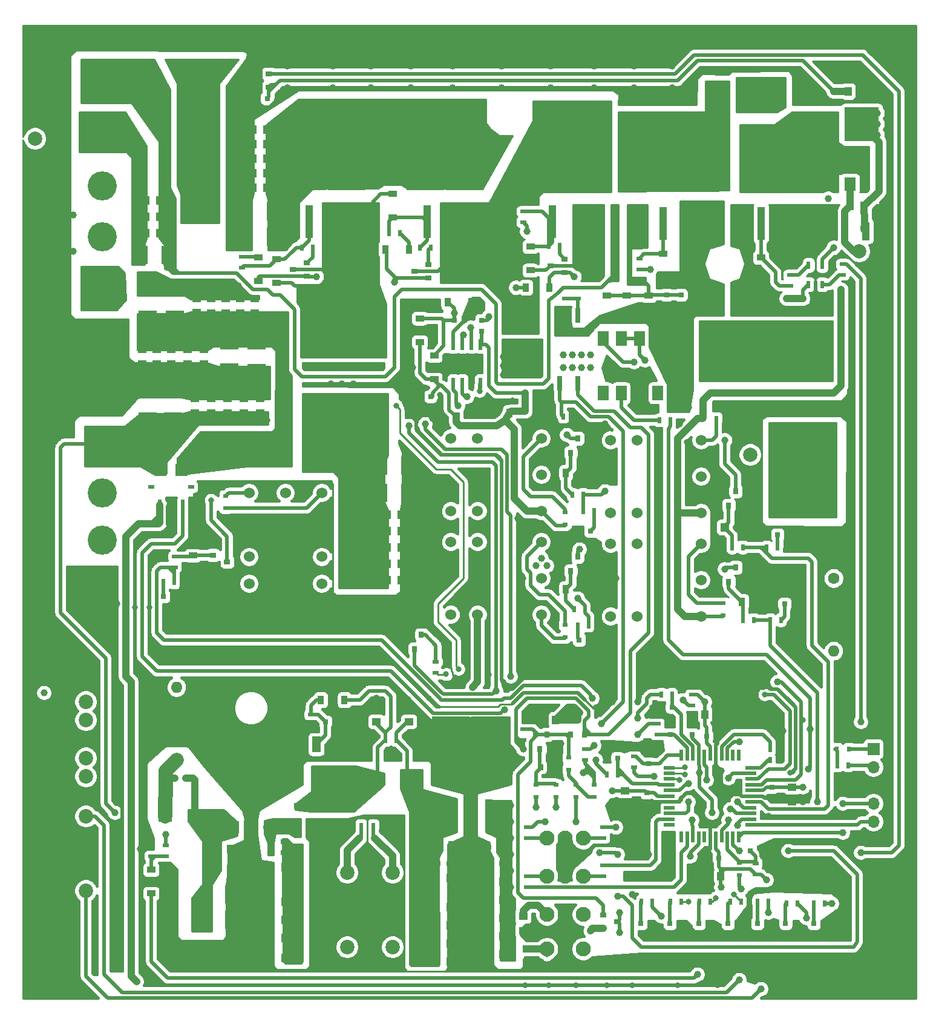
<source format=gbr>
G04 #@! TF.GenerationSoftware,KiCad,Pcbnew,(5.1.10)-1*
G04 #@! TF.CreationDate,2021-12-23T23:11:10-06:00*
G04 #@! TF.ProjectId,BTMS,42544d53-2e6b-4696-9361-645f70636258,rev?*
G04 #@! TF.SameCoordinates,Original*
G04 #@! TF.FileFunction,Copper,L1,Top*
G04 #@! TF.FilePolarity,Positive*
%FSLAX46Y46*%
G04 Gerber Fmt 4.6, Leading zero omitted, Abs format (unit mm)*
G04 Created by KiCad (PCBNEW (5.1.10)-1) date 2021-12-23 23:11:10*
%MOMM*%
%LPD*%
G01*
G04 APERTURE LIST*
G04 #@! TA.AperFunction,SMDPad,CuDef*
%ADD10R,0.800000X0.900000*%
G04 #@! TD*
G04 #@! TA.AperFunction,SMDPad,CuDef*
%ADD11R,1.100000X4.600000*%
G04 #@! TD*
G04 #@! TA.AperFunction,SMDPad,CuDef*
%ADD12R,10.800000X9.400000*%
G04 #@! TD*
G04 #@! TA.AperFunction,SMDPad,CuDef*
%ADD13R,5.250000X4.550000*%
G04 #@! TD*
G04 #@! TA.AperFunction,SMDPad,CuDef*
%ADD14R,1.400000X1.270000*%
G04 #@! TD*
G04 #@! TA.AperFunction,SMDPad,CuDef*
%ADD15R,4.720000X4.800000*%
G04 #@! TD*
G04 #@! TA.AperFunction,SMDPad,CuDef*
%ADD16R,0.640000X2.000000*%
G04 #@! TD*
G04 #@! TA.AperFunction,ComponentPad*
%ADD17R,1.800000X1.800000*%
G04 #@! TD*
G04 #@! TA.AperFunction,ComponentPad*
%ADD18O,1.800000X1.800000*%
G04 #@! TD*
G04 #@! TA.AperFunction,SMDPad,CuDef*
%ADD19R,0.800000X0.750000*%
G04 #@! TD*
G04 #@! TA.AperFunction,SMDPad,CuDef*
%ADD20R,1.000000X2.500000*%
G04 #@! TD*
G04 #@! TA.AperFunction,SMDPad,CuDef*
%ADD21R,0.750000X0.800000*%
G04 #@! TD*
G04 #@! TA.AperFunction,SMDPad,CuDef*
%ADD22R,2.500000X1.000000*%
G04 #@! TD*
G04 #@! TA.AperFunction,SMDPad,CuDef*
%ADD23R,1.000000X1.250000*%
G04 #@! TD*
G04 #@! TA.AperFunction,SMDPad,CuDef*
%ADD24R,1.200000X0.900000*%
G04 #@! TD*
G04 #@! TA.AperFunction,SMDPad,CuDef*
%ADD25R,1.270000X1.400000*%
G04 #@! TD*
G04 #@! TA.AperFunction,SMDPad,CuDef*
%ADD26R,4.800000X4.720000*%
G04 #@! TD*
G04 #@! TA.AperFunction,SMDPad,CuDef*
%ADD27R,0.900000X1.200000*%
G04 #@! TD*
G04 #@! TA.AperFunction,SMDPad,CuDef*
%ADD28R,0.800000X0.800000*%
G04 #@! TD*
G04 #@! TA.AperFunction,ComponentPad*
%ADD29C,4.064000*%
G04 #@! TD*
G04 #@! TA.AperFunction,ComponentPad*
%ADD30O,1.700000X1.700000*%
G04 #@! TD*
G04 #@! TA.AperFunction,ComponentPad*
%ADD31R,1.700000X1.700000*%
G04 #@! TD*
G04 #@! TA.AperFunction,SMDPad,CuDef*
%ADD32R,1.900000X1.600000*%
G04 #@! TD*
G04 #@! TA.AperFunction,SMDPad,CuDef*
%ADD33R,0.900000X0.500000*%
G04 #@! TD*
G04 #@! TA.AperFunction,SMDPad,CuDef*
%ADD34R,0.500000X0.900000*%
G04 #@! TD*
G04 #@! TA.AperFunction,SMDPad,CuDef*
%ADD35R,0.500000X1.600000*%
G04 #@! TD*
G04 #@! TA.AperFunction,SMDPad,CuDef*
%ADD36R,0.900000X0.600000*%
G04 #@! TD*
G04 #@! TA.AperFunction,SMDPad,CuDef*
%ADD37R,1.800000X1.700000*%
G04 #@! TD*
G04 #@! TA.AperFunction,SMDPad,CuDef*
%ADD38R,0.600000X1.050000*%
G04 #@! TD*
G04 #@! TA.AperFunction,SMDPad,CuDef*
%ADD39R,1.524000X2.032000*%
G04 #@! TD*
G04 #@! TA.AperFunction,SMDPad,CuDef*
%ADD40R,1.500000X0.600000*%
G04 #@! TD*
G04 #@! TA.AperFunction,SMDPad,CuDef*
%ADD41R,0.600000X1.500000*%
G04 #@! TD*
G04 #@! TA.AperFunction,SMDPad,CuDef*
%ADD42R,0.900000X0.800000*%
G04 #@! TD*
G04 #@! TA.AperFunction,ComponentPad*
%ADD43C,2.020000*%
G04 #@! TD*
G04 #@! TA.AperFunction,ComponentPad*
%ADD44C,2.100000*%
G04 #@! TD*
G04 #@! TA.AperFunction,ComponentPad*
%ADD45C,1.524000*%
G04 #@! TD*
G04 #@! TA.AperFunction,SMDPad,CuDef*
%ADD46R,6.000000X6.000000*%
G04 #@! TD*
G04 #@! TA.AperFunction,SMDPad,CuDef*
%ADD47R,1.250000X1.000000*%
G04 #@! TD*
G04 #@! TA.AperFunction,SMDPad,CuDef*
%ADD48R,2.750000X3.050000*%
G04 #@! TD*
G04 #@! TA.AperFunction,SMDPad,CuDef*
%ADD49R,5.800000X6.400000*%
G04 #@! TD*
G04 #@! TA.AperFunction,SMDPad,CuDef*
%ADD50R,1.200000X2.200000*%
G04 #@! TD*
G04 #@! TA.AperFunction,SMDPad,CuDef*
%ADD51R,0.800000X0.600000*%
G04 #@! TD*
G04 #@! TA.AperFunction,SMDPad,CuDef*
%ADD52R,0.600000X0.800000*%
G04 #@! TD*
G04 #@! TA.AperFunction,SMDPad,CuDef*
%ADD53R,1.600000X1.900000*%
G04 #@! TD*
G04 #@! TA.AperFunction,ComponentPad*
%ADD54C,1.600000*%
G04 #@! TD*
G04 #@! TA.AperFunction,ComponentPad*
%ADD55O,1.600000X1.600000*%
G04 #@! TD*
G04 #@! TA.AperFunction,ComponentPad*
%ADD56C,0.600000*%
G04 #@! TD*
G04 #@! TA.AperFunction,SMDPad,CuDef*
%ADD57R,0.600000X1.550000*%
G04 #@! TD*
G04 #@! TA.AperFunction,SMDPad,CuDef*
%ADD58R,4.500000X2.950000*%
G04 #@! TD*
G04 #@! TA.AperFunction,SMDPad,CuDef*
%ADD59R,3.100000X2.600000*%
G04 #@! TD*
G04 #@! TA.AperFunction,ViaPad*
%ADD60C,1.000000*%
G04 #@! TD*
G04 #@! TA.AperFunction,ViaPad*
%ADD61C,0.800000*%
G04 #@! TD*
G04 #@! TA.AperFunction,ViaPad*
%ADD62C,2.000000*%
G04 #@! TD*
G04 #@! TA.AperFunction,Conductor*
%ADD63C,0.500000*%
G04 #@! TD*
G04 #@! TA.AperFunction,Conductor*
%ADD64C,0.250000*%
G04 #@! TD*
G04 #@! TA.AperFunction,Conductor*
%ADD65C,1.000000*%
G04 #@! TD*
G04 #@! TA.AperFunction,Conductor*
%ADD66C,2.000000*%
G04 #@! TD*
G04 #@! TA.AperFunction,Conductor*
%ADD67C,0.254000*%
G04 #@! TD*
G04 #@! TA.AperFunction,Conductor*
%ADD68C,0.100000*%
G04 #@! TD*
G04 #@! TA.AperFunction,Conductor*
%ADD69C,0.400000*%
G04 #@! TD*
G04 APERTURE END LIST*
D10*
X103952000Y-141208000D03*
X105852000Y-141208000D03*
X104902000Y-139208000D03*
D11*
X105664000Y-67497000D03*
X110744000Y-67497000D03*
D12*
X108204000Y-58347000D03*
D13*
X110979000Y-55922000D03*
X105429000Y-60772000D03*
X105429000Y-55922000D03*
X110979000Y-60772000D03*
D14*
X102386000Y-84572000D03*
D15*
X101346000Y-80772000D03*
D14*
X100306000Y-84572000D03*
D16*
X109220000Y-90094000D03*
X106680000Y-90094000D03*
X106680000Y-80594000D03*
X109220000Y-80594000D03*
D17*
X60960000Y-152146000D03*
D18*
X63500000Y-152146000D03*
X66040000Y-152146000D03*
D19*
X93448000Y-81280000D03*
X91948000Y-81280000D03*
D20*
X60428000Y-161544000D03*
X57428000Y-161544000D03*
X57428000Y-165100000D03*
X60428000Y-165100000D03*
D19*
X50558000Y-109728000D03*
X52058000Y-109728000D03*
X71616000Y-151384000D03*
X70116000Y-151384000D03*
X122416000Y-135382000D03*
X120916000Y-135382000D03*
D20*
X63270000Y-69596000D03*
X66270000Y-69596000D03*
D19*
X129008000Y-156464000D03*
X127508000Y-156464000D03*
D21*
X118872000Y-148844000D03*
X118872000Y-147344000D03*
D19*
X128778000Y-139446000D03*
X127278000Y-139446000D03*
D21*
X136398000Y-146570000D03*
X136398000Y-148070000D03*
X125222000Y-137680000D03*
X125222000Y-139180000D03*
X122174000Y-139180000D03*
X122174000Y-137680000D03*
X119126000Y-141744000D03*
X119126000Y-143244000D03*
D19*
X65774000Y-50292000D03*
X64274000Y-50292000D03*
X113296000Y-142494000D03*
X114796000Y-142494000D03*
D22*
X64262000Y-87884000D03*
X64262000Y-84884000D03*
D20*
X85066000Y-101600000D03*
X82066000Y-101600000D03*
D22*
X49022000Y-94718000D03*
X49022000Y-91718000D03*
D20*
X66270000Y-66040000D03*
X63270000Y-66040000D03*
D22*
X60452000Y-84860000D03*
X60452000Y-87860000D03*
D20*
X85066000Y-105410000D03*
X82066000Y-105410000D03*
D22*
X52578000Y-91694000D03*
X52578000Y-94694000D03*
D20*
X48538000Y-72136000D03*
X51538000Y-72136000D03*
D23*
X68310000Y-157734000D03*
X66310000Y-157734000D03*
X91424000Y-159258000D03*
X89424000Y-159258000D03*
D19*
X98286000Y-154940000D03*
X96786000Y-154940000D03*
D23*
X96790000Y-159766000D03*
X98790000Y-159766000D03*
D24*
X121158000Y-75310000D03*
X121158000Y-72010000D03*
X102616000Y-70994000D03*
X102616000Y-74294000D03*
X134874000Y-72518000D03*
X134874000Y-75818000D03*
D25*
X51694000Y-52602000D03*
D26*
X55494000Y-51562000D03*
D25*
X51694000Y-50522000D03*
D24*
X116078000Y-81152000D03*
X116078000Y-77852000D03*
D27*
X129668000Y-110236000D03*
X132968000Y-110236000D03*
D25*
X129926000Y-48744000D03*
D26*
X133726000Y-49784000D03*
D25*
X129926000Y-50824000D03*
D27*
X110870000Y-102616000D03*
X107570000Y-102616000D03*
X107570000Y-118872000D03*
X110870000Y-118872000D03*
D28*
X131864000Y-165608000D03*
X130264000Y-165608000D03*
X126200000Y-165608000D03*
X127800000Y-165608000D03*
X123736000Y-165608000D03*
X122136000Y-165608000D03*
X138328999Y-165606999D03*
X139928999Y-165606999D03*
X143878999Y-165606999D03*
X142278999Y-165606999D03*
X134378999Y-165606999D03*
X135978999Y-165606999D03*
D24*
X83312000Y-63628000D03*
X83312000Y-66928000D03*
D27*
X94360000Y-78740000D03*
X91060000Y-78740000D03*
D24*
X113284000Y-81152000D03*
X113284000Y-77852000D03*
D29*
X42672000Y-48006000D03*
X42672000Y-76962000D03*
X42672000Y-91440000D03*
X42672000Y-98552000D03*
X42672000Y-112014000D03*
X42672000Y-118364000D03*
X42672000Y-69596000D03*
X42672000Y-62484000D03*
X42672000Y-54864000D03*
X153162000Y-42926000D03*
X152654000Y-172212000D03*
D30*
X150622000Y-151384000D03*
X150622000Y-148844000D03*
X150622000Y-146304000D03*
X150622000Y-143764000D03*
D31*
X150622000Y-141224000D03*
D32*
X51544000Y-150622000D03*
X55644000Y-150622000D03*
X85362000Y-145542000D03*
X81262000Y-145542000D03*
D33*
X51562000Y-154698000D03*
X51562000Y-156198000D03*
X49530000Y-154698000D03*
X49530000Y-156198000D03*
D34*
X82816000Y-69088000D03*
X84316000Y-69088000D03*
D33*
X138938000Y-74942000D03*
X138938000Y-76442000D03*
X101600000Y-67552000D03*
X101600000Y-66052000D03*
X117856000Y-72656000D03*
X117856000Y-74156000D03*
D34*
X116320000Y-72644000D03*
X114820000Y-72644000D03*
X52844000Y-145288000D03*
X54344000Y-145288000D03*
D33*
X146304000Y-74918000D03*
X146304000Y-73418000D03*
D34*
X122416000Y-133604000D03*
X120916000Y-133604000D03*
X122162000Y-95250000D03*
X120662000Y-95250000D03*
X107200000Y-94742000D03*
X108700000Y-94742000D03*
X147054000Y-143510000D03*
X145554000Y-143510000D03*
X108470000Y-105664000D03*
X109970000Y-105664000D03*
X108724000Y-121666000D03*
X110224000Y-121666000D03*
X132322000Y-113030000D03*
X130822000Y-113030000D03*
X137656000Y-141224000D03*
X136156000Y-141224000D03*
X137656000Y-142748000D03*
X136156000Y-142748000D03*
X68060000Y-160020000D03*
X66560000Y-160020000D03*
X132068000Y-162560000D03*
X130568000Y-162560000D03*
X127750000Y-162560000D03*
X126250000Y-162560000D03*
X122186000Y-162560000D03*
X123686000Y-162560000D03*
D33*
X110236000Y-142736000D03*
X110236000Y-141236000D03*
X120396000Y-139180000D03*
X120396000Y-137680000D03*
X117094000Y-143752000D03*
X117094000Y-142252000D03*
X134112000Y-157238000D03*
X134112000Y-158738000D03*
D34*
X82320000Y-139954000D03*
X83820000Y-139954000D03*
X91174000Y-161290000D03*
X89674000Y-161290000D03*
X114796000Y-144780000D03*
X113296000Y-144780000D03*
X139942000Y-162814000D03*
X138442000Y-162814000D03*
X143752000Y-162814000D03*
X142252000Y-162814000D03*
X134378000Y-162560000D03*
X135878000Y-162560000D03*
D35*
X50724000Y-107098000D03*
X52324000Y-107098000D03*
X53924000Y-107098000D03*
D36*
X55124000Y-104598000D03*
X49524000Y-104598000D03*
D37*
X53824000Y-102248000D03*
X50824000Y-102248000D03*
D38*
X141544000Y-73580000D03*
X143444000Y-73580000D03*
X143444000Y-76280000D03*
X142494000Y-76280000D03*
X141544000Y-76280000D03*
D39*
X112776000Y-83820000D03*
X115316000Y-83820000D03*
X117856000Y-83820000D03*
X120396000Y-83820000D03*
X120396000Y-91440000D03*
X117856000Y-91440000D03*
X115316000Y-91440000D03*
X112776000Y-91440000D03*
D40*
X133462000Y-147828000D03*
X133462000Y-148628000D03*
X133462000Y-149428000D03*
X133462000Y-150228000D03*
X133462000Y-151028000D03*
X133462000Y-151828000D03*
X133462000Y-147028000D03*
X133462000Y-146228000D03*
X133462000Y-145428000D03*
X133462000Y-144628000D03*
X133462000Y-143828000D03*
X122062000Y-147828000D03*
X122062000Y-148628000D03*
X122062000Y-149428000D03*
X122062000Y-150228000D03*
X122062000Y-151028000D03*
X122062000Y-151828000D03*
X122062000Y-147028000D03*
X122062000Y-146228000D03*
X122062000Y-145428000D03*
X122062000Y-144628000D03*
X122062000Y-143828000D03*
D41*
X127762000Y-142128000D03*
X126962000Y-142128000D03*
X126162000Y-142128000D03*
X125362000Y-142128000D03*
X124562000Y-142128000D03*
X123762000Y-142128000D03*
X128562000Y-142128000D03*
X129362000Y-142128000D03*
X130162000Y-142128000D03*
X130962000Y-142128000D03*
X131762000Y-142128000D03*
X123762000Y-153528000D03*
X124562000Y-153528000D03*
X125362000Y-153528000D03*
X126162000Y-153528000D03*
X126962000Y-153528000D03*
X127762000Y-153528000D03*
X128562000Y-153528000D03*
X129362000Y-153528000D03*
X130162000Y-153528000D03*
X130962000Y-153528000D03*
X131762000Y-153528000D03*
D42*
X64024000Y-47752000D03*
X66024000Y-46802000D03*
X66024000Y-48702000D03*
D29*
X35306000Y-172212000D03*
D10*
X109220000Y-137176000D03*
X110170000Y-139176000D03*
X108270000Y-139176000D03*
D33*
X102108000Y-160516000D03*
X102108000Y-159016000D03*
X112776000Y-158992000D03*
X112776000Y-157492000D03*
X102108000Y-153658000D03*
X102108000Y-152158000D03*
X112776000Y-153658000D03*
X112776000Y-152158000D03*
D34*
X105640000Y-143764000D03*
X104140000Y-143764000D03*
D33*
X101600000Y-138442000D03*
X101600000Y-139942000D03*
D23*
X104156000Y-137160000D03*
X106156000Y-137160000D03*
D28*
X119672000Y-165608000D03*
X118072000Y-165608000D03*
D34*
X118122000Y-162560000D03*
X119622000Y-162560000D03*
D11*
X121158000Y-67751000D03*
X126238000Y-67751000D03*
D12*
X123698000Y-58601000D03*
D13*
X126473000Y-56176000D03*
X120923000Y-61026000D03*
X120923000Y-56176000D03*
X126473000Y-61026000D03*
X140189000Y-61026000D03*
X134639000Y-56176000D03*
X134639000Y-61026000D03*
X140189000Y-56176000D03*
D12*
X137414000Y-58601000D03*
D11*
X139954000Y-67751000D03*
X134874000Y-67751000D03*
D13*
X93453000Y-60772000D03*
X87903000Y-55922000D03*
X87903000Y-60772000D03*
X93453000Y-55922000D03*
D12*
X90678000Y-58347000D03*
D11*
X93218000Y-67497000D03*
X88138000Y-67497000D03*
D13*
X97009000Y-143830000D03*
X91459000Y-138980000D03*
X91459000Y-143830000D03*
X97009000Y-138980000D03*
D12*
X94234000Y-141405000D03*
D11*
X96774000Y-150555000D03*
X91694000Y-150555000D03*
D19*
X89928000Y-154432000D03*
X91428000Y-154432000D03*
D25*
X51694000Y-58904000D03*
D26*
X55494000Y-59944000D03*
D25*
X51694000Y-60984000D03*
D24*
X67056000Y-76072000D03*
X67056000Y-72772000D03*
X55372000Y-117474000D03*
X55372000Y-114174000D03*
D27*
X132208000Y-120650000D03*
X135508000Y-120650000D03*
D28*
X111036000Y-110744000D03*
X109436000Y-110744000D03*
X111036000Y-125984000D03*
X109436000Y-125984000D03*
X52870000Y-119888000D03*
X51270000Y-119888000D03*
X138176000Y-119342000D03*
X138176000Y-120942000D03*
X137198000Y-111252000D03*
X135598000Y-111252000D03*
D29*
X42672000Y-105410000D03*
X42672000Y-84328000D03*
X35560000Y-43180000D03*
D43*
X40386000Y-142494000D03*
X40386000Y-145034000D03*
X40386000Y-153162000D03*
X40386000Y-150622000D03*
D13*
X76943000Y-60772000D03*
X71393000Y-55922000D03*
X71393000Y-60772000D03*
X76943000Y-55922000D03*
D12*
X74168000Y-58347000D03*
D11*
X76708000Y-67497000D03*
X71628000Y-67497000D03*
D33*
X62230000Y-73902000D03*
X62230000Y-72402000D03*
X52832000Y-115812000D03*
X52832000Y-114312000D03*
D34*
X132346000Y-123190000D03*
X133846000Y-123190000D03*
X111494000Y-107950000D03*
X109994000Y-107950000D03*
X110732000Y-123952000D03*
X109232000Y-123952000D03*
X52748999Y-117913999D03*
X51248999Y-117913999D03*
X137656000Y-123190000D03*
X136156000Y-123190000D03*
X135648000Y-113030000D03*
X137148000Y-113030000D03*
D43*
X40386000Y-134620000D03*
X40386000Y-137160000D03*
X76962000Y-168910000D03*
X74422000Y-168910000D03*
X40386000Y-161036000D03*
X40386000Y-158496000D03*
D44*
X104902000Y-153670000D03*
X107442000Y-153670000D03*
X109982000Y-153670000D03*
X109982000Y-159004000D03*
X107442000Y-159004000D03*
X104902000Y-159004000D03*
X110029001Y-164359001D03*
X107489001Y-164359001D03*
X104949001Y-164359001D03*
X104902000Y-169164000D03*
X107442000Y-169164000D03*
X109982000Y-169164000D03*
D43*
X74422000Y-158496000D03*
X76962000Y-158496000D03*
X83312000Y-158496000D03*
X80772000Y-158496000D03*
X80772000Y-168910000D03*
X83312000Y-168910000D03*
D42*
X60182000Y-115062000D03*
X58182000Y-116012000D03*
X58182000Y-114112000D03*
D10*
X109220000Y-97806000D03*
X110170000Y-99806000D03*
X108270000Y-99806000D03*
X108270000Y-116316000D03*
X110170000Y-116316000D03*
X109220000Y-114316000D03*
X131318000Y-115840000D03*
X132268000Y-117840000D03*
X130368000Y-117840000D03*
X130368000Y-107172000D03*
X132268000Y-107172000D03*
X131318000Y-105172000D03*
D45*
X104140000Y-102870000D03*
X104140000Y-107950000D03*
X104140000Y-97790000D03*
X95210000Y-97790000D03*
X91460000Y-97790000D03*
X95210000Y-107950000D03*
X91460000Y-107950000D03*
X91460000Y-122428000D03*
X95210000Y-122428000D03*
X91460000Y-112268000D03*
X95210000Y-112268000D03*
X104140000Y-112268000D03*
X104140000Y-122428000D03*
X104140000Y-117348000D03*
X68326000Y-105410000D03*
X73406000Y-105410000D03*
X63246000Y-105410000D03*
X63246000Y-114340000D03*
X63246000Y-118090000D03*
X73406000Y-114340000D03*
X73406000Y-118090000D03*
X126492000Y-117602000D03*
X126492000Y-122682000D03*
X126492000Y-112522000D03*
X117562000Y-112522000D03*
X113812000Y-112522000D03*
X117562000Y-122682000D03*
X113812000Y-122682000D03*
X113812000Y-108204000D03*
X117562000Y-108204000D03*
X113812000Y-98044000D03*
X117562000Y-98044000D03*
X126492000Y-98044000D03*
X126492000Y-108204000D03*
X126492000Y-103124000D03*
D46*
X76200000Y-82250000D03*
X76200000Y-95550000D03*
X140462000Y-85806000D03*
X140462000Y-99106000D03*
D23*
X96790000Y-164846000D03*
X98790000Y-164846000D03*
X98790000Y-162306000D03*
X96790000Y-162306000D03*
X96790000Y-169926000D03*
X98790000Y-169926000D03*
X98790000Y-167386000D03*
X96790000Y-167386000D03*
D47*
X81026000Y-135398000D03*
X81026000Y-137398000D03*
X85598000Y-137398000D03*
X85598000Y-135398000D03*
D19*
X133362000Y-155448000D03*
X134862000Y-155448000D03*
X73926000Y-137414000D03*
X75426000Y-137414000D03*
D27*
X73280000Y-134366000D03*
X76580000Y-134366000D03*
D48*
X73405000Y-145205000D03*
X76455000Y-148555000D03*
X76455000Y-145205000D03*
X73405000Y-148555000D03*
D49*
X74930000Y-146880000D03*
D50*
X72650000Y-140580000D03*
X77210000Y-140580000D03*
D33*
X71882000Y-136410000D03*
X71882000Y-137910000D03*
D23*
X129270000Y-159004000D03*
X127270000Y-159004000D03*
D47*
X115824000Y-149082000D03*
X115824000Y-147082000D03*
X139192000Y-146574000D03*
X139192000Y-148574000D03*
D23*
X147082000Y-49276000D03*
X149082000Y-49276000D03*
X129016000Y-136398000D03*
X127016000Y-136398000D03*
D47*
X102108000Y-169180000D03*
X102108000Y-171180000D03*
X101600000Y-166608000D03*
X101600000Y-164608000D03*
D33*
X125222000Y-133616000D03*
X125222000Y-135116000D03*
D23*
X66310000Y-162560000D03*
X68310000Y-162560000D03*
X68310000Y-167640000D03*
X66310000Y-167640000D03*
X68310000Y-165100000D03*
X66310000Y-165100000D03*
X66310000Y-170434000D03*
X68310000Y-170434000D03*
X89424000Y-168402000D03*
X91424000Y-168402000D03*
X89424000Y-163322000D03*
X91424000Y-163322000D03*
X91424000Y-170942000D03*
X89424000Y-170942000D03*
X91424000Y-165862000D03*
X89424000Y-165862000D03*
D42*
X114792000Y-165354000D03*
X112792000Y-166304000D03*
X112792000Y-164404000D03*
D29*
X152654000Y-160782000D03*
D22*
X49022000Y-77494000D03*
X49022000Y-80494000D03*
X52832000Y-80494000D03*
X52832000Y-77494000D03*
D19*
X101866000Y-91440000D03*
X103366000Y-91440000D03*
D21*
X95758000Y-81292000D03*
X95758000Y-82792000D03*
D19*
X70116000Y-153162000D03*
X71616000Y-153162000D03*
D24*
X119126000Y-81152000D03*
X119126000Y-77852000D03*
D34*
X116320000Y-70612000D03*
X114820000Y-70612000D03*
D33*
X107442000Y-76720000D03*
X107442000Y-78220000D03*
X109220000Y-78220000D03*
X109220000Y-76720000D03*
D27*
X96394000Y-94234000D03*
X99694000Y-94234000D03*
D24*
X70104000Y-149224000D03*
X70104000Y-145924000D03*
D27*
X83440000Y-152908000D03*
X86740000Y-152908000D03*
D34*
X70624000Y-71120000D03*
X72124000Y-71120000D03*
X88634000Y-71120000D03*
X87134000Y-71120000D03*
X106668000Y-70866000D03*
X105168000Y-70866000D03*
D42*
X86376000Y-74422000D03*
X88376000Y-73472000D03*
X88376000Y-75372000D03*
X69358000Y-74168000D03*
X71358000Y-73218000D03*
X71358000Y-75118000D03*
X107426000Y-74610000D03*
X107426000Y-72710000D03*
X105426000Y-73660000D03*
D19*
X140728000Y-78232000D03*
X142228000Y-78232000D03*
D23*
X58690000Y-157988000D03*
X60690000Y-157988000D03*
X60690000Y-155194000D03*
X58690000Y-155194000D03*
D21*
X88646000Y-93448000D03*
X88646000Y-91948000D03*
D23*
X90202000Y-94742000D03*
X92202000Y-94742000D03*
D19*
X101866000Y-93218000D03*
X103366000Y-93218000D03*
D23*
X63770000Y-62738000D03*
X65770000Y-62738000D03*
D47*
X56896000Y-87360000D03*
X56896000Y-85360000D03*
X55880000Y-80232000D03*
X55880000Y-78232000D03*
D23*
X82566000Y-117602000D03*
X84566000Y-117602000D03*
X48784000Y-69088000D03*
X50784000Y-69088000D03*
D47*
X64770000Y-94234000D03*
X64770000Y-92234000D03*
D23*
X65770000Y-60706000D03*
X63770000Y-60706000D03*
D47*
X54610000Y-87360000D03*
X54610000Y-85360000D03*
X57912000Y-78248000D03*
X57912000Y-80248000D03*
D23*
X84566000Y-115316000D03*
X82566000Y-115316000D03*
X48784000Y-66802000D03*
X50784000Y-66802000D03*
D47*
X62484000Y-92218000D03*
X62484000Y-94218000D03*
D23*
X48784000Y-64516000D03*
X50784000Y-64516000D03*
X63754000Y-58674000D03*
X65754000Y-58674000D03*
D47*
X52324000Y-85360000D03*
X52324000Y-87360000D03*
X59944000Y-80248000D03*
X59944000Y-78248000D03*
D23*
X82566000Y-113030000D03*
X84566000Y-113030000D03*
D47*
X60198000Y-94218000D03*
X60198000Y-92218000D03*
D23*
X65770000Y-56642000D03*
X63770000Y-56642000D03*
D47*
X50292000Y-87360000D03*
X50292000Y-85360000D03*
X61976000Y-78248000D03*
X61976000Y-80248000D03*
D23*
X84566000Y-110744000D03*
X82566000Y-110744000D03*
D47*
X57912000Y-92218000D03*
X57912000Y-94218000D03*
D23*
X63770000Y-54610000D03*
X65770000Y-54610000D03*
D47*
X48260000Y-85360000D03*
X48260000Y-87360000D03*
X64008000Y-80248000D03*
X64008000Y-78248000D03*
D23*
X82566000Y-108458000D03*
X84566000Y-108458000D03*
D47*
X55626000Y-94218000D03*
X55626000Y-92218000D03*
D21*
X121666000Y-77736000D03*
X121666000Y-79236000D03*
X123698000Y-79236000D03*
X123698000Y-77736000D03*
D19*
X91174000Y-157226000D03*
X89674000Y-157226000D03*
X98540000Y-157226000D03*
X97040000Y-157226000D03*
D51*
X107442000Y-108116000D03*
X107442000Y-109816000D03*
X107442000Y-123864000D03*
X107442000Y-125564000D03*
X59944000Y-107530000D03*
X59944000Y-105830000D03*
X129540000Y-122516000D03*
X129540000Y-120816000D03*
D24*
X49530000Y-158116000D03*
X49530000Y-161416000D03*
D52*
X128612000Y-94996000D03*
X126912000Y-94996000D03*
D51*
X131826000Y-158838000D03*
X131826000Y-157138000D03*
D52*
X80606000Y-153416000D03*
X78906000Y-153416000D03*
D51*
X108966000Y-147916000D03*
X108966000Y-146216000D03*
D52*
X67906000Y-155702000D03*
X66206000Y-155702000D03*
X145454000Y-141224000D03*
X147154000Y-141224000D03*
D24*
X64516000Y-72518000D03*
X64516000Y-75818000D03*
D27*
X82298000Y-71374000D03*
X85598000Y-71374000D03*
X105282000Y-76708000D03*
X101982000Y-76708000D03*
D51*
X111506000Y-147916000D03*
X111506000Y-146216000D03*
X107950000Y-142406000D03*
X107950000Y-144106000D03*
X103378000Y-146216000D03*
X103378000Y-147916000D03*
X106172000Y-147916000D03*
X106172000Y-146216000D03*
D52*
X66206000Y-154178000D03*
X67906000Y-154178000D03*
X78906000Y-151892000D03*
X80606000Y-151892000D03*
D24*
X89154000Y-89534000D03*
X89154000Y-86234000D03*
X87122000Y-81028000D03*
X87122000Y-84328000D03*
D23*
X147336000Y-65278000D03*
X149336000Y-65278000D03*
D20*
X146582000Y-68834000D03*
X149582000Y-68834000D03*
D53*
X147320000Y-62248000D03*
X147320000Y-58148000D03*
D25*
X145166000Y-52808000D03*
D26*
X148966000Y-53848000D03*
D25*
X145166000Y-54888000D03*
D54*
X145034000Y-117348000D03*
D55*
X145034000Y-127508000D03*
X53086000Y-132588000D03*
D54*
X53086000Y-142748000D03*
D56*
X91926000Y-87976000D03*
X93026000Y-87976000D03*
X93026000Y-86776000D03*
X91926000Y-86776000D03*
X95526000Y-87976000D03*
X94326000Y-87976000D03*
X94326000Y-86776000D03*
X95526000Y-86776000D03*
D57*
X95631000Y-90076000D03*
X94361000Y-90076000D03*
X93091000Y-90076000D03*
X91821000Y-90076000D03*
X91821000Y-84676000D03*
X93091000Y-84676000D03*
X94361000Y-84676000D03*
X95631000Y-84676000D03*
D58*
X93726000Y-87376000D03*
D59*
X93726000Y-87376000D03*
D10*
X86410800Y-127268480D03*
X85460800Y-125268480D03*
X87360800Y-125268480D03*
D33*
X89367360Y-129033840D03*
X89367360Y-130533840D03*
D60*
X155702000Y-111760000D03*
X155702000Y-107442000D03*
X155702000Y-49022000D03*
X155702000Y-53086000D03*
X155702000Y-99314000D03*
X155702000Y-103378000D03*
X155702000Y-120142000D03*
X155702000Y-61468000D03*
X155702000Y-95250000D03*
X155702000Y-86614000D03*
X155702000Y-77978000D03*
X155702000Y-73914000D03*
X155702000Y-128270000D03*
X155702000Y-124206000D03*
X155702000Y-82296000D03*
X155702000Y-69850000D03*
X155702000Y-90932000D03*
X155702000Y-65786000D03*
X155702000Y-57150000D03*
X155702000Y-115824000D03*
X32258000Y-154178000D03*
X32258000Y-133604000D03*
X32258000Y-145796000D03*
X32258000Y-141732000D03*
X32258000Y-149860000D03*
X32258000Y-137668000D03*
X32258000Y-158496000D03*
X32258000Y-129286000D03*
X67056000Y-133858000D03*
X67056000Y-136906000D03*
X94234000Y-163576000D03*
X94234000Y-154940000D03*
X94234000Y-159258000D03*
X94234000Y-157226000D03*
X94234000Y-161544000D03*
X94234000Y-165608000D03*
X94234000Y-169926000D03*
X94234000Y-167894000D03*
X89916000Y-145034000D03*
X98552000Y-145034000D03*
X94234000Y-145034000D03*
X96266000Y-145034000D03*
X91948000Y-145034000D03*
X89916000Y-143256000D03*
X98552000Y-143256000D03*
X94234000Y-143256000D03*
X96266000Y-143256000D03*
X91948000Y-143256000D03*
X89916000Y-141478000D03*
X98552000Y-141478000D03*
X94234000Y-141478000D03*
X96266000Y-141478000D03*
X91948000Y-141478000D03*
X89916000Y-139700000D03*
X98552000Y-139700000D03*
X94234000Y-139700000D03*
X96266000Y-139700000D03*
X91948000Y-139700000D03*
X96266000Y-137922000D03*
X91948000Y-137922000D03*
X94234000Y-137922000D03*
X98552000Y-137922000D03*
X89916000Y-137922000D03*
X77216000Y-136652000D03*
X77216000Y-137922000D03*
X98806000Y-86360000D03*
X100076000Y-86360000D03*
X101346000Y-86360000D03*
X102616000Y-86360000D03*
X103886000Y-86360000D03*
X103886000Y-87630000D03*
X102616000Y-87630000D03*
X101346000Y-87630000D03*
X100076000Y-87630000D03*
X98806000Y-87630000D03*
X98806000Y-88900000D03*
X100076000Y-88900000D03*
X101346000Y-88900000D03*
X102616000Y-88900000D03*
X103886000Y-88900000D03*
X109220000Y-71374000D03*
X109220000Y-72644000D03*
X109220000Y-73914000D03*
X110744000Y-75184000D03*
X112268000Y-75184000D03*
X110744000Y-73914000D03*
X110744000Y-72644000D03*
X110744000Y-71374000D03*
X112268000Y-71374000D03*
X112268000Y-72644000D03*
X112268000Y-73914000D03*
X60706000Y-54610000D03*
X60706000Y-55880000D03*
X60706000Y-57150000D03*
X60706000Y-58420000D03*
X60706000Y-59690000D03*
X60706000Y-60960000D03*
X60706000Y-62230000D03*
X60706000Y-63500000D03*
X60706000Y-64770000D03*
X60706000Y-66040000D03*
X60706000Y-67310000D03*
X60706000Y-68580000D03*
X60706000Y-69850000D03*
X60706000Y-71120000D03*
X86868000Y-102108000D03*
X48006000Y-89408000D03*
X48768000Y-90424000D03*
X49530000Y-89408000D03*
X50292000Y-90424000D03*
X51054000Y-89408000D03*
X51816000Y-90424000D03*
X52578000Y-89408000D03*
X53340000Y-90424000D03*
X55626000Y-89408000D03*
X56388000Y-90424000D03*
X57150000Y-89408000D03*
X57912000Y-90424000D03*
X58674000Y-89408000D03*
X59436000Y-90424000D03*
X60198000Y-89408000D03*
X60960000Y-90424000D03*
X61722000Y-89408000D03*
X62484000Y-90424000D03*
X63246000Y-89408000D03*
X64008000Y-90424000D03*
X64770000Y-89408000D03*
X65532000Y-90424000D03*
X54102000Y-89408000D03*
X54864000Y-90424000D03*
X61722000Y-49022000D03*
X122428000Y-45720000D03*
X122428000Y-48768000D03*
X117094000Y-48768000D03*
X111506000Y-48768000D03*
X105410000Y-48768000D03*
X98552000Y-48768000D03*
X91694000Y-48768000D03*
X85852000Y-48768000D03*
X80264000Y-48768000D03*
X74930000Y-48768000D03*
X68580000Y-48768000D03*
X68580000Y-45720000D03*
X74930000Y-45720000D03*
X91694000Y-45720000D03*
X98552000Y-45720000D03*
X105410000Y-45720000D03*
X111506000Y-45720000D03*
X117094000Y-45720000D03*
X64516000Y-46228000D03*
X88900000Y-94996000D03*
X113030000Y-95758000D03*
X113284000Y-117602000D03*
X134366000Y-107696000D03*
X52832000Y-121666000D03*
X134874000Y-77978000D03*
X141986000Y-79756000D03*
X142240000Y-66040000D03*
X142240000Y-67310000D03*
X142240000Y-68580000D03*
X142240000Y-69850000D03*
X117094000Y-50546000D03*
X122428000Y-50546000D03*
X143764000Y-46228000D03*
X139700000Y-50038000D03*
X139700000Y-47244000D03*
X95504000Y-93980000D03*
X57658000Y-116840000D03*
X137922000Y-66040000D03*
X137922000Y-67310000D03*
X137922000Y-68580000D03*
X137922000Y-69850000D03*
X138176000Y-73406000D03*
X131826000Y-65786000D03*
X70612000Y-138938000D03*
X114046000Y-149098000D03*
X129032000Y-134620000D03*
X140716000Y-148590000D03*
X127254000Y-160528000D03*
D61*
X119126000Y-140716000D03*
X119634000Y-135382000D03*
X125222000Y-136398000D03*
X113284000Y-140970000D03*
X106934000Y-140462000D03*
D60*
X81026000Y-134112000D03*
X85090000Y-134112000D03*
X78740000Y-136652000D03*
X49022000Y-153416000D03*
X48006000Y-155194000D03*
X63500000Y-155448000D03*
X63500000Y-157480000D03*
X63500000Y-159512000D03*
X63500000Y-161544000D03*
X63500000Y-163576000D03*
X63500000Y-165608000D03*
X94234000Y-171958000D03*
X63500000Y-167386000D03*
X63500000Y-169164000D03*
X144018000Y-167132000D03*
X140208000Y-167132000D03*
X136144000Y-167132000D03*
X132080000Y-167132000D03*
X128270000Y-167132000D03*
X124206000Y-167132000D03*
X119888000Y-167132000D03*
D61*
X105410000Y-104648000D03*
X103632000Y-104648000D03*
D60*
X128778000Y-106680000D03*
X144272000Y-113538000D03*
X144018000Y-119380000D03*
X114554000Y-117348000D03*
X95504000Y-119380000D03*
X44704000Y-134366000D03*
X113030000Y-120904000D03*
X73914000Y-120396000D03*
X68326000Y-120142000D03*
X136652000Y-157988000D03*
D61*
X88900000Y-79756000D03*
X104648000Y-91948000D03*
X101854000Y-97028000D03*
X94742000Y-102870000D03*
D60*
X35052000Y-53340000D03*
X36576000Y-52324000D03*
X32258000Y-53340000D03*
X33782000Y-52324000D03*
X50546000Y-40640000D03*
X54864000Y-40640000D03*
X59182000Y-40640000D03*
X63246000Y-40640000D03*
X67310000Y-40640000D03*
X71374000Y-40640000D03*
X75438000Y-40640000D03*
X79756000Y-40640000D03*
X83820000Y-40640000D03*
X88138000Y-40640000D03*
X92202000Y-40640000D03*
X96266000Y-40640000D03*
X100330000Y-40640000D03*
X104648000Y-40640000D03*
X113284000Y-40640000D03*
X117602000Y-40640000D03*
X121666000Y-40640000D03*
X125730000Y-40640000D03*
X129794000Y-40640000D03*
X134112000Y-40640000D03*
X138430000Y-40640000D03*
X142494000Y-40640000D03*
X146558000Y-40640000D03*
X48260000Y-170688000D03*
D61*
X44704000Y-171704000D03*
X41656000Y-171958000D03*
X51816000Y-158242000D03*
X88392000Y-134112000D03*
D60*
X59944000Y-136906000D03*
X59944000Y-133858000D03*
X48260000Y-131826000D03*
X113538000Y-88138000D03*
X104902000Y-99314000D03*
D61*
X143002000Y-131826000D03*
X101854000Y-174244000D03*
X108966000Y-174244000D03*
X113284000Y-174244000D03*
X116840000Y-174244000D03*
X123190000Y-174244000D03*
X128778000Y-174244000D03*
X105156000Y-174244000D03*
D60*
X45212000Y-40640000D03*
X40386000Y-40640000D03*
X116586000Y-159258000D03*
X61722000Y-76454000D03*
X60452000Y-76454000D03*
X59182000Y-76454000D03*
X57912000Y-76454000D03*
X56642000Y-76454000D03*
X55372000Y-76454000D03*
X51562000Y-75946000D03*
X50292000Y-75184000D03*
X48768000Y-75184000D03*
D61*
X150622000Y-128016000D03*
X150622000Y-124206000D03*
X150622000Y-120142000D03*
X150622000Y-115824000D03*
X150622000Y-111760000D03*
X150622000Y-107442000D03*
X150622000Y-103378000D03*
X150622000Y-99314000D03*
X150622000Y-95250000D03*
X150622000Y-90932000D03*
X150622000Y-86614000D03*
X150622000Y-82296000D03*
X150622000Y-77978000D03*
X150622000Y-73914000D03*
D60*
X96520000Y-120142000D03*
X135890000Y-150622000D03*
X116840000Y-161544000D03*
X106426000Y-144526000D03*
X148844000Y-150114000D03*
X146812000Y-155448000D03*
X137922000Y-138684000D03*
X117602000Y-134620000D03*
X64770000Y-51562000D03*
X122174000Y-154432000D03*
X119126000Y-155956000D03*
X122428000Y-159004000D03*
X44704000Y-120904000D03*
X42672000Y-121666000D03*
X40386000Y-120904000D03*
X86106000Y-87884000D03*
D61*
X86614000Y-95250000D03*
X89916000Y-91694000D03*
X106172000Y-122682000D03*
D60*
X106426000Y-112268000D03*
D61*
X101600000Y-117348000D03*
X124714000Y-103886000D03*
X128778000Y-92964000D03*
D60*
X133858000Y-93726000D03*
X114046000Y-134620000D03*
X120396000Y-97028000D03*
X102108000Y-136906000D03*
X105156000Y-135382000D03*
X100838000Y-108966000D03*
X88138000Y-103124000D03*
X86868000Y-104140000D03*
X88138000Y-105156000D03*
X86868000Y-106172000D03*
X88138000Y-107188000D03*
X86868000Y-108204000D03*
X88138000Y-109220000D03*
X86868000Y-110490000D03*
X88138000Y-111760000D03*
X86868000Y-113030000D03*
X88138000Y-114300000D03*
X86868000Y-115570000D03*
X80264000Y-120396000D03*
X81534000Y-120396000D03*
X82804000Y-120396000D03*
X78994000Y-120396000D03*
X89408000Y-104140000D03*
X89408000Y-106172000D03*
X89408000Y-108204000D03*
X89408000Y-110490000D03*
X89408000Y-113030000D03*
X77724000Y-120396000D03*
X76454000Y-120396000D03*
X75184000Y-120396000D03*
X51562000Y-121666000D03*
X54102000Y-121666000D03*
X55372000Y-121666000D03*
X56642000Y-121666000D03*
X129286000Y-144272000D03*
D61*
X98806000Y-131826000D03*
X138938000Y-144526000D03*
X135128000Y-132588000D03*
X93472000Y-131318000D03*
D60*
X38608000Y-71628000D03*
X37846000Y-72644000D03*
X36830000Y-71628000D03*
X36068000Y-72644000D03*
X36068000Y-67564000D03*
X36830000Y-66548000D03*
X37846000Y-67564000D03*
X38608000Y-66548000D03*
D61*
X100076000Y-92456000D03*
X104648000Y-93218000D03*
X114300000Y-103632000D03*
X114300000Y-102616000D03*
X124460000Y-98298000D03*
D60*
X89154000Y-83820000D03*
X45212000Y-147828000D03*
X45212000Y-151892000D03*
X48514000Y-147828000D03*
X155956000Y-156718000D03*
X155956000Y-164846000D03*
D61*
X103124000Y-165100000D03*
D60*
X144272000Y-64262000D03*
X152654000Y-51562000D03*
X152654000Y-54610000D03*
X151130000Y-49276000D03*
X148336000Y-45720000D03*
X149606000Y-42672000D03*
X154178000Y-46736000D03*
X152654000Y-64770000D03*
D61*
X61722000Y-120142000D03*
X62992000Y-120142000D03*
X54102000Y-118364000D03*
X96774000Y-130810000D03*
D60*
X108966000Y-40640000D03*
X85852000Y-45720000D03*
X80264000Y-45720000D03*
X60960000Y-104140000D03*
X59690000Y-104140000D03*
X58420000Y-104140000D03*
X65278000Y-104140000D03*
X66548000Y-104140000D03*
X68072000Y-111252000D03*
X69342000Y-111252000D03*
X70612000Y-111252000D03*
X70358000Y-104140000D03*
X51054000Y-113792000D03*
X52324000Y-111252000D03*
X55880000Y-112522000D03*
X57150000Y-104140000D03*
D61*
X47244000Y-121412000D03*
X49276000Y-121412000D03*
D60*
X82804000Y-141986000D03*
X57150000Y-112522000D03*
X64516000Y-111252000D03*
X133858000Y-94996000D03*
X133858000Y-96266000D03*
X123444000Y-95758000D03*
X74676000Y-87630000D03*
X76200000Y-87630000D03*
X77724000Y-87630000D03*
X85090000Y-82550000D03*
X85090000Y-78994000D03*
D61*
X84328000Y-150876000D03*
D60*
X96774000Y-80772000D03*
X77851000Y-90225880D03*
X76250800Y-90225880D03*
X74726800Y-90225880D03*
X81544160Y-87746840D03*
X144780000Y-103378000D03*
X143764000Y-104394000D03*
X142748000Y-103378000D03*
X141732000Y-104394000D03*
X140716000Y-103378000D03*
X139700000Y-104394000D03*
X138684000Y-103378000D03*
X137668000Y-104394000D03*
X136652000Y-103378000D03*
X144780000Y-105410000D03*
X142748000Y-105410000D03*
X140716000Y-105410000D03*
X138684000Y-105410000D03*
X136652000Y-105410000D03*
X137668000Y-106680000D03*
X139700000Y-106680000D03*
X141732000Y-106680000D03*
X143764000Y-106680000D03*
X144780000Y-107696000D03*
X142748000Y-107696000D03*
X140716000Y-107696000D03*
X138684000Y-107696000D03*
X136652000Y-107696000D03*
X76708000Y-144780000D03*
X72898000Y-144780000D03*
X72898000Y-148844000D03*
X76708000Y-148844000D03*
X146050000Y-76962000D03*
X138430000Y-78232000D03*
X69850000Y-158242000D03*
X69850000Y-160274000D03*
X69850000Y-162306000D03*
X69850000Y-164084000D03*
X69850000Y-165862000D03*
X69850000Y-167640000D03*
X69850000Y-169418000D03*
X100330000Y-98806000D03*
X34544000Y-133350000D03*
X124714000Y-93472000D03*
X122174000Y-91440000D03*
X123444000Y-91440000D03*
X124714000Y-91440000D03*
X123444000Y-93472000D03*
X122174000Y-93472000D03*
X123952000Y-134366000D03*
X126238000Y-144526000D03*
X125984000Y-172720000D03*
X128016000Y-150114000D03*
X98978720Y-135778240D03*
X117602000Y-136906000D03*
X118618000Y-86868000D03*
X119368000Y-74156000D03*
X106172000Y-149352000D03*
X125222000Y-151130000D03*
X112522000Y-137668000D03*
D62*
X148590000Y-71628000D03*
D60*
X148844000Y-137414000D03*
X131826000Y-140208000D03*
X144780000Y-162814000D03*
X141478000Y-144018000D03*
X130302000Y-145288000D03*
X141732000Y-138430000D03*
X135890000Y-164084000D03*
D61*
X63500000Y-95250000D03*
X58928000Y-95250000D03*
X61214000Y-95250000D03*
X51308000Y-96266000D03*
X51308000Y-97282000D03*
X51308000Y-98298000D03*
X51308000Y-99314000D03*
X51308000Y-100330000D03*
X50292000Y-99822000D03*
X50292000Y-98806000D03*
X50292000Y-97790000D03*
X50292000Y-96774000D03*
X49276000Y-96266000D03*
X49276000Y-97282000D03*
X49276000Y-98298000D03*
X49276000Y-99314000D03*
X49276000Y-100330000D03*
X65786000Y-95250000D03*
X56642000Y-95250000D03*
D60*
X44450000Y-150114000D03*
X51562000Y-153162000D03*
D62*
X33274000Y-55880000D03*
D60*
X115062000Y-166878000D03*
X115062000Y-164084000D03*
X145034000Y-49276000D03*
X114046000Y-147066000D03*
X127000000Y-134620000D03*
X140716000Y-146558000D03*
X129286000Y-160528000D03*
X109474000Y-136144000D03*
X107950000Y-135382000D03*
X111506000Y-140716000D03*
X120904000Y-164592000D03*
X47498000Y-173736000D03*
X135636000Y-159512000D03*
X127254000Y-145542000D03*
X146304000Y-148844000D03*
X146304000Y-152908000D03*
D61*
X124206000Y-143764000D03*
X131064000Y-161544000D03*
X124206000Y-144780000D03*
X128524000Y-162052000D03*
X123444000Y-145542000D03*
X124714000Y-162560000D03*
D60*
X114542000Y-152158000D03*
X131572000Y-151892000D03*
X130556000Y-149606000D03*
X104648000Y-151384000D03*
X117602000Y-139192000D03*
X119888000Y-145034000D03*
X111760000Y-142748000D03*
X148844000Y-155702000D03*
X91948000Y-80264000D03*
X94234000Y-82296000D03*
X100330000Y-78994000D03*
X100330000Y-80264000D03*
X100330000Y-81534000D03*
X100330000Y-82804000D03*
X101854000Y-82804000D03*
X103378000Y-82804000D03*
X101854000Y-81534000D03*
X101854000Y-80264000D03*
X101854000Y-78994000D03*
X103378000Y-78994000D03*
X103378000Y-80264000D03*
X103378000Y-81534000D03*
D62*
X103886000Y-61976000D03*
X106680000Y-61976000D03*
X109728000Y-61976000D03*
X112522000Y-61976000D03*
X112522000Y-59690000D03*
X109728000Y-59690000D03*
X106680000Y-59690000D03*
X103886000Y-59690000D03*
X103886000Y-57404000D03*
X106680000Y-57404000D03*
X109728000Y-57404000D03*
X112522000Y-57404000D03*
X112522000Y-54864000D03*
X109728000Y-54864000D03*
X106680000Y-54864000D03*
X103886000Y-54864000D03*
D60*
X91186000Y-70612000D03*
X92202000Y-71628000D03*
X93218000Y-70612000D03*
X94234000Y-71628000D03*
X95250000Y-70612000D03*
X96266000Y-71628000D03*
X95250000Y-72898000D03*
X93218000Y-72898000D03*
X91186000Y-72898000D03*
X94234000Y-74168000D03*
X96520000Y-74168000D03*
X97282000Y-72898000D03*
X97282000Y-70612000D03*
X93218000Y-75438000D03*
X95250000Y-75438000D03*
X97282000Y-75438000D03*
X80518000Y-70612000D03*
X79502000Y-71628000D03*
X78486000Y-70612000D03*
X77470000Y-71628000D03*
X76454000Y-70612000D03*
X75438000Y-71628000D03*
X74422000Y-70612000D03*
X74422000Y-72898000D03*
X76454000Y-72898000D03*
X78486000Y-72898000D03*
X80518000Y-72898000D03*
X79502000Y-74168000D03*
X77470000Y-74168000D03*
X75438000Y-74168000D03*
X74422000Y-75438000D03*
X76454000Y-75438000D03*
X78486000Y-75438000D03*
X80518000Y-75438000D03*
D61*
X95504000Y-78994000D03*
X95504000Y-80010000D03*
X94488000Y-80010000D03*
D62*
X75692000Y-61976000D03*
X75692000Y-59690000D03*
X75692000Y-57404000D03*
X69850000Y-57404000D03*
X69850000Y-59690000D03*
X72390000Y-61976000D03*
X72390000Y-59690000D03*
X72390000Y-57404000D03*
X72390000Y-54864000D03*
X75692000Y-54864000D03*
X78486000Y-57404000D03*
X78486000Y-59690000D03*
X78486000Y-61976000D03*
X69850000Y-61976000D03*
X69850000Y-54864000D03*
X78486000Y-54864000D03*
X92202000Y-59690000D03*
X89154000Y-59690000D03*
X86360000Y-59690000D03*
X86360000Y-57404000D03*
X89154000Y-57404000D03*
X92202000Y-57404000D03*
X94996000Y-57404000D03*
X94996000Y-59690000D03*
X94996000Y-61976000D03*
X92202000Y-61976000D03*
X89154000Y-61976000D03*
X86360000Y-61976000D03*
X89154000Y-54864000D03*
X92202000Y-54864000D03*
X94996000Y-54864000D03*
X86360000Y-54864000D03*
D60*
X64516000Y-82042000D03*
X63754000Y-83058000D03*
X62992000Y-82042000D03*
X62230000Y-83058000D03*
X61468000Y-82042000D03*
X60706000Y-83058000D03*
X59944000Y-82042000D03*
X59182000Y-83058000D03*
X58420000Y-82042000D03*
X57658000Y-83058000D03*
X56896000Y-82042000D03*
X56134000Y-83058000D03*
X55372000Y-82042000D03*
X54610000Y-83058000D03*
X53848000Y-82042000D03*
X53086000Y-83058000D03*
X52324000Y-82042000D03*
X51562000Y-83058000D03*
X50800000Y-82042000D03*
X50038000Y-83058000D03*
X49276000Y-82042000D03*
X48514000Y-83058000D03*
X67056000Y-97536000D03*
X67056000Y-99060000D03*
X65532000Y-99060000D03*
X65532000Y-97536000D03*
X64008000Y-97536000D03*
X64008000Y-99060000D03*
X62484000Y-99060000D03*
X62484000Y-97536000D03*
X60960000Y-97536000D03*
X60960000Y-99060000D03*
X59436000Y-97536000D03*
X59436000Y-99060000D03*
X68326000Y-71120000D03*
X68326000Y-69850000D03*
X68326000Y-68580000D03*
X68326000Y-67310000D03*
X68326000Y-66040000D03*
X68326000Y-64770000D03*
X68326000Y-63500000D03*
X66802000Y-55880000D03*
X94488000Y-132588000D03*
X66802000Y-59690000D03*
X79248000Y-118110000D03*
X77978000Y-117094000D03*
X76708000Y-118110000D03*
X76708000Y-115824000D03*
X79248000Y-115824000D03*
X77978000Y-114554000D03*
X79248000Y-113284000D03*
X76708000Y-113284000D03*
X77978000Y-112014000D03*
X76708000Y-110744000D03*
X79248000Y-110744000D03*
X77978000Y-109474000D03*
X76708000Y-108204000D03*
X79248000Y-108204000D03*
X77978000Y-106934000D03*
X76708000Y-105664000D03*
X79248000Y-105664000D03*
X77978000Y-104394000D03*
X76708000Y-103124000D03*
X79248000Y-103124000D03*
D62*
X126238000Y-61976000D03*
X129032000Y-61976000D03*
X129032000Y-59690000D03*
X126238000Y-59690000D03*
X123190000Y-59690000D03*
X126238000Y-57404000D03*
X129032000Y-57404000D03*
X129032000Y-54864000D03*
X126238000Y-54864000D03*
X123190000Y-54864000D03*
D60*
X129794000Y-81788000D03*
X128778000Y-81788000D03*
X127762000Y-81788000D03*
X126746000Y-81788000D03*
X126746000Y-83312000D03*
X127762000Y-83312000D03*
X128778000Y-83312000D03*
X129794000Y-83312000D03*
X129794000Y-84836000D03*
X128778000Y-84836000D03*
X127762000Y-84836000D03*
X126746000Y-84836000D03*
X126746000Y-86360000D03*
X127762000Y-86360000D03*
X128778000Y-86360000D03*
X129794000Y-86360000D03*
X129794000Y-87884000D03*
X128778000Y-87884000D03*
X127762000Y-87884000D03*
X126746000Y-87884000D03*
X126746000Y-89408000D03*
X127762000Y-89408000D03*
X128778000Y-89408000D03*
X129794000Y-89408000D03*
X141224000Y-164846000D03*
X137160000Y-131826000D03*
D61*
X140716000Y-137160000D03*
X90825320Y-130779520D03*
D60*
X101600000Y-141224000D03*
X99822000Y-149098000D03*
X99822000Y-151384000D03*
X99822000Y-153670000D03*
X99822000Y-155956000D03*
X99822000Y-158242000D03*
X99822000Y-160528000D03*
X99822000Y-162814000D03*
X99822000Y-165100000D03*
X99822000Y-167386000D03*
X99822000Y-169672000D03*
X110998000Y-166624000D03*
X131572000Y-148590000D03*
X109982000Y-144526000D03*
X103378000Y-149352000D03*
X130302000Y-151130000D03*
X133350000Y-51308000D03*
X133350000Y-50292000D03*
X133350000Y-49276000D03*
X133350000Y-48260000D03*
X134620000Y-48260000D03*
X134620000Y-49276000D03*
X134620000Y-50292000D03*
X134620000Y-51308000D03*
X135890000Y-51308000D03*
X135890000Y-50292000D03*
X135890000Y-49276000D03*
X135890000Y-48260000D03*
D62*
X56134000Y-50800000D03*
X56134000Y-52832000D03*
X56134000Y-58928000D03*
X56134000Y-60960000D03*
X54356000Y-61976000D03*
X54356000Y-59944000D03*
X54356000Y-57912000D03*
X54356000Y-53848000D03*
X54356000Y-51816000D03*
X54356000Y-49784000D03*
X54356000Y-47752000D03*
X54356000Y-55880000D03*
X56134000Y-56896000D03*
X56134000Y-54864000D03*
X56134000Y-48768000D03*
X57912000Y-47752000D03*
X57912000Y-49784000D03*
X57912000Y-51816000D03*
X57912000Y-53848000D03*
X57912000Y-55880000D03*
X57912000Y-57912000D03*
X57912000Y-59944000D03*
X57912000Y-61976000D03*
X56134000Y-62992000D03*
X56134000Y-46736000D03*
D60*
X132080000Y-51308000D03*
X132080000Y-50292000D03*
X132080000Y-49276000D03*
X132080000Y-48260000D03*
X103378000Y-115570000D03*
X104902000Y-115570000D03*
X104140000Y-114554000D03*
X107188000Y-87884000D03*
X108458000Y-87884000D03*
X109728000Y-87884000D03*
X110998000Y-87884000D03*
X110998000Y-86106000D03*
X109728000Y-86106000D03*
X108458000Y-86106000D03*
X107188000Y-86106000D03*
X113030000Y-105156000D03*
X124714000Y-148590000D03*
X109220000Y-120142000D03*
X112268000Y-155702000D03*
X131826000Y-155448000D03*
X138684000Y-155448000D03*
X114808000Y-161798000D03*
X114808000Y-155956000D03*
X111252000Y-134112000D03*
X124714000Y-146050000D03*
X142748000Y-148590000D03*
X124968000Y-156210000D03*
X102108000Y-68834000D03*
X100584000Y-76708000D03*
X145034000Y-71120000D03*
D61*
X135382000Y-133604000D03*
D60*
X72644000Y-75184000D03*
X83566000Y-75946000D03*
X93218000Y-83312000D03*
X108712000Y-75184000D03*
D61*
X95504000Y-91186000D03*
D60*
X117094000Y-87122000D03*
X118110000Y-75946000D03*
X131826000Y-173482000D03*
X132080000Y-160782000D03*
X108966000Y-151384000D03*
X134874000Y-174752000D03*
X151130000Y-55372000D03*
X151130000Y-53848000D03*
X151130000Y-52324000D03*
X147066000Y-53848000D03*
X147066000Y-52324000D03*
X149860000Y-55372000D03*
X149860000Y-53848000D03*
X148336000Y-53848000D03*
X149860000Y-52324000D03*
X148336000Y-52324000D03*
D62*
X133350000Y-100076000D03*
D60*
X149352000Y-67564000D03*
D62*
X133096000Y-62230000D03*
X141732000Y-59944000D03*
X138938000Y-59944000D03*
X135890000Y-59944000D03*
X133096000Y-57658000D03*
X138938000Y-57658000D03*
X141732000Y-55118000D03*
X138938000Y-55118000D03*
D60*
X149098000Y-57658000D03*
X149098000Y-58928000D03*
X149098000Y-60198000D03*
X147320000Y-60198000D03*
X145542000Y-60198000D03*
X145542000Y-58928000D03*
D61*
X92552520Y-130048000D03*
X83820000Y-93218000D03*
D60*
X97790000Y-133096000D03*
X85598000Y-96012000D03*
X93726000Y-91948000D03*
X99822000Y-131064000D03*
X87884000Y-95758000D03*
X92456000Y-93218000D03*
X107696000Y-97282000D03*
X109474000Y-113284000D03*
D61*
X57912000Y-106426000D03*
D60*
X129794000Y-116078000D03*
X129794000Y-98044000D03*
D63*
X64024000Y-50042000D02*
X64274000Y-50292000D01*
X64024000Y-49038000D02*
X61738000Y-49038000D01*
X64024000Y-49038000D02*
X64024000Y-50042000D01*
X61738000Y-49038000D02*
X61722000Y-49022000D01*
X64024000Y-47752000D02*
X64024000Y-49038000D01*
X64024000Y-47752000D02*
X64024000Y-46720000D01*
X64024000Y-46720000D02*
X64516000Y-46228000D01*
X65024000Y-45720000D02*
X68580000Y-45720000D01*
X117094000Y-48768000D02*
X122428000Y-48768000D01*
X111506000Y-48768000D02*
X117094000Y-48768000D01*
X105410000Y-48768000D02*
X111506000Y-48768000D01*
X98552000Y-48768000D02*
X105410000Y-48768000D01*
X91694000Y-48768000D02*
X98552000Y-48768000D01*
X85852000Y-48768000D02*
X91694000Y-48768000D01*
X80264000Y-48768000D02*
X85852000Y-48768000D01*
X74930000Y-48768000D02*
X80264000Y-48768000D01*
X68580000Y-48768000D02*
X74930000Y-48768000D01*
X68580000Y-45720000D02*
X74930000Y-45720000D01*
X91694000Y-45720000D02*
X98552000Y-45720000D01*
X98552000Y-45720000D02*
X105410000Y-45720000D01*
X105410000Y-45720000D02*
X111506000Y-45720000D01*
X111506000Y-45720000D02*
X117094000Y-45720000D01*
X117094000Y-45720000D02*
X122428000Y-45720000D01*
X64516000Y-46228000D02*
X65024000Y-45720000D01*
X88900000Y-93472000D02*
X88900000Y-94996000D01*
X110170000Y-101916000D02*
X110870000Y-102616000D01*
X110170000Y-99806000D02*
X110170000Y-101916000D01*
X110170000Y-99806000D02*
X110170000Y-99634000D01*
X110170000Y-99634000D02*
X111506000Y-98298000D01*
X111506000Y-97282000D02*
X113030000Y-95758000D01*
X111506000Y-98298000D02*
X111506000Y-97282000D01*
X109436000Y-110744000D02*
X109436000Y-111468000D01*
X109436000Y-111468000D02*
X111506000Y-113538000D01*
X111506000Y-114980000D02*
X110170000Y-116316000D01*
X111506000Y-113538000D02*
X111506000Y-114980000D01*
X110170000Y-118172000D02*
X110870000Y-118872000D01*
X110170000Y-116316000D02*
X110170000Y-118172000D01*
X110870000Y-118872000D02*
X112014000Y-118872000D01*
X112014000Y-118872000D02*
X113284000Y-117602000D01*
X111036000Y-125984000D02*
X111252000Y-125984000D01*
X111252000Y-125984000D02*
X112014000Y-125222000D01*
X112014000Y-125222000D02*
X112014000Y-121412000D01*
X110870000Y-120268000D02*
X110870000Y-118872000D01*
X112014000Y-121412000D02*
X110870000Y-120268000D01*
X132268000Y-109536000D02*
X132968000Y-110236000D01*
X132268000Y-107172000D02*
X132268000Y-109536000D01*
X134582000Y-110236000D02*
X135598000Y-111252000D01*
X132968000Y-110236000D02*
X134582000Y-110236000D01*
X132268000Y-117840000D02*
X134350000Y-117840000D01*
X135508000Y-118998000D02*
X135508000Y-119000000D01*
X134350000Y-117840000D02*
X135382000Y-118872000D01*
X138176000Y-119342000D02*
X137452000Y-119342000D01*
X136144000Y-120650000D02*
X135508000Y-120650000D01*
X137452000Y-119342000D02*
X136144000Y-120650000D01*
X138176000Y-119342000D02*
X138176000Y-118618000D01*
X138176000Y-118618000D02*
X136652000Y-117094000D01*
X132268000Y-107172000D02*
X133842000Y-107172000D01*
X133842000Y-107172000D02*
X134366000Y-107696000D01*
X56834000Y-116012000D02*
X55372000Y-117474000D01*
X58182000Y-116012000D02*
X56834000Y-116012000D01*
X55372000Y-117474000D02*
X55372000Y-118618000D01*
X54102000Y-119888000D02*
X52870000Y-119888000D01*
X55372000Y-118618000D02*
X54102000Y-119888000D01*
X52870000Y-119888000D02*
X52870000Y-121628000D01*
X52870000Y-121628000D02*
X52832000Y-121666000D01*
X134874000Y-75818000D02*
X134874000Y-77978000D01*
X142494000Y-77966000D02*
X142228000Y-78232000D01*
X142494000Y-76280000D02*
X142494000Y-77966000D01*
X142228000Y-78232000D02*
X142228000Y-79514000D01*
X142228000Y-79514000D02*
X141986000Y-79756000D01*
X95062001Y-93381999D02*
X93702000Y-94742000D01*
X95062001Y-93381999D02*
X95159999Y-93381999D01*
X95159999Y-93381999D02*
X96012000Y-94234000D01*
X117856000Y-91440000D02*
X117856000Y-92710000D01*
X117856000Y-92710000D02*
X118364000Y-93218000D01*
X110236000Y-95758000D02*
X113030000Y-95758000D01*
X109220000Y-94742000D02*
X110236000Y-95758000D01*
X77216000Y-136652000D02*
X77216000Y-137922000D01*
X77216000Y-140574000D02*
X77210000Y-140580000D01*
X77216000Y-137922000D02*
X77216000Y-140574000D01*
X76188000Y-136652000D02*
X75426000Y-137414000D01*
X77216000Y-136652000D02*
X76188000Y-136652000D01*
X71882000Y-137910000D02*
X71640000Y-137910000D01*
X71640000Y-137910000D02*
X70612000Y-138938000D01*
X119088000Y-148628000D02*
X118872000Y-148844000D01*
X122062000Y-148628000D02*
X119088000Y-148628000D01*
X116062000Y-148844000D02*
X115824000Y-149082000D01*
X118872000Y-148844000D02*
X116062000Y-148844000D01*
X115824000Y-149082000D02*
X114062000Y-149082000D01*
X114062000Y-149082000D02*
X114046000Y-149098000D01*
X128778000Y-139446000D02*
X128778000Y-140462000D01*
X128562000Y-140678000D02*
X128562000Y-142128000D01*
X128778000Y-140462000D02*
X128562000Y-140678000D01*
X129016000Y-136398000D02*
X129016000Y-137938000D01*
X128778000Y-138176000D02*
X128778000Y-139446000D01*
X129016000Y-137938000D02*
X128778000Y-138176000D01*
X129016000Y-136398000D02*
X129016000Y-134636000D01*
X129016000Y-134636000D02*
X129032000Y-134620000D01*
X136398000Y-148070000D02*
X135370000Y-148070000D01*
X135128000Y-147828000D02*
X133462000Y-147828000D01*
X135370000Y-148070000D02*
X135128000Y-147828000D01*
X139192000Y-148574000D02*
X138160000Y-148574000D01*
X137656000Y-148070000D02*
X136398000Y-148070000D01*
X138160000Y-148574000D02*
X137656000Y-148070000D01*
X139192000Y-148574000D02*
X140700000Y-148574000D01*
X140700000Y-148574000D02*
X140716000Y-148590000D01*
X127508000Y-156464000D02*
X127508000Y-155448000D01*
X127762000Y-155194000D02*
X127762000Y-153528000D01*
X127508000Y-155448000D02*
X127762000Y-155194000D01*
X127270000Y-159004000D02*
X127270000Y-157972000D01*
X127508000Y-157734000D02*
X127508000Y-156464000D01*
X127270000Y-157972000D02*
X127508000Y-157734000D01*
X127270000Y-159004000D02*
X127270000Y-160512000D01*
X127270000Y-160512000D02*
X127254000Y-160528000D01*
X119126000Y-141744000D02*
X119126000Y-140716000D01*
X122174000Y-137680000D02*
X122174000Y-137414000D01*
X120916000Y-136156000D02*
X120916000Y-135382000D01*
X122174000Y-137414000D02*
X120916000Y-136156000D01*
X120916000Y-135382000D02*
X119634000Y-135382000D01*
X125222000Y-137680000D02*
X125222000Y-136398000D01*
X137656000Y-142748000D02*
X137656000Y-141224000D01*
X113296000Y-142494000D02*
X113296000Y-140982000D01*
X113296000Y-140982000D02*
X113284000Y-140970000D01*
X105852000Y-143552000D02*
X105640000Y-143764000D01*
X105852000Y-141208000D02*
X105852000Y-143552000D01*
X105852000Y-141208000D02*
X106188000Y-141208000D01*
X106188000Y-141208000D02*
X106934000Y-140462000D01*
X81026000Y-135398000D02*
X81026000Y-134112000D01*
X85598000Y-135398000D02*
X85598000Y-134112000D01*
X49530000Y-154698000D02*
X49530000Y-153924000D01*
X49530000Y-153924000D02*
X49022000Y-153416000D01*
X49530000Y-154698000D02*
X48502000Y-154698000D01*
X48502000Y-154698000D02*
X48006000Y-155194000D01*
X143878999Y-165606999D02*
X143878999Y-166992999D01*
X143878999Y-166992999D02*
X144018000Y-167132000D01*
X139928999Y-165606999D02*
X139928999Y-166852999D01*
X139928999Y-166852999D02*
X140208000Y-167132000D01*
X135978999Y-165606999D02*
X135978999Y-166966999D01*
X135978999Y-166966999D02*
X136144000Y-167132000D01*
X131864000Y-165608000D02*
X131864000Y-166916000D01*
X131864000Y-166916000D02*
X132080000Y-167132000D01*
X127800000Y-165608000D02*
X127800000Y-166662000D01*
X127800000Y-166662000D02*
X128270000Y-167132000D01*
X123736000Y-165608000D02*
X123736000Y-166662000D01*
X123736000Y-166662000D02*
X124206000Y-167132000D01*
X119672000Y-165608000D02*
X119672000Y-166916000D01*
X119672000Y-166916000D02*
X119888000Y-167132000D01*
X105240002Y-166608000D02*
X107489001Y-164359001D01*
X101600000Y-166608000D02*
X105240002Y-166608000D01*
X105426000Y-171180000D02*
X107442000Y-169164000D01*
X102108000Y-171180000D02*
X105426000Y-171180000D01*
X135508000Y-119000000D02*
X135508000Y-120650000D01*
X109220000Y-94742000D02*
X108700000Y-94742000D01*
X134862000Y-155448000D02*
X134862000Y-156198000D01*
X134862000Y-156198000D02*
X136652000Y-157988000D01*
X70104000Y-139446000D02*
X70612000Y-138938000D01*
X128562000Y-142128000D02*
X128562000Y-143548000D01*
X128562000Y-143548000D02*
X129286000Y-144272000D01*
X129286000Y-144272000D02*
X129286000Y-146304000D01*
X129286000Y-146304000D02*
X130556000Y-147574000D01*
X130556000Y-147574000D02*
X131962002Y-147574000D01*
X132216002Y-147828000D02*
X133462000Y-147828000D01*
X131962002Y-147574000D02*
X132216002Y-147828000D01*
D64*
X125412999Y-147764999D02*
X125539001Y-147891001D01*
D63*
X123406000Y-148628000D02*
X122062000Y-148628000D01*
X123698000Y-148336000D02*
X123406000Y-148628000D01*
X123698000Y-148082000D02*
X123698000Y-148336000D01*
X124460000Y-147320000D02*
X123698000Y-148082000D01*
X127762000Y-152146000D02*
X126619000Y-151003000D01*
X127762000Y-153528000D02*
X127762000Y-152146000D01*
X126619000Y-151003000D02*
X126619000Y-148717000D01*
X126619000Y-148717000D02*
X125222000Y-147320000D01*
X125222000Y-147320000D02*
X124460000Y-147320000D01*
X64274000Y-50292000D02*
X64274000Y-51066000D01*
X64274000Y-51066000D02*
X64770000Y-51562000D01*
X68072000Y-48768000D02*
X68580000Y-48768000D01*
X67310000Y-49530000D02*
X68072000Y-48768000D01*
X67310000Y-50292000D02*
X67310000Y-49530000D01*
X66040000Y-51562000D02*
X67310000Y-50292000D01*
X64770000Y-51562000D02*
X66040000Y-51562000D01*
X108966000Y-73660000D02*
X109220000Y-73914000D01*
X105426000Y-73660000D02*
X108966000Y-73660000D01*
X105300000Y-73786000D02*
X105426000Y-73660000D01*
X104792000Y-74294000D02*
X105426000Y-73660000D01*
X102616000Y-74294000D02*
X104792000Y-74294000D01*
D65*
X101600000Y-166608000D02*
X101600000Y-167132000D01*
X101600000Y-167132000D02*
X102108000Y-167640000D01*
X102108000Y-167640000D02*
X102616000Y-167640000D01*
X102616000Y-167640000D02*
X103378000Y-166878000D01*
X101600000Y-166608000D02*
X101616000Y-166608000D01*
X101616000Y-166608000D02*
X102108000Y-166116000D01*
X102108000Y-166116000D02*
X103124000Y-166116000D01*
D63*
X118110000Y-154940000D02*
X119126000Y-155956000D01*
X118110000Y-154686000D02*
X118110000Y-154940000D01*
X107442000Y-155194000D02*
X107950000Y-155702000D01*
X107442000Y-153670000D02*
X107442000Y-155194000D01*
X107950000Y-155702000D02*
X110490000Y-155702000D01*
X110490000Y-155702000D02*
X111506000Y-154686000D01*
X111506000Y-154686000D02*
X118110000Y-154686000D01*
X135382000Y-118872000D02*
X135508000Y-118998000D01*
X99060000Y-132842000D02*
X100076000Y-132842000D01*
X100076000Y-132842000D02*
X102108000Y-130810000D01*
X98552000Y-131572000D02*
X98806000Y-131826000D01*
X86614000Y-96520000D02*
X90170000Y-100076000D01*
X86614000Y-95250000D02*
X86614000Y-96520000D01*
X90170000Y-100076000D02*
X97790000Y-100076000D01*
X97790000Y-100076000D02*
X98552000Y-100838000D01*
X98552000Y-100838000D02*
X98552000Y-131572000D01*
X139700000Y-144018000D02*
X139700000Y-137922000D01*
X139700000Y-137922000D02*
X139700000Y-135382000D01*
X139700000Y-135382000D02*
X137414000Y-133096000D01*
X137414000Y-133096000D02*
X137160000Y-132842000D01*
X137160000Y-132842000D02*
X136144000Y-132842000D01*
X136144000Y-132842000D02*
X135890000Y-132588000D01*
X135890000Y-132588000D02*
X135128000Y-132588000D01*
X114046000Y-134620000D02*
X113284000Y-134620000D01*
X113284000Y-134620000D02*
X112776000Y-135128000D01*
D64*
X114046000Y-134620000D02*
X113030000Y-134620000D01*
X113030000Y-134620000D02*
X112039593Y-135610407D01*
X112039593Y-135610407D02*
X111480407Y-135610407D01*
X100076000Y-134874000D02*
X100012999Y-134810999D01*
X89090999Y-134810999D02*
X88392000Y-134112000D01*
D63*
X101600000Y-133350000D02*
X109220000Y-133350000D01*
X109220000Y-133350000D02*
X110236000Y-134366000D01*
D64*
X111480407Y-135610407D02*
X110236000Y-134366000D01*
D63*
X101600000Y-133350000D02*
X100076000Y-134874000D01*
D64*
X80772000Y-158496000D02*
X80772000Y-156972000D01*
X80772000Y-156972000D02*
X79756000Y-155956000D01*
X79756000Y-155956000D02*
X79756000Y-151892000D01*
X80772000Y-158496000D02*
X80772000Y-160020000D01*
X80772000Y-160020000D02*
X81026000Y-160274000D01*
X81026000Y-160274000D02*
X84074000Y-160274000D01*
X79756000Y-151892000D02*
X79756000Y-150876000D01*
D63*
X45212000Y-147828000D02*
X45212000Y-148844000D01*
X45212000Y-148844000D02*
X45466000Y-149098000D01*
X45466000Y-151638000D02*
X45212000Y-151892000D01*
X45466000Y-149098000D02*
X45466000Y-151638000D01*
D64*
X150622000Y-73914000D02*
X148590000Y-73914000D01*
X148590000Y-73914000D02*
X146812000Y-72136000D01*
X146812000Y-72136000D02*
X146050000Y-72136000D01*
X74930000Y-120142000D02*
X75184000Y-120396000D01*
X74676000Y-103886000D02*
X74930000Y-104140000D01*
X74930000Y-104140000D02*
X74930000Y-120142000D01*
D65*
X52058000Y-107364000D02*
X52324000Y-107098000D01*
X52058000Y-109728000D02*
X52058000Y-107364000D01*
D63*
X95758000Y-81292000D02*
X96508000Y-81292000D01*
X96508000Y-81292000D02*
X96520000Y-81280000D01*
X96774000Y-81026000D02*
X96508000Y-81292000D01*
X96774000Y-80772000D02*
X96774000Y-81026000D01*
D64*
X99996761Y-134953239D02*
X100076000Y-134874000D01*
X98452441Y-134953239D02*
X99996761Y-134953239D01*
X98084640Y-135321040D02*
X98452441Y-134953239D01*
X89717880Y-135321040D02*
X98084640Y-135321040D01*
X88508840Y-134112000D02*
X89717880Y-135321040D01*
X88392000Y-134112000D02*
X88508840Y-134112000D01*
X93472000Y-131318000D02*
X92141040Y-131318000D01*
X91536520Y-129910840D02*
X90799920Y-129174240D01*
X90799920Y-129174240D02*
X90799920Y-126390400D01*
X90799920Y-126390400D02*
X88056720Y-123647200D01*
X88056720Y-123647200D02*
X86385400Y-123647200D01*
X85460800Y-124571800D02*
X85460800Y-125268480D01*
X86385400Y-123647200D02*
X85460800Y-124571800D01*
X91734640Y-130520440D02*
X91536520Y-130322320D01*
X91734640Y-130911600D02*
X91734640Y-130520440D01*
X91536520Y-130322320D02*
X91536520Y-129910840D01*
X92141040Y-131318000D02*
X91734640Y-130911600D01*
D63*
X42672000Y-48006000D02*
X40386000Y-48006000D01*
X109220000Y-76708000D02*
X112522000Y-76708000D01*
X112522000Y-76708000D02*
X114300000Y-74930000D01*
X109220000Y-76720000D02*
X107442000Y-76720000D01*
X70612000Y-89154000D02*
X82296000Y-89154000D01*
X69596000Y-88138000D02*
X70612000Y-89154000D01*
X69596000Y-79756000D02*
X69596000Y-88138000D01*
X67564000Y-77724000D02*
X69596000Y-79756000D01*
X66548000Y-77724000D02*
X67564000Y-77724000D01*
X65786000Y-76962000D02*
X66548000Y-77724000D01*
X51538000Y-72136000D02*
X51538000Y-73636000D01*
X51538000Y-73636000D02*
X52578000Y-74676000D01*
X52578000Y-74676000D02*
X61468000Y-74676000D01*
X61468000Y-74676000D02*
X63754000Y-76962000D01*
X63754000Y-76962000D02*
X65786000Y-76962000D01*
X82296000Y-89154000D02*
X83566000Y-87884000D01*
X83566000Y-87884000D02*
X83566000Y-77978000D01*
X83566000Y-77978000D02*
X84582000Y-76962000D01*
X84582000Y-76962000D02*
X95758000Y-76962000D01*
X95758000Y-76962000D02*
X97790000Y-78994000D01*
X97790000Y-78994000D02*
X97790000Y-89916000D01*
X97790000Y-89916000D02*
X98044000Y-90170000D01*
X98044000Y-90170000D02*
X104394000Y-90170000D01*
X104394000Y-90170000D02*
X105156000Y-89408000D01*
X105156000Y-89408000D02*
X105156000Y-78486000D01*
X105156000Y-78486000D02*
X106426000Y-77470000D01*
X106426000Y-77470000D02*
X106471720Y-77470000D01*
X107221720Y-76720000D02*
X107442000Y-76720000D01*
X106471720Y-77470000D02*
X107221720Y-76720000D01*
X89889500Y-90397500D02*
X88900000Y-89408000D01*
X89889500Y-90397500D02*
X89889500Y-90450500D01*
X88900000Y-91440000D02*
X88900000Y-91972000D01*
X89889500Y-90450500D02*
X88900000Y-91440000D01*
X106206000Y-110016000D02*
X104140000Y-107950000D01*
X107442000Y-110016000D02*
X106206000Y-110016000D01*
X107442000Y-125764000D02*
X105952000Y-125764000D01*
X104140000Y-123952000D02*
X104140000Y-122428000D01*
X105952000Y-125764000D02*
X104140000Y-123952000D01*
X129506000Y-122682000D02*
X129540000Y-122716000D01*
X126492000Y-122682000D02*
X129506000Y-122682000D01*
X140728000Y-77096000D02*
X141544000Y-76280000D01*
X140728000Y-78232000D02*
X140728000Y-77096000D01*
D65*
X104140000Y-107950000D02*
X102108000Y-107950000D01*
X102108000Y-107950000D02*
X100330000Y-106172000D01*
X126746000Y-94962000D02*
X126712000Y-94996000D01*
X126746000Y-93218000D02*
X126746000Y-94962000D01*
X126746000Y-93218000D02*
X126746000Y-92456000D01*
X126746000Y-92456000D02*
X127762000Y-91440000D01*
X127762000Y-91440000D02*
X145034000Y-91440000D01*
X145034000Y-91440000D02*
X146050000Y-90424000D01*
X146050000Y-90424000D02*
X146050000Y-76962000D01*
X138430000Y-78232000D02*
X140728000Y-78232000D01*
X124968000Y-108204000D02*
X126492000Y-108204000D01*
X123190000Y-97790000D02*
X123190000Y-106426000D01*
X126712000Y-94996000D02*
X125984000Y-94996000D01*
X125984000Y-94996000D02*
X123190000Y-97790000D01*
X124206000Y-122682000D02*
X126492000Y-122682000D01*
X123190000Y-121666000D02*
X124206000Y-122682000D01*
D63*
X91252001Y-93792001D02*
X92202000Y-94742000D01*
X81262000Y-141012000D02*
X82320000Y-139954000D01*
X81262000Y-145542000D02*
X81262000Y-141012000D01*
X81026000Y-137398000D02*
X81026000Y-137668000D01*
X82320000Y-138962000D02*
X82320000Y-139954000D01*
X81026000Y-137668000D02*
X82320000Y-138962000D01*
X82320000Y-138962000D02*
X82320000Y-138914000D01*
X82320000Y-138914000D02*
X83058000Y-138176000D01*
X83058000Y-138176000D02*
X83058000Y-133858000D01*
X83058000Y-133858000D02*
X82296000Y-133096000D01*
X82296000Y-133096000D02*
X80010000Y-133096000D01*
X80010000Y-133096000D02*
X78740000Y-134366000D01*
X78740000Y-134366000D02*
X76580000Y-134366000D01*
D65*
X100330000Y-106172000D02*
X100330000Y-98806000D01*
D63*
X88888000Y-91960000D02*
X88900000Y-91972000D01*
D65*
X101866000Y-93968000D02*
X101878000Y-93980000D01*
X101866000Y-91440000D02*
X101866000Y-93968000D01*
D63*
X72656000Y-145022000D02*
X72898000Y-144780000D01*
D65*
X92202000Y-94742000D02*
X92202000Y-95504000D01*
X92202000Y-95504000D02*
X92710000Y-96012000D01*
X92710000Y-96012000D02*
X97916000Y-96012000D01*
X99948000Y-93980000D02*
X99694000Y-94234000D01*
X101878000Y-93980000D02*
X99948000Y-93980000D01*
X100330000Y-98806000D02*
X100330000Y-96520000D01*
X97916000Y-96012000D02*
X99060000Y-95250000D01*
X100330000Y-96520000D02*
X99060000Y-95250000D01*
X99060000Y-95250000D02*
X99694000Y-94234000D01*
X76962000Y-155414000D02*
X78706000Y-153670000D01*
X76962000Y-158496000D02*
X76962000Y-155414000D01*
X124968000Y-108204000D02*
X123190000Y-108204000D01*
X123190000Y-106426000D02*
X123190000Y-108204000D01*
X123190000Y-108204000D02*
X123190000Y-121666000D01*
D63*
X78906000Y-151892000D02*
X78906000Y-153416000D01*
X89154000Y-89534000D02*
X88010000Y-89534000D01*
X87122000Y-88646000D02*
X87122000Y-84328000D01*
X88010000Y-89534000D02*
X87122000Y-88646000D01*
X71286000Y-107530000D02*
X73406000Y-105410000D01*
X59944000Y-107530000D02*
X71286000Y-107530000D01*
X90143500Y-90397500D02*
X89889500Y-90397500D01*
X95758000Y-84549000D02*
X95631000Y-84676000D01*
X95758000Y-82792000D02*
X95758000Y-84549000D01*
X96360000Y-84676000D02*
X95631000Y-84676000D01*
X96774000Y-85090000D02*
X96360000Y-84676000D01*
X96774000Y-90424000D02*
X96774000Y-85090000D01*
X101866000Y-91440000D02*
X97790000Y-91440000D01*
X97790000Y-91440000D02*
X96774000Y-90424000D01*
X91186000Y-91440000D02*
X91186000Y-93726000D01*
X91252001Y-93792001D02*
X91186000Y-93726000D01*
X91186000Y-91440000D02*
X90143500Y-90397500D01*
X122416000Y-133604000D02*
X122416000Y-135382000D01*
X122416000Y-135382000D02*
X122682000Y-135382000D01*
X122682000Y-135382000D02*
X123698000Y-136398000D01*
X123698000Y-136398000D02*
X123698000Y-139192000D01*
X125362000Y-140856000D02*
X125362000Y-142128000D01*
X123698000Y-139192000D02*
X125362000Y-140856000D01*
X121158000Y-72010000D02*
X121158000Y-67751000D01*
X118502000Y-72010000D02*
X117856000Y-72656000D01*
X121158000Y-72010000D02*
X118502000Y-72010000D01*
X105664000Y-70370000D02*
X105168000Y-70866000D01*
X105664000Y-67497000D02*
X105664000Y-70370000D01*
X101600000Y-66052000D02*
X104219000Y-66052000D01*
X105040000Y-70994000D02*
X105168000Y-70866000D01*
X102616000Y-70994000D02*
X105040000Y-70994000D01*
X105168000Y-70866000D02*
X105168000Y-67001000D01*
X105006620Y-66839620D02*
X105664000Y-67497000D01*
X105168000Y-67001000D02*
X105006620Y-66839620D01*
X104219000Y-66052000D02*
X105006620Y-66839620D01*
X134874000Y-72518000D02*
X134874000Y-67751000D01*
X138938000Y-76442000D02*
X137402000Y-76442000D01*
X137402000Y-76442000D02*
X136906000Y-75946000D01*
X136906000Y-74550000D02*
X134874000Y-72518000D01*
X136906000Y-75946000D02*
X136906000Y-74550000D01*
X125222000Y-139180000D02*
X125222000Y-139700000D01*
X126162000Y-140640000D02*
X126162000Y-142128000D01*
X125222000Y-139700000D02*
X126162000Y-140640000D01*
X125222000Y-135116000D02*
X124702000Y-135116000D01*
X124702000Y-135116000D02*
X123952000Y-134366000D01*
X126238000Y-144526000D02*
X126238000Y-143510000D01*
X126162000Y-143434000D02*
X126238000Y-143510000D01*
X126162000Y-142128000D02*
X126162000Y-143434000D01*
X125476000Y-173228000D02*
X125984000Y-172720000D01*
X51816000Y-173228000D02*
X125476000Y-173228000D01*
X49530000Y-170942000D02*
X51816000Y-173228000D01*
X126238000Y-144526000D02*
X126238000Y-146558000D01*
X126238000Y-146558000D02*
X128016000Y-148336000D01*
X128016000Y-148336000D02*
X128016000Y-150114000D01*
X49530000Y-161416000D02*
X49530000Y-170942000D01*
X140182000Y-74942000D02*
X141544000Y-73580000D01*
X138938000Y-74942000D02*
X140182000Y-74942000D01*
X146304000Y-74918000D02*
X145808000Y-74918000D01*
X144446000Y-76280000D02*
X143444000Y-76280000D01*
X145808000Y-74918000D02*
X144446000Y-76280000D01*
X120916000Y-133604000D02*
X119380000Y-133604000D01*
X119380000Y-133604000D02*
X118872000Y-134112000D01*
X118872000Y-134112000D02*
X118872000Y-134874000D01*
X118872000Y-134874000D02*
X117602000Y-136144000D01*
X117602000Y-136144000D02*
X117602000Y-136906000D01*
X53924000Y-111430000D02*
X53924000Y-107098000D01*
X52832000Y-112522000D02*
X53924000Y-111430000D01*
X49530000Y-112522000D02*
X52832000Y-112522000D01*
X48260000Y-113792000D02*
X49530000Y-112522000D01*
X50292000Y-130302000D02*
X48260000Y-128270000D01*
X83058000Y-130302000D02*
X50292000Y-130302000D01*
X89010999Y-136254999D02*
X83058000Y-130302000D01*
X98440240Y-136254999D02*
X89010999Y-136254999D01*
X99059239Y-135636000D02*
X98440240Y-136254999D01*
X48260000Y-128270000D02*
X48260000Y-113792000D01*
X99060000Y-135636000D02*
X99059239Y-135636000D01*
X115316000Y-83820000D02*
X117856000Y-83820000D01*
X117856000Y-86106000D02*
X117856000Y-83820000D01*
X118618000Y-86868000D02*
X117856000Y-86106000D01*
X117856000Y-74156000D02*
X119368000Y-74156000D01*
X115316000Y-91440000D02*
X115316000Y-93472000D01*
X117094000Y-95250000D02*
X120662000Y-95250000D01*
X115316000Y-93472000D02*
X117094000Y-95250000D01*
X106934000Y-94476000D02*
X107200000Y-94742000D01*
X106934000Y-92710000D02*
X106934000Y-94476000D01*
X106680000Y-92456000D02*
X106934000Y-92710000D01*
X106680000Y-90094000D02*
X106680000Y-92456000D01*
X106172000Y-148116000D02*
X106172000Y-149352000D01*
X125222000Y-151130000D02*
X125222000Y-151892000D01*
X125362000Y-152032000D02*
X125362000Y-153528000D01*
X125222000Y-151892000D02*
X125362000Y-152032000D01*
X115570000Y-134620000D02*
X112522000Y-137668000D01*
X113538000Y-94742000D02*
X115570000Y-96774000D01*
X113538000Y-94742000D02*
X110998000Y-94742000D01*
X110998000Y-94742000D02*
X108966000Y-92710000D01*
X108966000Y-92710000D02*
X106934000Y-92710000D01*
X115570000Y-96774000D02*
X115570000Y-134620000D01*
D65*
X148590000Y-71628000D02*
X147828000Y-71628000D01*
X146582000Y-70382000D02*
X146582000Y-68834000D01*
X147828000Y-71628000D02*
X146582000Y-70382000D01*
X146582000Y-66032000D02*
X147336000Y-65278000D01*
X146582000Y-68834000D02*
X146582000Y-66032000D01*
X147336000Y-62264000D02*
X147320000Y-62248000D01*
X147336000Y-65278000D02*
X147336000Y-62264000D01*
D63*
X146304000Y-73418000D02*
X146824000Y-73418000D01*
X146824000Y-73418000D02*
X147574000Y-74168000D01*
X147574000Y-74168000D02*
X148844000Y-75438000D01*
X148844000Y-75438000D02*
X148844000Y-80264000D01*
X148844000Y-80264000D02*
X148844000Y-126492000D01*
X148844000Y-126492000D02*
X148844000Y-137414000D01*
X131826000Y-140208000D02*
X131064000Y-140208000D01*
X130162000Y-141110000D02*
X130162000Y-142128000D01*
X131064000Y-140208000D02*
X130162000Y-141110000D01*
X144780000Y-162814000D02*
X143752000Y-162814000D01*
X141732000Y-143764000D02*
X141478000Y-144018000D01*
X130962000Y-144628000D02*
X133462000Y-144628000D01*
X130302000Y-145288000D02*
X130962000Y-144628000D01*
X141732000Y-138430000D02*
X141732000Y-143764000D01*
X135878000Y-164072000D02*
X135878000Y-162560000D01*
X135890000Y-164084000D02*
X135878000Y-164072000D01*
X122162000Y-96024000D02*
X122162000Y-95250000D01*
X121920000Y-96520000D02*
X122162000Y-96024000D01*
X141732000Y-138430000D02*
X141732000Y-134112000D01*
X141732000Y-134112000D02*
X135636000Y-128016000D01*
X135636000Y-128016000D02*
X123952000Y-128016000D01*
X123952000Y-128016000D02*
X121920000Y-125984000D01*
X121920000Y-125984000D02*
X121920000Y-96520000D01*
X51562000Y-153162000D02*
X51562000Y-154698000D01*
X43180000Y-128524000D02*
X43180000Y-148844000D01*
X36830000Y-122174000D02*
X43180000Y-128524000D01*
X36830000Y-99060000D02*
X36830000Y-122174000D01*
X37338000Y-98552000D02*
X36830000Y-99060000D01*
X43180000Y-148844000D02*
X44450000Y-150114000D01*
X42672000Y-98552000D02*
X37338000Y-98552000D01*
X135648000Y-113804000D02*
X135648000Y-113030000D01*
X136398000Y-114554000D02*
X135648000Y-113804000D01*
X141478000Y-114554000D02*
X136398000Y-114554000D01*
X141986000Y-115062000D02*
X141478000Y-114554000D01*
X141986000Y-126746000D02*
X141986000Y-115062000D01*
X144272000Y-129032000D02*
X141986000Y-126746000D01*
X133462000Y-148628000D02*
X134912000Y-148628000D01*
X134912000Y-148628000D02*
X135890000Y-149606000D01*
X135890000Y-149606000D02*
X143764000Y-149606000D01*
X143764000Y-149606000D02*
X144272000Y-149098000D01*
X144272000Y-149098000D02*
X144272000Y-129032000D01*
X135622600Y-113804000D02*
X134848600Y-113030000D01*
X135648000Y-113804000D02*
X135622600Y-113804000D01*
X134848600Y-113030000D02*
X132322000Y-113030000D01*
X135648000Y-113030000D02*
X134848600Y-113030000D01*
X120396000Y-139180000D02*
X122174000Y-139180000D01*
X122416000Y-139180000D02*
X122174000Y-139180000D01*
X122682000Y-139192000D02*
X122416000Y-139180000D01*
X124562000Y-141072000D02*
X122682000Y-139192000D01*
X124562000Y-142128000D02*
X124562000Y-141072000D01*
X66024000Y-50042000D02*
X65774000Y-50292000D01*
X118610000Y-147082000D02*
X118872000Y-147344000D01*
X115824000Y-147082000D02*
X118610000Y-147082000D01*
X118872000Y-147344000D02*
X119912000Y-147344000D01*
X120396000Y-147828000D02*
X122062000Y-147828000D01*
X119912000Y-147344000D02*
X120396000Y-147828000D01*
X115824000Y-147082000D02*
X114062000Y-147082000D01*
X114062000Y-147082000D02*
X114046000Y-147066000D01*
X127278000Y-139446000D02*
X127278000Y-140438000D01*
X127762000Y-140922000D02*
X127762000Y-142128000D01*
X127278000Y-140438000D02*
X127762000Y-140922000D01*
X127016000Y-136398000D02*
X127016000Y-137938000D01*
X127278000Y-138200000D02*
X127278000Y-139446000D01*
X127016000Y-137938000D02*
X127278000Y-138200000D01*
X127016000Y-136398000D02*
X127016000Y-134636000D01*
X127016000Y-134636000D02*
X127000000Y-134620000D01*
X136398000Y-146570000D02*
X135624000Y-146570000D01*
X135166000Y-147028000D02*
X133462000Y-147028000D01*
X135624000Y-146570000D02*
X135166000Y-147028000D01*
X136402000Y-146574000D02*
X136398000Y-146570000D01*
X139192000Y-146574000D02*
X136402000Y-146574000D01*
X139192000Y-146574000D02*
X140700000Y-146574000D01*
X140700000Y-146574000D02*
X140716000Y-146558000D01*
X129008000Y-156464000D02*
X129008000Y-155678000D01*
X128562000Y-155232000D02*
X128562000Y-153528000D01*
X129008000Y-155678000D02*
X128562000Y-155232000D01*
X129270000Y-159004000D02*
X129270000Y-157972000D01*
X129008000Y-157710000D02*
X129008000Y-156464000D01*
X129270000Y-157972000D02*
X129008000Y-157710000D01*
X129270000Y-159004000D02*
X129270000Y-160512000D01*
X129270000Y-160512000D02*
X129286000Y-160528000D01*
X106156000Y-137160000D02*
X106172000Y-137160000D01*
X110236000Y-141236000D02*
X110986000Y-141236000D01*
X110986000Y-141236000D02*
X111506000Y-140716000D01*
X125996000Y-133616000D02*
X127000000Y-134620000D01*
X125222000Y-133616000D02*
X125996000Y-133616000D01*
X150368000Y-143510000D02*
X150622000Y-143764000D01*
X147054000Y-143510000D02*
X150368000Y-143510000D01*
X119622000Y-162560000D02*
X119622000Y-163310000D01*
X119622000Y-163310000D02*
X120904000Y-164592000D01*
X134112000Y-158738000D02*
X134862000Y-158738000D01*
X134862000Y-158738000D02*
X135636000Y-159512000D01*
X134112000Y-158738000D02*
X134100000Y-158738000D01*
X134100000Y-158738000D02*
X133350000Y-157988000D01*
X129286000Y-157988000D02*
X129270000Y-157972000D01*
X129270000Y-159004000D02*
X129270000Y-158512000D01*
X133350000Y-157988000D02*
X129794000Y-157988000D01*
X129270000Y-158512000D02*
X129794000Y-157988000D01*
X129794000Y-157988000D02*
X129286000Y-157988000D01*
X115062000Y-165084000D02*
X114792000Y-165354000D01*
X115062000Y-164084000D02*
X115062000Y-165084000D01*
X115062000Y-165624000D02*
X114792000Y-165354000D01*
X115062000Y-166878000D02*
X115062000Y-165624000D01*
D65*
X108204000Y-136144000D02*
X107696000Y-136652000D01*
X109474000Y-136144000D02*
X108204000Y-136144000D01*
X106156000Y-137160000D02*
X107696000Y-136652000D01*
X107696000Y-136652000D02*
X109204000Y-137160000D01*
X107950000Y-135890000D02*
X108204000Y-136144000D01*
X107950000Y-135382000D02*
X107950000Y-135890000D01*
X108712000Y-135382000D02*
X109474000Y-136144000D01*
X107950000Y-135382000D02*
X108712000Y-135382000D01*
X107934000Y-135382000D02*
X106156000Y-137160000D01*
X107950000Y-135382000D02*
X107934000Y-135382000D01*
X109204000Y-137160000D02*
X109220000Y-137176000D01*
X106156000Y-137160000D02*
X109204000Y-137160000D01*
X109220000Y-136398000D02*
X109474000Y-136144000D01*
X109220000Y-137176000D02*
X109220000Y-136398000D01*
D63*
X140716000Y-44958000D02*
X125984000Y-44958000D01*
X145034000Y-49276000D02*
X140716000Y-44958000D01*
X125984000Y-44958000D02*
X123190000Y-47752000D01*
X123190000Y-47752000D02*
X67564000Y-47752000D01*
X102108000Y-169180000D02*
X102378000Y-169180000D01*
X104902000Y-170134010D02*
X104902000Y-169164000D01*
X102124000Y-169164000D02*
X102108000Y-169180000D01*
X104902000Y-169164000D02*
X102124000Y-169164000D01*
D65*
X102362000Y-163068000D02*
X103658000Y-163068000D01*
X103658000Y-163068000D02*
X104949001Y-164359001D01*
X101600000Y-164608000D02*
X101600000Y-163830000D01*
X101600000Y-163830000D02*
X102362000Y-163068000D01*
X104886000Y-169180000D02*
X104902000Y-169164000D01*
X102108000Y-169180000D02*
X104886000Y-169180000D01*
X145034000Y-49276000D02*
X147082000Y-49276000D01*
X46736000Y-172974000D02*
X47498000Y-173736000D01*
X47752000Y-109728000D02*
X45974000Y-111506000D01*
X45974000Y-111506000D02*
X45974000Y-131064000D01*
X45974000Y-131064000D02*
X46736000Y-131826000D01*
X46736000Y-131826000D02*
X46736000Y-172974000D01*
X50724000Y-109562000D02*
X50558000Y-109728000D01*
D63*
X66333920Y-48392080D02*
X66024000Y-48702000D01*
X66923920Y-48392080D02*
X66333920Y-48392080D01*
X67564000Y-47752000D02*
X66923920Y-48392080D01*
X66912240Y-48392080D02*
X66024000Y-49280320D01*
X66923920Y-48392080D02*
X66912240Y-48392080D01*
X66024000Y-49280320D02*
X66024000Y-50042000D01*
X66024000Y-48702000D02*
X66024000Y-49280320D01*
X50724000Y-108483200D02*
X49479200Y-109728000D01*
X50724000Y-108356600D02*
X50724000Y-108483200D01*
D65*
X49479200Y-109728000D02*
X50558000Y-109728000D01*
X47752000Y-109728000D02*
X49479200Y-109728000D01*
X50724000Y-107098000D02*
X50724000Y-108356600D01*
X50724000Y-108356600D02*
X50724000Y-109562000D01*
D63*
X147354000Y-141224000D02*
X150622000Y-141224000D01*
X127254000Y-145542000D02*
X127254000Y-143764000D01*
X126962000Y-143472000D02*
X126962000Y-142128000D01*
X127254000Y-143764000D02*
X126962000Y-143472000D01*
X150622000Y-151384000D02*
X148844000Y-151384000D01*
X148400000Y-151828000D02*
X133462000Y-151828000D01*
X148844000Y-151384000D02*
X148400000Y-151828000D01*
X150622000Y-148844000D02*
X149860000Y-148844000D01*
X150622000Y-148844000D02*
X146304000Y-148844000D01*
X132382000Y-152908000D02*
X131762000Y-153528000D01*
X146304000Y-152908000D02*
X132382000Y-152908000D01*
X134112000Y-156198000D02*
X133362000Y-155448000D01*
X134112000Y-157238000D02*
X134112000Y-156198000D01*
X130162000Y-155054000D02*
X130162000Y-153528000D01*
X133846000Y-156972000D02*
X134112000Y-157238000D01*
X131826000Y-156972000D02*
X133846000Y-156972000D01*
X130162000Y-155308000D02*
X131826000Y-156972000D01*
X130162000Y-155054000D02*
X130162000Y-155308000D01*
X130368000Y-107172000D02*
X130368000Y-109536000D01*
X130822000Y-113030000D02*
X130822000Y-111390000D01*
X130139940Y-110707940D02*
X130147560Y-110715560D01*
X130139940Y-109764060D02*
X130139940Y-110707940D01*
X130147560Y-110715560D02*
X129668000Y-110236000D01*
X130822000Y-111390000D02*
X130147560Y-110715560D01*
X130368000Y-109536000D02*
X130139940Y-109764060D01*
X130139940Y-109764060D02*
X129668000Y-110236000D01*
X108270000Y-101916000D02*
X107570000Y-102616000D01*
X108270000Y-99806000D02*
X108270000Y-101916000D01*
X107570000Y-104764000D02*
X108470000Y-105664000D01*
X107570000Y-102616000D02*
X107570000Y-104764000D01*
X108270000Y-118172000D02*
X107570000Y-118872000D01*
X108270000Y-116316000D02*
X108270000Y-118172000D01*
X107570000Y-120512000D02*
X108724000Y-121666000D01*
X107570000Y-118872000D02*
X107570000Y-120512000D01*
X135128000Y-139192000D02*
X136156000Y-140220000D01*
X136156000Y-140220000D02*
X136156000Y-141224000D01*
X131064000Y-139192000D02*
X135128000Y-139192000D01*
X129362000Y-140894000D02*
X131064000Y-139192000D01*
X129362000Y-142128000D02*
X129362000Y-140894000D01*
X136156000Y-142748000D02*
X135890000Y-142748000D01*
X134810000Y-143828000D02*
X133462000Y-143828000D01*
X135890000Y-142748000D02*
X134810000Y-143828000D01*
X130264000Y-162864000D02*
X130568000Y-162560000D01*
X130264000Y-165608000D02*
X130264000Y-162864000D01*
X126200000Y-162610000D02*
X126250000Y-162560000D01*
X126200000Y-165608000D02*
X126200000Y-162610000D01*
X122136000Y-162610000D02*
X122186000Y-162560000D01*
X122136000Y-165608000D02*
X122136000Y-162610000D01*
D64*
X122062000Y-143828000D02*
X124142000Y-143828000D01*
X124142000Y-143828000D02*
X124206000Y-143764000D01*
X132068000Y-162548000D02*
X132068000Y-162560000D01*
X131064000Y-161544000D02*
X132068000Y-162548000D01*
X122062000Y-144628000D02*
X124054000Y-144628000D01*
X124054000Y-144628000D02*
X124206000Y-144780000D01*
X128016000Y-162560000D02*
X127750000Y-162560000D01*
X128524000Y-162052000D02*
X128016000Y-162560000D01*
X122062000Y-145428000D02*
X123330000Y-145428000D01*
X123330000Y-145428000D02*
X123444000Y-145542000D01*
X123686000Y-162560000D02*
X124714000Y-162560000D01*
D63*
X119126000Y-143244000D02*
X120662000Y-143244000D01*
X121778000Y-142128000D02*
X123762000Y-142128000D01*
X120662000Y-143244000D02*
X121778000Y-142128000D01*
X117094000Y-142252000D02*
X117360000Y-142252000D01*
X118352000Y-143244000D02*
X119126000Y-143244000D01*
X117360000Y-142252000D02*
X118352000Y-143244000D01*
X112776000Y-152158000D02*
X114542000Y-152158000D01*
X131572000Y-151892000D02*
X131572000Y-151638000D01*
X132182000Y-151028000D02*
X133462000Y-151028000D01*
X131572000Y-151638000D02*
X132182000Y-151028000D01*
X102108000Y-152158000D02*
X102858000Y-152158000D01*
X130556000Y-149606000D02*
X130810000Y-149606000D01*
X131432000Y-150228000D02*
X133462000Y-150228000D01*
X130810000Y-149606000D02*
X131432000Y-150228000D01*
X103632000Y-151384000D02*
X102858000Y-152158000D01*
X104648000Y-151384000D02*
X103632000Y-151384000D01*
X102108000Y-160516000D02*
X122694000Y-160516000D01*
X122694000Y-160516000D02*
X123698000Y-159512000D01*
X123698000Y-159512000D02*
X123698000Y-155702000D01*
X124562000Y-154838000D02*
X124562000Y-153528000D01*
X123698000Y-155702000D02*
X124562000Y-154838000D01*
X112776000Y-157492000D02*
X119368000Y-157492000D01*
X119368000Y-157492000D02*
X120142000Y-156718000D01*
X120142000Y-156718000D02*
X120142000Y-151384000D01*
X120498000Y-151028000D02*
X122062000Y-151028000D01*
X120142000Y-151384000D02*
X120498000Y-151028000D01*
X117602000Y-139192000D02*
X119126000Y-137668000D01*
X119138000Y-137680000D02*
X120396000Y-137680000D01*
X119126000Y-137668000D02*
X119138000Y-137680000D01*
X117094000Y-143752000D02*
X117094000Y-144526000D01*
X117602000Y-145034000D02*
X119126000Y-145034000D01*
X117094000Y-144526000D02*
X117602000Y-145034000D01*
X119126000Y-145034000D02*
X119888000Y-145034000D01*
X114796000Y-144780000D02*
X115570000Y-144780000D01*
X115570000Y-144780000D02*
X116840000Y-146050000D01*
X116840000Y-146050000D02*
X120396000Y-146050000D01*
X120574000Y-146228000D02*
X122062000Y-146228000D01*
X120396000Y-146050000D02*
X120574000Y-146228000D01*
X115570000Y-144734280D02*
X114796000Y-143960280D01*
X115570000Y-144780000D02*
X115570000Y-144734280D01*
X114796000Y-143960280D02*
X114796000Y-142494000D01*
X114796000Y-144780000D02*
X114796000Y-143960280D01*
X111760000Y-143244000D02*
X113296000Y-144780000D01*
X111760000Y-142748000D02*
X111760000Y-143244000D01*
X153162000Y-155702000D02*
X148844000Y-155702000D01*
X154178000Y-154686000D02*
X153162000Y-155702000D01*
X154178000Y-49276000D02*
X154178000Y-137922000D01*
X149098000Y-44196000D02*
X154178000Y-49276000D01*
X154178000Y-137922000D02*
X154178000Y-154686000D01*
X66024000Y-46802000D02*
X122870000Y-46802000D01*
X154178000Y-137414000D02*
X154178000Y-137922000D01*
X122870000Y-46802000D02*
X125476000Y-44196000D01*
X125476000Y-44196000D02*
X149098000Y-44196000D01*
X138328999Y-162927001D02*
X138442000Y-162814000D01*
X138328999Y-165606999D02*
X138328999Y-162927001D01*
X142278999Y-162840999D02*
X142252000Y-162814000D01*
X142278999Y-165606999D02*
X142278999Y-162840999D01*
X134378999Y-162560999D02*
X134378000Y-162560000D01*
X134378999Y-165606999D02*
X134378999Y-162560999D01*
X91948000Y-79628000D02*
X91060000Y-78740000D01*
X91948000Y-81280000D02*
X90436000Y-81280000D01*
X90184000Y-81028000D02*
X90436000Y-81280000D01*
X87122000Y-81028000D02*
X90184000Y-81028000D01*
X90436000Y-81280000D02*
X90436000Y-83706499D01*
X90436000Y-84824000D02*
X90424000Y-84836000D01*
X90424000Y-84836000D02*
X89154000Y-86234000D01*
X90436000Y-83706499D02*
X90424000Y-84328000D01*
X90424000Y-84328000D02*
X90436000Y-84824000D01*
X91948000Y-80264000D02*
X91948000Y-79628000D01*
X91948000Y-81280000D02*
X91948000Y-80264000D01*
X94361000Y-82423000D02*
X94361000Y-84676000D01*
X94234000Y-82296000D02*
X94361000Y-82423000D01*
X69358000Y-74168000D02*
X75438000Y-74168000D01*
X67056000Y-76072000D02*
X69214000Y-76072000D01*
X69214000Y-76072000D02*
X69596000Y-76454000D01*
X73406000Y-76454000D02*
X74422000Y-75438000D01*
X69596000Y-76454000D02*
X73406000Y-76454000D01*
X83312000Y-63628000D02*
X81660000Y-63628000D01*
X80518000Y-64770000D02*
X80518000Y-70612000D01*
X81660000Y-63628000D02*
X80518000Y-64770000D01*
X89662000Y-74422000D02*
X91186000Y-72898000D01*
X86376000Y-74422000D02*
X89662000Y-74422000D01*
X91987999Y-82740001D02*
X93448000Y-81280000D01*
X91987999Y-82740001D02*
X91987999Y-82764001D01*
X91821000Y-82931000D02*
X91821000Y-84676000D01*
X91987999Y-82764001D02*
X91821000Y-82931000D01*
D65*
X95210000Y-122428000D02*
X95210000Y-131866000D01*
X95210000Y-131866000D02*
X94488000Y-132588000D01*
D63*
X88138000Y-70116000D02*
X87134000Y-71120000D01*
X88138000Y-67497000D02*
X88138000Y-70116000D01*
X82816000Y-67424000D02*
X83312000Y-66928000D01*
X82816000Y-69088000D02*
X82816000Y-67424000D01*
X87569000Y-66928000D02*
X88138000Y-67497000D01*
X83312000Y-66928000D02*
X87569000Y-66928000D01*
X140462000Y-136906000D02*
X140462000Y-137160000D01*
X141224000Y-164096000D02*
X139942000Y-162814000D01*
X141224000Y-164846000D02*
X141224000Y-164096000D01*
X140462000Y-134620000D02*
X140462000Y-136906000D01*
X137668000Y-131826000D02*
X140462000Y-134620000D01*
X137160000Y-131826000D02*
X137668000Y-131826000D01*
X140462000Y-144780000D02*
X140462000Y-136906000D01*
X139700000Y-145542000D02*
X140462000Y-144780000D01*
X135636000Y-145542000D02*
X139700000Y-145542000D01*
X133462000Y-146228000D02*
X134950000Y-146228000D01*
X134950000Y-146228000D02*
X135636000Y-145542000D01*
X140462000Y-137160000D02*
X140716000Y-137160000D01*
D64*
X89648600Y-130815080D02*
X89367360Y-130533840D01*
X90662760Y-130815080D02*
X89648600Y-130815080D01*
D63*
X85598000Y-137398000D02*
X85360000Y-137398000D01*
X83820000Y-138938000D02*
X83820000Y-139954000D01*
X85360000Y-137398000D02*
X83820000Y-138938000D01*
X85362000Y-141496000D02*
X85362000Y-145542000D01*
X83820000Y-139954000D02*
X85362000Y-141496000D01*
X110170000Y-137226000D02*
X110744000Y-136652000D01*
X110744000Y-136652000D02*
X110744000Y-135890000D01*
X110744000Y-135890000D02*
X108966000Y-134112000D01*
X108966000Y-134112000D02*
X102108000Y-134112000D01*
X102108000Y-134112000D02*
X100584000Y-135636000D01*
X118110000Y-96266000D02*
X119126000Y-97282000D01*
X109220000Y-91694000D02*
X111506000Y-93980000D01*
X109220000Y-90094000D02*
X109220000Y-91694000D01*
X111506000Y-93980000D02*
X114300000Y-93980000D01*
X114300000Y-93980000D02*
X116586000Y-96266000D01*
X116586000Y-96266000D02*
X118110000Y-96266000D01*
D65*
X111318000Y-166304000D02*
X110998000Y-166624000D01*
X112792000Y-166304000D02*
X111318000Y-166304000D01*
D63*
X100584000Y-140208000D02*
X101600000Y-141224000D01*
X119126000Y-124968000D02*
X116586000Y-127508000D01*
X119126000Y-97282000D02*
X119126000Y-124968000D01*
X116586000Y-127508000D02*
X116586000Y-136144000D01*
X116586000Y-136144000D02*
X113554000Y-139176000D01*
X101049520Y-139942000D02*
X100584000Y-139476480D01*
X101600000Y-139942000D02*
X101049520Y-139942000D01*
X100584000Y-139476480D02*
X100584000Y-140208000D01*
X100584000Y-135636000D02*
X100584000Y-139476480D01*
X100584000Y-139623800D02*
X101600000Y-140639800D01*
X101600000Y-140639800D02*
X101600000Y-141224000D01*
X100584000Y-139476480D02*
X100584000Y-139623800D01*
X101600000Y-139942000D02*
X101600000Y-140639800D01*
X110170000Y-138318280D02*
X110170000Y-137226000D01*
X110170000Y-139176000D02*
X110170000Y-138318280D01*
X110875320Y-139176000D02*
X110875320Y-139023600D01*
X113554000Y-139176000D02*
X110875320Y-139176000D01*
X110875320Y-139023600D02*
X110170000Y-138318280D01*
X110875320Y-139176000D02*
X110170000Y-139176000D01*
X110236000Y-142736000D02*
X110236000Y-143256000D01*
X133462000Y-149428000D02*
X132410000Y-149428000D01*
X132410000Y-149428000D02*
X131572000Y-148590000D01*
X110490000Y-144526000D02*
X110998000Y-144018000D01*
X109982000Y-144526000D02*
X110490000Y-144526000D01*
X110998000Y-144018000D02*
X111506000Y-144526000D01*
X110835440Y-144526000D02*
X111506000Y-145196560D01*
X110490000Y-144526000D02*
X110835440Y-144526000D01*
X111506000Y-145196560D02*
X111506000Y-146016000D01*
X111506000Y-144526000D02*
X111506000Y-145196560D01*
X110530640Y-143977360D02*
X109982000Y-144526000D01*
X110530640Y-143550640D02*
X110530640Y-143977360D01*
X110236000Y-143256000D02*
X110530640Y-143550640D01*
X110530640Y-143550640D02*
X110998000Y-144018000D01*
X103378000Y-148150000D02*
X103378000Y-149352000D01*
X129362000Y-153528000D02*
X129362000Y-152578000D01*
X129362000Y-152578000D02*
X130302000Y-151638000D01*
X130302000Y-151638000D02*
X130302000Y-151130000D01*
X102120000Y-153670000D02*
X102108000Y-153658000D01*
X104902000Y-153670000D02*
X102120000Y-153670000D01*
X112764000Y-153670000D02*
X112776000Y-153658000D01*
X109982000Y-153670000D02*
X112764000Y-153670000D01*
X102120000Y-159004000D02*
X102108000Y-158992000D01*
X104902000Y-159004000D02*
X102120000Y-159004000D01*
X112764000Y-159004000D02*
X112776000Y-158992000D01*
X109982000Y-159004000D02*
X112764000Y-159004000D01*
X118072000Y-162610000D02*
X118122000Y-162560000D01*
X118072000Y-165608000D02*
X118072000Y-162610000D01*
X50046320Y-156222000D02*
X49530000Y-156738320D01*
X50046320Y-156198000D02*
X50046320Y-156222000D01*
X49530000Y-156738320D02*
X49530000Y-158208000D01*
X49530000Y-156198000D02*
X49530000Y-156738320D01*
X49530000Y-156198000D02*
X50046320Y-156198000D01*
X50046320Y-156198000D02*
X51562000Y-156198000D01*
X67056000Y-72772000D02*
X68198000Y-72772000D01*
X68198000Y-72772000D02*
X69342000Y-71628000D01*
X69850000Y-71120000D02*
X69342000Y-71628000D01*
X70624000Y-71120000D02*
X69850000Y-71120000D01*
X71628000Y-70116000D02*
X70624000Y-71120000D01*
X71628000Y-67497000D02*
X71628000Y-70116000D01*
X62472000Y-73660000D02*
X62230000Y-73902000D01*
X67056000Y-72772000D02*
X66168000Y-73660000D01*
X66168000Y-73660000D02*
X62472000Y-73660000D01*
X55234000Y-114312000D02*
X55372000Y-114174000D01*
X52832000Y-114312000D02*
X55234000Y-114312000D01*
X55434000Y-114112000D02*
X55372000Y-114174000D01*
X58182000Y-114112000D02*
X55434000Y-114112000D01*
X145554000Y-141524000D02*
X145254000Y-141224000D01*
X145554000Y-143510000D02*
X145554000Y-141524000D01*
X130368000Y-118810000D02*
X132208000Y-120650000D01*
X130368000Y-117840000D02*
X130368000Y-118810000D01*
X132346000Y-120788000D02*
X132208000Y-120650000D01*
X132346000Y-123190000D02*
X132346000Y-120788000D01*
X111494000Y-110286000D02*
X111036000Y-110744000D01*
X111494000Y-107950000D02*
X111494000Y-110286000D01*
X109232000Y-125780000D02*
X109436000Y-125984000D01*
X109232000Y-123952000D02*
X109232000Y-125780000D01*
X51248999Y-119866999D02*
X51270000Y-119888000D01*
X51248999Y-117913999D02*
X51248999Y-119866999D01*
X138176000Y-122670000D02*
X137656000Y-123190000D01*
X138176000Y-120942000D02*
X138176000Y-122670000D01*
X137198000Y-112980000D02*
X137148000Y-113030000D01*
X137198000Y-111252000D02*
X137198000Y-112980000D01*
X109970000Y-107926000D02*
X109994000Y-107950000D01*
X109970000Y-105664000D02*
X109970000Y-107926000D01*
X109970000Y-105664000D02*
X112522000Y-105664000D01*
X112522000Y-105664000D02*
X113030000Y-105156000D01*
X124714000Y-148590000D02*
X124714000Y-149860000D01*
X124346000Y-150228000D02*
X122062000Y-150228000D01*
X124714000Y-149860000D02*
X124346000Y-150228000D01*
X110224000Y-121666000D02*
X110224000Y-122162000D01*
X110732000Y-122670000D02*
X110732000Y-123952000D01*
X110224000Y-122162000D02*
X110732000Y-122670000D01*
X110224000Y-121666000D02*
X110224000Y-121146000D01*
X110224000Y-121146000D02*
X109220000Y-120142000D01*
X130962000Y-153528000D02*
X130962000Y-154584000D01*
X130962000Y-154584000D02*
X131826000Y-155448000D01*
X138684000Y-155448000D02*
X145034000Y-155448000D01*
X145034000Y-155448000D02*
X148336000Y-158750000D01*
X148336000Y-158750000D02*
X148336000Y-168148000D01*
X112268000Y-155702000D02*
X114554000Y-155702000D01*
X114554000Y-155702000D02*
X114808000Y-155956000D01*
X114808000Y-161798000D02*
X115570000Y-161798000D01*
X115570000Y-161798000D02*
X116840000Y-163068000D01*
X116840000Y-163068000D02*
X116840000Y-167640000D01*
X118110000Y-168910000D02*
X147828000Y-168910000D01*
X116840000Y-167640000D02*
X118110000Y-168910000D01*
X148336000Y-168148000D02*
X147828000Y-168910000D01*
X52748999Y-115895001D02*
X52832000Y-115812000D01*
X124714000Y-146050000D02*
X124460000Y-146050000D01*
X123482000Y-147028000D02*
X122062000Y-147028000D01*
X124460000Y-146050000D02*
X123482000Y-147028000D01*
X110998000Y-133858000D02*
X111252000Y-134112000D01*
X51308000Y-125984000D02*
X81788000Y-125984000D01*
X50292000Y-116332000D02*
X50292000Y-124968000D01*
X50812000Y-115812000D02*
X50292000Y-116332000D01*
X50292000Y-124968000D02*
X51308000Y-125984000D01*
X109728000Y-132334000D02*
X110998000Y-133604000D01*
X81788000Y-125984000D02*
X89916000Y-134112000D01*
X99822000Y-134112000D02*
X101600000Y-132334000D01*
X101600000Y-132334000D02*
X109728000Y-132334000D01*
X110998000Y-133604000D02*
X110998000Y-133858000D01*
X52063080Y-115893280D02*
X52748999Y-116579199D01*
X52063080Y-115812000D02*
X52063080Y-115893280D01*
X52748999Y-116579199D02*
X52748999Y-115895001D01*
X52748999Y-117913999D02*
X52748999Y-116579199D01*
X52832000Y-115812000D02*
X52063080Y-115812000D01*
X52063080Y-115812000D02*
X50812000Y-115812000D01*
X98892360Y-134112000D02*
X99822000Y-134112000D01*
X89916000Y-134112000D02*
X89916000Y-134167880D01*
X89916000Y-134167880D02*
X90114120Y-134366000D01*
X98638360Y-134366000D02*
X98892360Y-134112000D01*
X90114120Y-134366000D02*
X98638360Y-134366000D01*
X136156000Y-123190000D02*
X133846000Y-123190000D01*
X136156000Y-123190000D02*
X136156000Y-126734000D01*
X136156000Y-126734000D02*
X136156000Y-126758000D01*
X136156000Y-126758000D02*
X142748000Y-133350000D01*
X142748000Y-133350000D02*
X142748000Y-148590000D01*
X126162000Y-153528000D02*
X126162000Y-154508000D01*
X124968000Y-155702000D02*
X124968000Y-156210000D01*
X126162000Y-154508000D02*
X124968000Y-155702000D01*
X64378000Y-72656000D02*
X64516000Y-72518000D01*
X64400000Y-72402000D02*
X64516000Y-72518000D01*
X62230000Y-72402000D02*
X64400000Y-72402000D01*
X102108000Y-68060000D02*
X101600000Y-67552000D01*
X102108000Y-68834000D02*
X102108000Y-68060000D01*
X101982000Y-76708000D02*
X100838000Y-76708000D01*
X100838000Y-76708000D02*
X100584000Y-76708000D01*
X73280000Y-134366000D02*
X72644000Y-134366000D01*
X71882000Y-135128000D02*
X71882000Y-136410000D01*
X72644000Y-134366000D02*
X71882000Y-135128000D01*
X72922000Y-136410000D02*
X73926000Y-137414000D01*
X71882000Y-136410000D02*
X72922000Y-136410000D01*
X73926000Y-139304000D02*
X72650000Y-140580000D01*
X73926000Y-137414000D02*
X73926000Y-139304000D01*
X143444000Y-72710000D02*
X143444000Y-73580000D01*
X145034000Y-71120000D02*
X143444000Y-72710000D01*
X107442000Y-78220000D02*
X109220000Y-78220000D01*
X109220000Y-78220000D02*
X109220000Y-80594000D01*
X136144000Y-133604000D02*
X136652000Y-133604000D01*
X136652000Y-133604000D02*
X138938000Y-135890000D01*
X138938000Y-135890000D02*
X138938000Y-143256000D01*
X138938000Y-143256000D02*
X138176000Y-144018000D01*
X138176000Y-144018000D02*
X135890000Y-144018000D01*
X133462000Y-145428000D02*
X134480000Y-145428000D01*
X134480000Y-145428000D02*
X135890000Y-144018000D01*
X136144000Y-133604000D02*
X135382000Y-133604000D01*
D66*
X51544000Y-150622000D02*
X51562000Y-145288000D01*
D65*
X52844000Y-145288000D02*
X51562000Y-145288000D01*
D66*
X51562000Y-144272000D02*
X53086000Y-142748000D01*
X51562000Y-145288000D02*
X51562000Y-144272000D01*
D63*
X84616000Y-69388000D02*
X84316000Y-69088000D01*
X85216000Y-69988000D02*
X84316000Y-69088000D01*
X85598000Y-70370000D02*
X85216000Y-69988000D01*
X85598000Y-71374000D02*
X85598000Y-70370000D01*
X71424000Y-75184000D02*
X71358000Y-75118000D01*
X72644000Y-75184000D02*
X71424000Y-75184000D01*
X64708000Y-75118000D02*
X64516000Y-75310000D01*
X71358000Y-75118000D02*
X64708000Y-75118000D01*
X64516000Y-75310000D02*
X64516000Y-75818000D01*
X82516000Y-74134000D02*
X82516000Y-71974000D01*
X83820000Y-75692000D02*
X83566000Y-75946000D01*
X83820000Y-75438000D02*
X83820000Y-75692000D01*
X83566000Y-75184000D02*
X83312000Y-74930000D01*
X83566000Y-75946000D02*
X83566000Y-75184000D01*
X83820000Y-75438000D02*
X83312000Y-74930000D01*
X83312000Y-74930000D02*
X82516000Y-74134000D01*
X93091000Y-84676000D02*
X93091000Y-83439000D01*
X93091000Y-83439000D02*
X93218000Y-83312000D01*
X83886000Y-75372000D02*
X83820000Y-75438000D01*
X88376000Y-75372000D02*
X83886000Y-75372000D01*
X108138000Y-74610000D02*
X107426000Y-74610000D01*
X108712000Y-75184000D02*
X108138000Y-74610000D01*
X95504000Y-90203000D02*
X95631000Y-90076000D01*
X95504000Y-91186000D02*
X95504000Y-90203000D01*
X105282000Y-75312000D02*
X105282000Y-76708000D01*
X107426000Y-74610000D02*
X105984000Y-74610000D01*
X105984000Y-74610000D02*
X105282000Y-75312000D01*
X88376000Y-71378000D02*
X88634000Y-71120000D01*
X88376000Y-73472000D02*
X88376000Y-71378000D01*
X72124000Y-72452000D02*
X71358000Y-73218000D01*
X72124000Y-71120000D02*
X72124000Y-72452000D01*
X106668000Y-71952000D02*
X107426000Y-72710000D01*
X106668000Y-70866000D02*
X106668000Y-71952000D01*
D66*
X55644000Y-150622000D02*
X59436000Y-150622000D01*
D65*
X54344000Y-145288000D02*
X55372000Y-145288000D01*
X55644000Y-145560000D02*
X55644000Y-150622000D01*
X55372000Y-145288000D02*
X55644000Y-145560000D01*
D63*
X116194000Y-77736000D02*
X116078000Y-77852000D01*
X113284000Y-77852000D02*
X116078000Y-77852000D01*
X112776000Y-83820000D02*
X112776000Y-84328000D01*
X112776000Y-84328000D02*
X115570000Y-87122000D01*
X115570000Y-87122000D02*
X117094000Y-87122000D01*
X119242000Y-77736000D02*
X119126000Y-77852000D01*
X121666000Y-77736000D02*
X119242000Y-77736000D01*
X119126000Y-77852000D02*
X116078000Y-77852000D01*
X118110000Y-75946000D02*
X118618000Y-75946000D01*
X119126000Y-76454000D02*
X119126000Y-77852000D01*
X118618000Y-75946000D02*
X119126000Y-76454000D01*
X123698000Y-77736000D02*
X121666000Y-77736000D01*
X131826000Y-160528000D02*
X131826000Y-159072000D01*
X132080000Y-160782000D02*
X131826000Y-160528000D01*
X131064000Y-174244000D02*
X131826000Y-173482000D01*
X130048000Y-175260000D02*
X131064000Y-174244000D01*
X41656000Y-150622000D02*
X42926000Y-151892000D01*
X42926000Y-172720000D02*
X45466000Y-175260000D01*
X42926000Y-151892000D02*
X42926000Y-172720000D01*
X40386000Y-150622000D02*
X41656000Y-150622000D01*
X45466000Y-175260000D02*
X130048000Y-175260000D01*
D65*
X83312000Y-156176000D02*
X80806000Y-153670000D01*
X83312000Y-158496000D02*
X83312000Y-156176000D01*
D63*
X80606000Y-151892000D02*
X80606000Y-153416000D01*
X133604000Y-176022000D02*
X134874000Y-174752000D01*
X113284000Y-176022000D02*
X133604000Y-176022000D01*
X112014000Y-176022000D02*
X113284000Y-176022000D01*
X108966000Y-151384000D02*
X108966000Y-148116000D01*
X43434000Y-176022000D02*
X112014000Y-176022000D01*
X40386000Y-172974000D02*
X43434000Y-176022000D01*
X40386000Y-162590480D02*
X40386000Y-162326320D01*
X40386000Y-162590480D02*
X40386000Y-172974000D01*
X40386000Y-161036000D02*
X40386000Y-162590480D01*
X107950000Y-145000000D02*
X108966000Y-146016000D01*
X107950000Y-144306000D02*
X107950000Y-145000000D01*
X110666000Y-147916000D02*
X108966000Y-146216000D01*
X111506000Y-147916000D02*
X110666000Y-147916000D01*
X107950000Y-139496000D02*
X108270000Y-139176000D01*
X107950000Y-142206000D02*
X107950000Y-139496000D01*
X104934000Y-139176000D02*
X104902000Y-139208000D01*
X104902000Y-139208000D02*
X103648000Y-139208000D01*
X102882000Y-138442000D02*
X101600000Y-138442000D01*
X112792000Y-164404000D02*
X112792000Y-163084000D01*
X112792000Y-163084000D02*
X111760000Y-162052000D01*
X111760000Y-162052000D02*
X101600000Y-162052000D01*
X101600000Y-162052000D02*
X100838000Y-161290000D01*
X100838000Y-161290000D02*
X100838000Y-144780000D01*
X100838000Y-144780000D02*
X102616000Y-143002000D01*
X103648000Y-139208000D02*
X103632000Y-139192000D01*
X102616000Y-143002000D02*
X102616000Y-140208000D01*
X103195120Y-138755120D02*
X103195120Y-139496800D01*
X103261160Y-139562840D02*
X103632000Y-139192000D01*
X103195120Y-139496800D02*
X103261160Y-139562840D01*
X102616000Y-140208000D02*
X103261160Y-139562840D01*
X103632000Y-139192000D02*
X103195120Y-138755120D01*
X103195120Y-138755120D02*
X102882000Y-138442000D01*
X107859280Y-139496000D02*
X107539280Y-139176000D01*
X107950000Y-139496000D02*
X107859280Y-139496000D01*
X107539280Y-139176000D02*
X104934000Y-139176000D01*
X108270000Y-139176000D02*
X107539280Y-139176000D01*
X103378000Y-146050000D02*
X106138000Y-146050000D01*
X103378000Y-146050000D02*
X103378000Y-144526000D01*
X103952000Y-143576000D02*
X104140000Y-143764000D01*
X103952000Y-143952000D02*
X103792020Y-144111980D01*
X103952000Y-142905520D02*
X103952000Y-143952000D01*
X103792020Y-144111980D02*
X104140000Y-143764000D01*
X103378000Y-144526000D02*
X103792020Y-144111980D01*
X103952000Y-141208000D02*
X103952000Y-142905520D01*
X103952000Y-142905520D02*
X103952000Y-143576000D01*
D65*
X149336000Y-68588000D02*
X149582000Y-68834000D01*
X149352000Y-67564000D02*
X149336000Y-68588000D01*
X149336000Y-65278000D02*
X149352000Y-67564000D01*
X151384000Y-63230000D02*
X149336000Y-65278000D01*
X151384000Y-56388000D02*
X151384000Y-63230000D01*
X148966000Y-53970000D02*
X151384000Y-56388000D01*
X148966000Y-53848000D02*
X148966000Y-53970000D01*
D64*
X92202000Y-125984000D02*
X89662000Y-123444000D01*
X89662000Y-123444000D02*
X89662000Y-120904000D01*
X89662000Y-120904000D02*
X93218000Y-117348000D01*
X93218000Y-117348000D02*
X93218000Y-103886000D01*
X93218000Y-103886000D02*
X91440000Y-102108000D01*
X91440000Y-102108000D02*
X89408000Y-102108000D01*
X89408000Y-102108000D02*
X84328000Y-97028000D01*
X83820000Y-93218000D02*
X84328000Y-93726000D01*
X84328000Y-97028000D02*
X84328000Y-93726000D01*
X92202000Y-129697480D02*
X92552520Y-130048000D01*
X92202000Y-129397760D02*
X92202000Y-129697480D01*
X92202000Y-129397760D02*
X92202000Y-125984000D01*
D63*
X97790000Y-133096000D02*
X97790000Y-128524000D01*
X97790000Y-128524000D02*
X97790000Y-101600000D01*
X97790000Y-101600000D02*
X97282000Y-101092000D01*
X97282000Y-101092000D02*
X89662000Y-101092000D01*
X89662000Y-101092000D02*
X85598000Y-97028000D01*
X85598000Y-97028000D02*
X85598000Y-96012000D01*
X93726000Y-91948000D02*
X93472000Y-91948000D01*
X93091000Y-91567000D02*
X93091000Y-90076000D01*
X93472000Y-91948000D02*
X93091000Y-91567000D01*
X86410800Y-127268480D02*
X86410800Y-129580640D01*
X86410800Y-129580640D02*
X90114120Y-133283960D01*
X90114120Y-133283960D02*
X90139520Y-133283960D01*
X90139520Y-133283960D02*
X90429080Y-133573520D01*
X97312480Y-133573520D02*
X97790000Y-133096000D01*
X90429080Y-133573520D02*
X97312480Y-133573520D01*
X99822000Y-131064000D02*
X99822000Y-126746000D01*
X99822000Y-126746000D02*
X99822000Y-108519990D01*
X99822000Y-108519990D02*
X99314000Y-108011990D01*
X99314000Y-108011990D02*
X99314000Y-100076000D01*
X99314000Y-100076000D02*
X98552000Y-99314000D01*
X98552000Y-99314000D02*
X90678000Y-99314000D01*
X90678000Y-99314000D02*
X87884000Y-96520000D01*
X87884000Y-96520000D02*
X87884000Y-95758000D01*
X92456000Y-93218000D02*
X92522001Y-93151999D01*
X91821000Y-90076000D02*
X91821000Y-91059000D01*
X91821000Y-91059000D02*
X92202000Y-91440000D01*
X92202000Y-92964000D02*
X92456000Y-93218000D01*
X92202000Y-91440000D02*
X92202000Y-92964000D01*
X107442000Y-108116000D02*
X107442000Y-107696000D01*
X107442000Y-107696000D02*
X105664000Y-105918000D01*
X105664000Y-105918000D02*
X102616000Y-105918000D01*
X102616000Y-105918000D02*
X101600000Y-104902000D01*
X101600000Y-100330000D02*
X104140000Y-97790000D01*
X101600000Y-104902000D02*
X101600000Y-100330000D01*
X109220000Y-97806000D02*
X108220000Y-97806000D01*
X108220000Y-97806000D02*
X107696000Y-97282000D01*
X109220000Y-114316000D02*
X109220000Y-113538000D01*
X109220000Y-113538000D02*
X109474000Y-113284000D01*
X107442000Y-123864000D02*
X107442000Y-121920000D01*
X107442000Y-121920000D02*
X105156000Y-119634000D01*
X105156000Y-119634000D02*
X103886000Y-119634000D01*
X103886000Y-119634000D02*
X102616000Y-118364000D01*
X102616000Y-118364000D02*
X102616000Y-116586000D01*
X102616000Y-116586000D02*
X102108000Y-116078000D01*
X102108000Y-114300000D02*
X104140000Y-112268000D01*
X102108000Y-116078000D02*
X102108000Y-114300000D01*
X60364000Y-105410000D02*
X59944000Y-105830000D01*
X63246000Y-105410000D02*
X60364000Y-105410000D01*
X60182000Y-115062000D02*
X60182000Y-111490000D01*
X57912000Y-109220000D02*
X57912000Y-106426000D01*
X60182000Y-111490000D02*
X57912000Y-109220000D01*
X131318000Y-115840000D02*
X130032000Y-115840000D01*
X130032000Y-115840000D02*
X129794000Y-116078000D01*
X129540000Y-120816000D02*
X125896000Y-120816000D01*
X125896000Y-120816000D02*
X124714000Y-119634000D01*
X124714000Y-114300000D02*
X126492000Y-112522000D01*
X124714000Y-119634000D02*
X124714000Y-114300000D01*
X131318000Y-105172000D02*
X131318000Y-102870000D01*
X131318000Y-102870000D02*
X129794000Y-101346000D01*
X129794000Y-101346000D02*
X129794000Y-98044000D01*
X128612000Y-94996000D02*
X128612000Y-97448000D01*
X128016000Y-98044000D02*
X126492000Y-98044000D01*
X128612000Y-97448000D02*
X128016000Y-98044000D01*
X87360800Y-125268480D02*
X87905080Y-125268480D01*
X89367360Y-126730760D02*
X89367360Y-129033840D01*
X87905080Y-125268480D02*
X89367360Y-126730760D01*
D67*
X112888189Y-75090232D02*
X112179486Y-75798936D01*
X109657080Y-75812534D01*
X109717824Y-75721624D01*
X109803383Y-75515067D01*
X109847000Y-75295788D01*
X109847000Y-75072212D01*
X109803383Y-74852933D01*
X109717824Y-74646376D01*
X109593612Y-74460480D01*
X109435520Y-74302388D01*
X109249624Y-74178176D01*
X109043067Y-74092617D01*
X108829767Y-74050189D01*
X108794534Y-74014956D01*
X108766817Y-73981183D01*
X108632059Y-73870589D01*
X108585000Y-73845436D01*
X108585000Y-65151000D01*
X112902813Y-65151000D01*
X112888189Y-75090232D01*
G04 #@! TA.AperFunction,Conductor*
D68*
G36*
X112888189Y-75090232D02*
G01*
X112179486Y-75798936D01*
X109657080Y-75812534D01*
X109717824Y-75721624D01*
X109803383Y-75515067D01*
X109847000Y-75295788D01*
X109847000Y-75072212D01*
X109803383Y-74852933D01*
X109717824Y-74646376D01*
X109593612Y-74460480D01*
X109435520Y-74302388D01*
X109249624Y-74178176D01*
X109043067Y-74092617D01*
X108829767Y-74050189D01*
X108794534Y-74014956D01*
X108766817Y-73981183D01*
X108632059Y-73870589D01*
X108585000Y-73845436D01*
X108585000Y-65151000D01*
X112902813Y-65151000D01*
X112888189Y-75090232D01*
G37*
G04 #@! TD.AperFunction*
D67*
X104271000Y-89041421D02*
X104031422Y-89281000D01*
X98675000Y-89281000D01*
X98675000Y-83947000D01*
X104271001Y-83947000D01*
X104271000Y-89041421D01*
G04 #@! TA.AperFunction,Conductor*
D68*
G36*
X104271000Y-89041421D02*
G01*
X104031422Y-89281000D01*
X98675000Y-89281000D01*
X98675000Y-83947000D01*
X104271001Y-83947000D01*
X104271000Y-89041421D01*
G37*
G04 #@! TD.AperFunction*
D67*
X81407000Y-70314456D02*
X81396815Y-70322815D01*
X81317463Y-70419506D01*
X81258498Y-70529820D01*
X81222188Y-70649518D01*
X81209928Y-70774000D01*
X81209928Y-71974000D01*
X81222188Y-72098482D01*
X81258498Y-72218180D01*
X81317463Y-72328494D01*
X81396815Y-72425185D01*
X81407000Y-72433544D01*
X81407000Y-76200000D01*
X81409440Y-76224776D01*
X81414646Y-76243401D01*
X82423000Y-79016375D01*
X82423000Y-86487000D01*
X70481000Y-86487000D01*
X70481000Y-79799469D01*
X70485281Y-79756000D01*
X70481000Y-79712531D01*
X70481000Y-79712523D01*
X70468195Y-79582510D01*
X70417589Y-79415687D01*
X70335411Y-79261941D01*
X70224817Y-79127183D01*
X70191050Y-79099471D01*
X69977000Y-78885421D01*
X69977000Y-76584060D01*
X72513977Y-76644464D01*
X72538805Y-76642614D01*
X72562794Y-76635956D01*
X72585676Y-76624330D01*
X73474676Y-76052830D01*
X73494198Y-76037379D01*
X73510330Y-76018416D01*
X73522454Y-75996671D01*
X73530101Y-75972979D01*
X73533000Y-75946000D01*
X73533000Y-75896463D01*
X73649824Y-75721624D01*
X73735383Y-75515067D01*
X73779000Y-75295788D01*
X73779000Y-75072212D01*
X73735383Y-74852933D01*
X73649824Y-74646376D01*
X73533000Y-74471537D01*
X73533000Y-64897000D01*
X81407000Y-64897000D01*
X81407000Y-70314456D01*
G04 #@! TA.AperFunction,Conductor*
D68*
G36*
X81407000Y-70314456D02*
G01*
X81396815Y-70322815D01*
X81317463Y-70419506D01*
X81258498Y-70529820D01*
X81222188Y-70649518D01*
X81209928Y-70774000D01*
X81209928Y-71974000D01*
X81222188Y-72098482D01*
X81258498Y-72218180D01*
X81317463Y-72328494D01*
X81396815Y-72425185D01*
X81407000Y-72433544D01*
X81407000Y-76200000D01*
X81409440Y-76224776D01*
X81414646Y-76243401D01*
X82423000Y-79016375D01*
X82423000Y-86487000D01*
X70481000Y-86487000D01*
X70481000Y-79799469D01*
X70485281Y-79756000D01*
X70481000Y-79712531D01*
X70481000Y-79712523D01*
X70468195Y-79582510D01*
X70417589Y-79415687D01*
X70335411Y-79261941D01*
X70224817Y-79127183D01*
X70191050Y-79099471D01*
X69977000Y-78885421D01*
X69977000Y-76584060D01*
X72513977Y-76644464D01*
X72538805Y-76642614D01*
X72562794Y-76635956D01*
X72585676Y-76624330D01*
X73474676Y-76052830D01*
X73494198Y-76037379D01*
X73510330Y-76018416D01*
X73522454Y-75996671D01*
X73530101Y-75972979D01*
X73533000Y-75946000D01*
X73533000Y-75896463D01*
X73649824Y-75721624D01*
X73735383Y-75515067D01*
X73779000Y-75295788D01*
X73779000Y-75072212D01*
X73735383Y-74852933D01*
X73649824Y-74646376D01*
X73533000Y-74471537D01*
X73533000Y-64897000D01*
X81407000Y-64897000D01*
X81407000Y-70314456D01*
G37*
G04 #@! TD.AperFunction*
D67*
X113919000Y-63372866D02*
X104389054Y-63362840D01*
X104364275Y-63365254D01*
X104340443Y-63372456D01*
X104318474Y-63384169D01*
X104299117Y-63400037D01*
X103821597Y-63877557D01*
X103805803Y-63896803D01*
X103794067Y-63918759D01*
X103786840Y-63942584D01*
X103784403Y-63966463D01*
X103775925Y-65167000D01*
X102081192Y-65167000D01*
X102050000Y-65163928D01*
X101150000Y-65163928D01*
X101025518Y-65176188D01*
X100905820Y-65212498D01*
X100795506Y-65271463D01*
X100698815Y-65350815D01*
X100619463Y-65447506D01*
X100560498Y-65557820D01*
X100524188Y-65677518D01*
X100511928Y-65802000D01*
X100511928Y-66302000D01*
X100524188Y-66426482D01*
X100560498Y-66546180D01*
X100619463Y-66656494D01*
X100698815Y-66753185D01*
X100758296Y-66802000D01*
X100698815Y-66850815D01*
X100619463Y-66947506D01*
X100560498Y-67057820D01*
X100524188Y-67177518D01*
X100511928Y-67302000D01*
X100511928Y-67802000D01*
X100524188Y-67926482D01*
X100560498Y-68046180D01*
X100619463Y-68156494D01*
X100698815Y-68253185D01*
X100795506Y-68332537D01*
X100905820Y-68391502D01*
X101025518Y-68427812D01*
X101046862Y-68429914D01*
X101016617Y-68502933D01*
X100973000Y-68722212D01*
X100973000Y-68945788D01*
X101016617Y-69165067D01*
X101102176Y-69371624D01*
X101226388Y-69557520D01*
X101384480Y-69715612D01*
X101570376Y-69839824D01*
X101776933Y-69925383D01*
X101831813Y-69936299D01*
X101771820Y-69954498D01*
X101661506Y-70013463D01*
X101564815Y-70092815D01*
X101485463Y-70189506D01*
X101426498Y-70299820D01*
X101390188Y-70419518D01*
X101377928Y-70544000D01*
X101377928Y-71444000D01*
X101390188Y-71568482D01*
X101426498Y-71688180D01*
X101485463Y-71798494D01*
X101564815Y-71895185D01*
X101661506Y-71974537D01*
X101771820Y-72033502D01*
X101891518Y-72069812D01*
X102016000Y-72082072D01*
X103216000Y-72082072D01*
X103340482Y-72069812D01*
X103460180Y-72033502D01*
X103570494Y-71974537D01*
X103667185Y-71895185D01*
X103680468Y-71879000D01*
X103759000Y-71879000D01*
X103759000Y-73409000D01*
X103680468Y-73409000D01*
X103667185Y-73392815D01*
X103570494Y-73313463D01*
X103460180Y-73254498D01*
X103340482Y-73218188D01*
X103216000Y-73205928D01*
X102016000Y-73205928D01*
X101891518Y-73218188D01*
X101771820Y-73254498D01*
X101661506Y-73313463D01*
X101564815Y-73392815D01*
X101485463Y-73489506D01*
X101426498Y-73599820D01*
X101390188Y-73719518D01*
X101377928Y-73844000D01*
X101377928Y-74744000D01*
X101390188Y-74868482D01*
X101426498Y-74988180D01*
X101485463Y-75098494D01*
X101564815Y-75195185D01*
X101661506Y-75274537D01*
X101771820Y-75333502D01*
X101891518Y-75369812D01*
X102016000Y-75382072D01*
X103216000Y-75382072D01*
X103340482Y-75369812D01*
X103460180Y-75333502D01*
X103570494Y-75274537D01*
X103667185Y-75195185D01*
X103680468Y-75179000D01*
X103759000Y-75179000D01*
X103759000Y-83185000D01*
X98675000Y-83185000D01*
X98675000Y-79037469D01*
X98679281Y-78994000D01*
X98675000Y-78950531D01*
X98675000Y-78950523D01*
X98662195Y-78820510D01*
X98611589Y-78653687D01*
X98529411Y-78499941D01*
X98418817Y-78365183D01*
X98385050Y-78337471D01*
X96643791Y-76596212D01*
X99449000Y-76596212D01*
X99449000Y-76819788D01*
X99492617Y-77039067D01*
X99578176Y-77245624D01*
X99702388Y-77431520D01*
X99860480Y-77589612D01*
X100046376Y-77713824D01*
X100252933Y-77799383D01*
X100472212Y-77843000D01*
X100695788Y-77843000D01*
X100915067Y-77799383D01*
X101063386Y-77737947D01*
X101080815Y-77759185D01*
X101177506Y-77838537D01*
X101287820Y-77897502D01*
X101407518Y-77933812D01*
X101532000Y-77946072D01*
X102432000Y-77946072D01*
X102556482Y-77933812D01*
X102676180Y-77897502D01*
X102786494Y-77838537D01*
X102883185Y-77759185D01*
X102962537Y-77662494D01*
X103021502Y-77552180D01*
X103057812Y-77432482D01*
X103070072Y-77308000D01*
X103070072Y-76108000D01*
X103057812Y-75983518D01*
X103021502Y-75863820D01*
X102962537Y-75753506D01*
X102883185Y-75656815D01*
X102786494Y-75577463D01*
X102676180Y-75518498D01*
X102556482Y-75482188D01*
X102432000Y-75469928D01*
X101532000Y-75469928D01*
X101407518Y-75482188D01*
X101287820Y-75518498D01*
X101177506Y-75577463D01*
X101080815Y-75656815D01*
X101063386Y-75678053D01*
X100915067Y-75616617D01*
X100695788Y-75573000D01*
X100472212Y-75573000D01*
X100252933Y-75616617D01*
X100046376Y-75702176D01*
X99860480Y-75826388D01*
X99702388Y-75984480D01*
X99578176Y-76170376D01*
X99492617Y-76376933D01*
X99449000Y-76596212D01*
X96643791Y-76596212D01*
X96414534Y-76366956D01*
X96386817Y-76333183D01*
X96252059Y-76222589D01*
X96098313Y-76140411D01*
X95931490Y-76089805D01*
X95801477Y-76077000D01*
X95801469Y-76077000D01*
X95758000Y-76072719D01*
X95714531Y-76077000D01*
X90043000Y-76077000D01*
X90043000Y-64897000D01*
X96774000Y-64897000D01*
X96798776Y-64894560D01*
X96822601Y-64887333D01*
X96844557Y-64875597D01*
X96863803Y-64859803D01*
X96879597Y-64840557D01*
X96886059Y-64829765D01*
X102982059Y-53399765D01*
X102991565Y-53376755D01*
X102997000Y-53340000D01*
X102997000Y-50673000D01*
X113919000Y-50673000D01*
X113919000Y-63372866D01*
G04 #@! TA.AperFunction,Conductor*
D68*
G36*
X113919000Y-63372866D02*
G01*
X104389054Y-63362840D01*
X104364275Y-63365254D01*
X104340443Y-63372456D01*
X104318474Y-63384169D01*
X104299117Y-63400037D01*
X103821597Y-63877557D01*
X103805803Y-63896803D01*
X103794067Y-63918759D01*
X103786840Y-63942584D01*
X103784403Y-63966463D01*
X103775925Y-65167000D01*
X102081192Y-65167000D01*
X102050000Y-65163928D01*
X101150000Y-65163928D01*
X101025518Y-65176188D01*
X100905820Y-65212498D01*
X100795506Y-65271463D01*
X100698815Y-65350815D01*
X100619463Y-65447506D01*
X100560498Y-65557820D01*
X100524188Y-65677518D01*
X100511928Y-65802000D01*
X100511928Y-66302000D01*
X100524188Y-66426482D01*
X100560498Y-66546180D01*
X100619463Y-66656494D01*
X100698815Y-66753185D01*
X100758296Y-66802000D01*
X100698815Y-66850815D01*
X100619463Y-66947506D01*
X100560498Y-67057820D01*
X100524188Y-67177518D01*
X100511928Y-67302000D01*
X100511928Y-67802000D01*
X100524188Y-67926482D01*
X100560498Y-68046180D01*
X100619463Y-68156494D01*
X100698815Y-68253185D01*
X100795506Y-68332537D01*
X100905820Y-68391502D01*
X101025518Y-68427812D01*
X101046862Y-68429914D01*
X101016617Y-68502933D01*
X100973000Y-68722212D01*
X100973000Y-68945788D01*
X101016617Y-69165067D01*
X101102176Y-69371624D01*
X101226388Y-69557520D01*
X101384480Y-69715612D01*
X101570376Y-69839824D01*
X101776933Y-69925383D01*
X101831813Y-69936299D01*
X101771820Y-69954498D01*
X101661506Y-70013463D01*
X101564815Y-70092815D01*
X101485463Y-70189506D01*
X101426498Y-70299820D01*
X101390188Y-70419518D01*
X101377928Y-70544000D01*
X101377928Y-71444000D01*
X101390188Y-71568482D01*
X101426498Y-71688180D01*
X101485463Y-71798494D01*
X101564815Y-71895185D01*
X101661506Y-71974537D01*
X101771820Y-72033502D01*
X101891518Y-72069812D01*
X102016000Y-72082072D01*
X103216000Y-72082072D01*
X103340482Y-72069812D01*
X103460180Y-72033502D01*
X103570494Y-71974537D01*
X103667185Y-71895185D01*
X103680468Y-71879000D01*
X103759000Y-71879000D01*
X103759000Y-73409000D01*
X103680468Y-73409000D01*
X103667185Y-73392815D01*
X103570494Y-73313463D01*
X103460180Y-73254498D01*
X103340482Y-73218188D01*
X103216000Y-73205928D01*
X102016000Y-73205928D01*
X101891518Y-73218188D01*
X101771820Y-73254498D01*
X101661506Y-73313463D01*
X101564815Y-73392815D01*
X101485463Y-73489506D01*
X101426498Y-73599820D01*
X101390188Y-73719518D01*
X101377928Y-73844000D01*
X101377928Y-74744000D01*
X101390188Y-74868482D01*
X101426498Y-74988180D01*
X101485463Y-75098494D01*
X101564815Y-75195185D01*
X101661506Y-75274537D01*
X101771820Y-75333502D01*
X101891518Y-75369812D01*
X102016000Y-75382072D01*
X103216000Y-75382072D01*
X103340482Y-75369812D01*
X103460180Y-75333502D01*
X103570494Y-75274537D01*
X103667185Y-75195185D01*
X103680468Y-75179000D01*
X103759000Y-75179000D01*
X103759000Y-83185000D01*
X98675000Y-83185000D01*
X98675000Y-79037469D01*
X98679281Y-78994000D01*
X98675000Y-78950531D01*
X98675000Y-78950523D01*
X98662195Y-78820510D01*
X98611589Y-78653687D01*
X98529411Y-78499941D01*
X98418817Y-78365183D01*
X98385050Y-78337471D01*
X96643791Y-76596212D01*
X99449000Y-76596212D01*
X99449000Y-76819788D01*
X99492617Y-77039067D01*
X99578176Y-77245624D01*
X99702388Y-77431520D01*
X99860480Y-77589612D01*
X100046376Y-77713824D01*
X100252933Y-77799383D01*
X100472212Y-77843000D01*
X100695788Y-77843000D01*
X100915067Y-77799383D01*
X101063386Y-77737947D01*
X101080815Y-77759185D01*
X101177506Y-77838537D01*
X101287820Y-77897502D01*
X101407518Y-77933812D01*
X101532000Y-77946072D01*
X102432000Y-77946072D01*
X102556482Y-77933812D01*
X102676180Y-77897502D01*
X102786494Y-77838537D01*
X102883185Y-77759185D01*
X102962537Y-77662494D01*
X103021502Y-77552180D01*
X103057812Y-77432482D01*
X103070072Y-77308000D01*
X103070072Y-76108000D01*
X103057812Y-75983518D01*
X103021502Y-75863820D01*
X102962537Y-75753506D01*
X102883185Y-75656815D01*
X102786494Y-75577463D01*
X102676180Y-75518498D01*
X102556482Y-75482188D01*
X102432000Y-75469928D01*
X101532000Y-75469928D01*
X101407518Y-75482188D01*
X101287820Y-75518498D01*
X101177506Y-75577463D01*
X101080815Y-75656815D01*
X101063386Y-75678053D01*
X100915067Y-75616617D01*
X100695788Y-75573000D01*
X100472212Y-75573000D01*
X100252933Y-75616617D01*
X100046376Y-75702176D01*
X99860480Y-75826388D01*
X99702388Y-75984480D01*
X99578176Y-76170376D01*
X99492617Y-76376933D01*
X99449000Y-76596212D01*
X96643791Y-76596212D01*
X96414534Y-76366956D01*
X96386817Y-76333183D01*
X96252059Y-76222589D01*
X96098313Y-76140411D01*
X95931490Y-76089805D01*
X95801477Y-76077000D01*
X95801469Y-76077000D01*
X95758000Y-76072719D01*
X95714531Y-76077000D01*
X90043000Y-76077000D01*
X90043000Y-64897000D01*
X96774000Y-64897000D01*
X96798776Y-64894560D01*
X96822601Y-64887333D01*
X96844557Y-64875597D01*
X96863803Y-64859803D01*
X96879597Y-64840557D01*
X96886059Y-64829765D01*
X102982059Y-53399765D01*
X102991565Y-53376755D01*
X102997000Y-53340000D01*
X102997000Y-50673000D01*
X113919000Y-50673000D01*
X113919000Y-63372866D01*
G37*
G04 #@! TD.AperFunction*
D67*
X52197000Y-49053544D02*
X52197000Y-62738000D01*
X52199440Y-62762776D01*
X52210408Y-62794796D01*
X52959000Y-64291980D01*
X52959000Y-73914000D01*
X52961440Y-73938776D01*
X52968667Y-73962601D01*
X52984400Y-73990200D01*
X53514847Y-74697462D01*
X51435000Y-74073508D01*
X51435000Y-70866000D01*
X51432560Y-70841224D01*
X51425333Y-70817399D01*
X51409600Y-70789800D01*
X50673000Y-69807667D01*
X50673000Y-56388000D01*
X50670560Y-56363224D01*
X50663333Y-56339399D01*
X50649344Y-56314183D01*
X46839344Y-50980183D01*
X46822957Y-50961440D01*
X46803229Y-50946254D01*
X46780917Y-50935208D01*
X46756879Y-50928728D01*
X46736000Y-50927000D01*
X39751000Y-50927000D01*
X39751000Y-44831000D01*
X49961536Y-44831000D01*
X52197000Y-49053544D01*
G04 #@! TA.AperFunction,Conductor*
D68*
G36*
X52197000Y-49053544D02*
G01*
X52197000Y-62738000D01*
X52199440Y-62762776D01*
X52210408Y-62794796D01*
X52959000Y-64291980D01*
X52959000Y-73914000D01*
X52961440Y-73938776D01*
X52968667Y-73962601D01*
X52984400Y-73990200D01*
X53514847Y-74697462D01*
X51435000Y-74073508D01*
X51435000Y-70866000D01*
X51432560Y-70841224D01*
X51425333Y-70817399D01*
X51409600Y-70789800D01*
X50673000Y-69807667D01*
X50673000Y-56388000D01*
X50670560Y-56363224D01*
X50663333Y-56339399D01*
X50649344Y-56314183D01*
X46839344Y-50980183D01*
X46822957Y-50961440D01*
X46803229Y-50946254D01*
X46780917Y-50935208D01*
X46756879Y-50928728D01*
X46736000Y-50927000D01*
X39751000Y-50927000D01*
X39751000Y-44831000D01*
X49961536Y-44831000D01*
X52197000Y-49053544D01*
G37*
G04 #@! TD.AperFunction*
D67*
X48895000Y-56932747D02*
X48895000Y-69829390D01*
X48647517Y-70571839D01*
X48641997Y-70596116D01*
X48641000Y-70612000D01*
X48641000Y-73533000D01*
X46862575Y-73533000D01*
X46812199Y-58495775D01*
X46809676Y-58471006D01*
X46802369Y-58447206D01*
X46790560Y-58425289D01*
X46776564Y-58407986D01*
X46207604Y-57818706D01*
X46188639Y-57802577D01*
X46166891Y-57790458D01*
X46143198Y-57782814D01*
X46116144Y-57779920D01*
X39497000Y-57784904D01*
X39497000Y-52197000D01*
X45904002Y-52197000D01*
X48895000Y-56932747D01*
G04 #@! TA.AperFunction,Conductor*
D68*
G36*
X48895000Y-56932747D02*
G01*
X48895000Y-69829390D01*
X48647517Y-70571839D01*
X48641997Y-70596116D01*
X48641000Y-70612000D01*
X48641000Y-73533000D01*
X46862575Y-73533000D01*
X46812199Y-58495775D01*
X46809676Y-58471006D01*
X46802369Y-58447206D01*
X46790560Y-58425289D01*
X46776564Y-58407986D01*
X46207604Y-57818706D01*
X46188639Y-57802577D01*
X46166891Y-57790458D01*
X46143198Y-57782814D01*
X46116144Y-57779920D01*
X39497000Y-57784904D01*
X39497000Y-52197000D01*
X45904002Y-52197000D01*
X48895000Y-56932747D01*
G37*
G04 #@! TD.AperFunction*
D67*
X59082138Y-48181537D02*
X59068749Y-48202527D01*
X59059713Y-48225725D01*
X59055000Y-48260000D01*
X59055000Y-67691000D01*
X53721000Y-67691000D01*
X53721000Y-63754000D01*
X53718560Y-63729224D01*
X53711917Y-63706833D01*
X53213000Y-62459541D01*
X53213000Y-48260000D01*
X53210560Y-48235224D01*
X53199592Y-48203204D01*
X51513490Y-44831000D01*
X61714703Y-44831000D01*
X59082138Y-48181537D01*
G04 #@! TA.AperFunction,Conductor*
D68*
G36*
X59082138Y-48181537D02*
G01*
X59068749Y-48202527D01*
X59059713Y-48225725D01*
X59055000Y-48260000D01*
X59055000Y-67691000D01*
X53721000Y-67691000D01*
X53721000Y-63754000D01*
X53718560Y-63729224D01*
X53711917Y-63706833D01*
X53213000Y-62459541D01*
X53213000Y-48260000D01*
X53210560Y-48235224D01*
X53199592Y-48203204D01*
X51513490Y-44831000D01*
X61714703Y-44831000D01*
X59082138Y-48181537D01*
G37*
G04 #@! TD.AperFunction*
D67*
X45849601Y-74731207D02*
X46035007Y-78439318D01*
X44711632Y-79883000D01*
X39751000Y-79883000D01*
X39751000Y-73787000D01*
X44905394Y-73787000D01*
X45849601Y-74731207D01*
G04 #@! TA.AperFunction,Conductor*
D68*
G36*
X45849601Y-74731207D02*
G01*
X46035007Y-78439318D01*
X44711632Y-79883000D01*
X39751000Y-79883000D01*
X39751000Y-73787000D01*
X44905394Y-73787000D01*
X45849601Y-74731207D01*
G37*
G04 #@! TD.AperFunction*
D67*
X68711001Y-88094521D02*
X68706719Y-88138000D01*
X68723805Y-88311490D01*
X68774412Y-88478313D01*
X68856590Y-88632059D01*
X68939468Y-88733046D01*
X68939471Y-88733049D01*
X68967184Y-88766817D01*
X69000951Y-88794529D01*
X69215000Y-89008578D01*
X69215000Y-101727000D01*
X62992000Y-101727000D01*
X62976718Y-101727923D01*
X54602333Y-102743000D01*
X53213000Y-102743000D01*
X53213000Y-100631376D01*
X56445915Y-96901089D01*
X66349686Y-96916240D01*
X66374466Y-96913837D01*
X66398301Y-96906647D01*
X66420276Y-96894944D01*
X66437688Y-96880994D01*
X66910128Y-96428874D01*
X66926341Y-96409981D01*
X66938556Y-96388287D01*
X66946305Y-96364627D01*
X66949317Y-96337967D01*
X67020437Y-85675047D01*
X67018162Y-85650255D01*
X67011094Y-85626383D01*
X66999505Y-85604348D01*
X66991004Y-85592897D01*
X66483004Y-84983297D01*
X66465268Y-84965825D01*
X66444464Y-84952149D01*
X66421392Y-84942795D01*
X66385038Y-84937601D01*
X58356098Y-84963001D01*
X58331330Y-84965519D01*
X58307528Y-84972822D01*
X58293490Y-84979733D01*
X57433773Y-85471000D01*
X47625000Y-85471000D01*
X47625000Y-80391000D01*
X54165500Y-80391000D01*
X54198223Y-80386712D01*
X55134643Y-80137000D01*
X68711000Y-80137000D01*
X68711001Y-88094521D01*
G04 #@! TA.AperFunction,Conductor*
D68*
G36*
X68711001Y-88094521D02*
G01*
X68706719Y-88138000D01*
X68723805Y-88311490D01*
X68774412Y-88478313D01*
X68856590Y-88632059D01*
X68939468Y-88733046D01*
X68939471Y-88733049D01*
X68967184Y-88766817D01*
X69000951Y-88794529D01*
X69215000Y-89008578D01*
X69215000Y-101727000D01*
X62992000Y-101727000D01*
X62976718Y-101727923D01*
X54602333Y-102743000D01*
X53213000Y-102743000D01*
X53213000Y-100631376D01*
X56445915Y-96901089D01*
X66349686Y-96916240D01*
X66374466Y-96913837D01*
X66398301Y-96906647D01*
X66420276Y-96894944D01*
X66437688Y-96880994D01*
X66910128Y-96428874D01*
X66926341Y-96409981D01*
X66938556Y-96388287D01*
X66946305Y-96364627D01*
X66949317Y-96337967D01*
X67020437Y-85675047D01*
X67018162Y-85650255D01*
X67011094Y-85626383D01*
X66999505Y-85604348D01*
X66991004Y-85592897D01*
X66483004Y-84983297D01*
X66465268Y-84965825D01*
X66444464Y-84952149D01*
X66421392Y-84942795D01*
X66385038Y-84937601D01*
X58356098Y-84963001D01*
X58331330Y-84965519D01*
X58307528Y-84972822D01*
X58293490Y-84979733D01*
X57433773Y-85471000D01*
X47625000Y-85471000D01*
X47625000Y-80391000D01*
X54165500Y-80391000D01*
X54198223Y-80386712D01*
X55134643Y-80137000D01*
X68711000Y-80137000D01*
X68711001Y-88094521D01*
G37*
G04 #@! TD.AperFunction*
D67*
X65913000Y-95885000D02*
X56134000Y-95885000D01*
X56109224Y-95887440D01*
X56085399Y-95894667D01*
X56063443Y-95906403D01*
X56037234Y-95929749D01*
X51719234Y-101009749D01*
X51705047Y-101030207D01*
X51695123Y-101053041D01*
X51689845Y-101077371D01*
X51689000Y-101092000D01*
X51689000Y-102743000D01*
X49817727Y-102743000D01*
X48069010Y-101743733D01*
X48046287Y-101733559D01*
X48022016Y-101728014D01*
X48006000Y-101727000D01*
X40259000Y-101727000D01*
X40259000Y-96139000D01*
X45720000Y-96139000D01*
X45744776Y-96136560D01*
X45768601Y-96129333D01*
X45797970Y-96112248D01*
X48049575Y-94361000D01*
X53848000Y-94361000D01*
X53878802Y-94357208D01*
X54879634Y-94107000D01*
X65913000Y-94107000D01*
X65913000Y-95885000D01*
G04 #@! TA.AperFunction,Conductor*
D68*
G36*
X65913000Y-95885000D02*
G01*
X56134000Y-95885000D01*
X56109224Y-95887440D01*
X56085399Y-95894667D01*
X56063443Y-95906403D01*
X56037234Y-95929749D01*
X51719234Y-101009749D01*
X51705047Y-101030207D01*
X51695123Y-101053041D01*
X51689845Y-101077371D01*
X51689000Y-101092000D01*
X51689000Y-102743000D01*
X49817727Y-102743000D01*
X48069010Y-101743733D01*
X48046287Y-101733559D01*
X48022016Y-101728014D01*
X48006000Y-101727000D01*
X40259000Y-101727000D01*
X40259000Y-96139000D01*
X45720000Y-96139000D01*
X45744776Y-96136560D01*
X45768601Y-96129333D01*
X45797970Y-96112248D01*
X48049575Y-94361000D01*
X53848000Y-94361000D01*
X53878802Y-94357208D01*
X54879634Y-94107000D01*
X65913000Y-94107000D01*
X65913000Y-95885000D01*
G37*
G04 #@! TD.AperFunction*
D67*
X82677000Y-100053626D02*
X82176646Y-101429599D01*
X82170472Y-101453717D01*
X82169000Y-101473000D01*
X82169000Y-106616500D01*
X82171440Y-106641276D01*
X82179946Y-106668080D01*
X82677000Y-107786452D01*
X82677000Y-118745000D01*
X75819000Y-118745000D01*
X75819000Y-110743738D01*
X75803760Y-103367578D01*
X75801268Y-103342806D01*
X75793992Y-103318997D01*
X75782211Y-103297065D01*
X75770905Y-103282601D01*
X75090185Y-102530761D01*
X75071747Y-102514032D01*
X75050399Y-102501221D01*
X75026962Y-102492822D01*
X74996040Y-102489000D01*
X70739000Y-102489000D01*
X70739000Y-91567000D01*
X82677000Y-91567000D01*
X82677000Y-100053626D01*
G04 #@! TA.AperFunction,Conductor*
D68*
G36*
X82677000Y-100053626D02*
G01*
X82176646Y-101429599D01*
X82170472Y-101453717D01*
X82169000Y-101473000D01*
X82169000Y-106616500D01*
X82171440Y-106641276D01*
X82179946Y-106668080D01*
X82677000Y-107786452D01*
X82677000Y-118745000D01*
X75819000Y-118745000D01*
X75819000Y-110743738D01*
X75803760Y-103367578D01*
X75801268Y-103342806D01*
X75793992Y-103318997D01*
X75782211Y-103297065D01*
X75770905Y-103282601D01*
X75090185Y-102530761D01*
X75071747Y-102514032D01*
X75050399Y-102501221D01*
X75026962Y-102492822D01*
X74996040Y-102489000D01*
X70739000Y-102489000D01*
X70739000Y-91567000D01*
X82677000Y-91567000D01*
X82677000Y-100053626D01*
G37*
G04 #@! TD.AperFunction*
D67*
X145415000Y-108839000D02*
X136017000Y-108839000D01*
X136017000Y-95631000D01*
X145415000Y-95631000D01*
X145415000Y-108839000D01*
G04 #@! TA.AperFunction,Conductor*
D68*
G36*
X145415000Y-108839000D02*
G01*
X136017000Y-108839000D01*
X136017000Y-95631000D01*
X145415000Y-95631000D01*
X145415000Y-108839000D01*
G37*
G04 #@! TD.AperFunction*
D67*
X130429000Y-63120020D02*
X114935000Y-63244972D01*
X114935000Y-52197000D01*
X127000000Y-52197000D01*
X127024776Y-52194560D01*
X127048601Y-52187333D01*
X127070557Y-52175597D01*
X127089803Y-52159803D01*
X127105597Y-52140557D01*
X127117333Y-52118601D01*
X127124560Y-52094776D01*
X127127000Y-52070000D01*
X127127000Y-47879000D01*
X130429000Y-47879000D01*
X130429000Y-63120020D01*
G04 #@! TA.AperFunction,Conductor*
D68*
G36*
X130429000Y-63120020D02*
G01*
X114935000Y-63244972D01*
X114935000Y-52197000D01*
X127000000Y-52197000D01*
X127024776Y-52194560D01*
X127048601Y-52187333D01*
X127070557Y-52175597D01*
X127089803Y-52159803D01*
X127105597Y-52140557D01*
X127117333Y-52118601D01*
X127124560Y-52094776D01*
X127127000Y-52070000D01*
X127127000Y-47879000D01*
X130429000Y-47879000D01*
X130429000Y-63120020D01*
G37*
G04 #@! TD.AperFunction*
D67*
X138303000Y-51490093D02*
X137124722Y-52197060D01*
X131445000Y-52206816D01*
X131445000Y-47380856D01*
X138303000Y-47371179D01*
X138303000Y-51490093D01*
G04 #@! TA.AperFunction,Conductor*
D68*
G36*
X138303000Y-51490093D02*
G01*
X137124722Y-52197060D01*
X131445000Y-52206816D01*
X131445000Y-47380856D01*
X138303000Y-47371179D01*
X138303000Y-51490093D01*
G37*
G04 #@! TD.AperFunction*
D67*
X144907000Y-89789000D02*
X126238000Y-89789000D01*
X126238000Y-81407000D01*
X144907000Y-81407000D01*
X144907000Y-89789000D01*
G04 #@! TA.AperFunction,Conductor*
D68*
G36*
X144907000Y-89789000D02*
G01*
X126238000Y-89789000D01*
X126238000Y-81407000D01*
X144907000Y-81407000D01*
X144907000Y-89789000D01*
G37*
G04 #@! TD.AperFunction*
D67*
X129667000Y-70614064D02*
X127722338Y-71253352D01*
X127704734Y-71260644D01*
X127683720Y-71273994D01*
X127665714Y-71291187D01*
X127651408Y-71311563D01*
X127641352Y-71334338D01*
X126973352Y-73366338D01*
X126967358Y-73396473D01*
X126967933Y-73421362D01*
X126973352Y-73445662D01*
X127641352Y-75477662D01*
X127648644Y-75495266D01*
X127661994Y-75516280D01*
X127679187Y-75534286D01*
X127699563Y-75548592D01*
X127722338Y-75558648D01*
X129667000Y-76197936D01*
X129667000Y-80644842D01*
X125714918Y-80639920D01*
X125690139Y-80642330D01*
X125666305Y-80649527D01*
X125634675Y-80668354D01*
X125390835Y-80866474D01*
X125373144Y-80883991D01*
X125359211Y-80904624D01*
X125349571Y-80927578D01*
X125344594Y-80951972D01*
X125343920Y-80965105D01*
X125348995Y-90922322D01*
X124859045Y-94107000D01*
X121793000Y-94107000D01*
X121793000Y-92487192D01*
X121796072Y-92456000D01*
X121796072Y-90424000D01*
X121783812Y-90299518D01*
X121747502Y-90179820D01*
X121688537Y-90069506D01*
X121609185Y-89972815D01*
X121580671Y-89949414D01*
X119253247Y-85061825D01*
X119255110Y-84845772D01*
X119256072Y-84836000D01*
X119256072Y-84734129D01*
X119278395Y-82144695D01*
X119276169Y-82119898D01*
X119269147Y-82096012D01*
X119257601Y-82073955D01*
X119241973Y-82054575D01*
X119227767Y-82042126D01*
X118735007Y-81671286D01*
X118713743Y-81658337D01*
X118690362Y-81649785D01*
X118658337Y-81645760D01*
X112267697Y-81661000D01*
X112242927Y-81663500D01*
X112219120Y-81670784D01*
X112197191Y-81682572D01*
X112171574Y-81705349D01*
X111705854Y-82248689D01*
X111659506Y-82273463D01*
X111562815Y-82352815D01*
X111483463Y-82449506D01*
X111424498Y-82559820D01*
X111416461Y-82586314D01*
X110685587Y-83439000D01*
X106045000Y-83439000D01*
X106045000Y-79375000D01*
X108302860Y-79375000D01*
X108274188Y-79469518D01*
X108261928Y-79594000D01*
X108261928Y-81594000D01*
X108274188Y-81718482D01*
X108310498Y-81838180D01*
X108331000Y-81876536D01*
X108331000Y-82082640D01*
X108333440Y-82107416D01*
X108340667Y-82131241D01*
X108352403Y-82153197D01*
X108360036Y-82163461D01*
X108527676Y-82366661D01*
X108545325Y-82384220D01*
X108566061Y-82397998D01*
X108589087Y-82407466D01*
X108624689Y-82412836D01*
X109981049Y-82422996D01*
X110005843Y-82420742D01*
X110029721Y-82413693D01*
X110059970Y-82396248D01*
X112328798Y-80631604D01*
X117622610Y-78867000D01*
X118235981Y-78867000D01*
X118281820Y-78891502D01*
X118401518Y-78927812D01*
X118526000Y-78940072D01*
X119726000Y-78940072D01*
X119850482Y-78927812D01*
X119970180Y-78891502D01*
X120016019Y-78867000D01*
X120142000Y-78867000D01*
X120166776Y-78864560D01*
X120190601Y-78857333D01*
X120212557Y-78845597D01*
X120231803Y-78829803D01*
X120247597Y-78810557D01*
X120259333Y-78788601D01*
X120266560Y-78764776D01*
X120269000Y-78740000D01*
X120269000Y-78633177D01*
X120275509Y-78621000D01*
X120881019Y-78621000D01*
X120936506Y-78666537D01*
X121046820Y-78725502D01*
X121166518Y-78761812D01*
X121291000Y-78774072D01*
X122041000Y-78774072D01*
X122165482Y-78761812D01*
X122285180Y-78725502D01*
X122395494Y-78666537D01*
X122450981Y-78621000D01*
X122913019Y-78621000D01*
X122968506Y-78666537D01*
X123078820Y-78725502D01*
X123198518Y-78761812D01*
X123323000Y-78774072D01*
X124073000Y-78774072D01*
X124197482Y-78761812D01*
X124317180Y-78725502D01*
X124427494Y-78666537D01*
X124524185Y-78587185D01*
X124603537Y-78490494D01*
X124662502Y-78380180D01*
X124698812Y-78260482D01*
X124711072Y-78136000D01*
X124711072Y-77336000D01*
X124698812Y-77211518D01*
X124662502Y-77091820D01*
X124603537Y-76981506D01*
X124524185Y-76884815D01*
X124427494Y-76805463D01*
X124317180Y-76746498D01*
X124197482Y-76710188D01*
X124073000Y-76697928D01*
X123323000Y-76697928D01*
X123198518Y-76710188D01*
X123078820Y-76746498D01*
X122968506Y-76805463D01*
X122913019Y-76851000D01*
X122450981Y-76851000D01*
X122395494Y-76805463D01*
X122285180Y-76746498D01*
X122165482Y-76710188D01*
X122041000Y-76697928D01*
X121291000Y-76697928D01*
X121166518Y-76710188D01*
X121046820Y-76746498D01*
X120936506Y-76805463D01*
X120881019Y-76851000D01*
X120269000Y-76851000D01*
X120269000Y-74850504D01*
X120373824Y-74693624D01*
X120433729Y-74549000D01*
X123444000Y-74549000D01*
X123468776Y-74546560D01*
X123492601Y-74539333D01*
X123514557Y-74527597D01*
X123533803Y-74511803D01*
X123549597Y-74492557D01*
X123561333Y-74470601D01*
X123568560Y-74446776D01*
X123571000Y-74422000D01*
X123571000Y-64643000D01*
X129667000Y-64643000D01*
X129667000Y-70614064D01*
G04 #@! TA.AperFunction,Conductor*
D68*
G36*
X129667000Y-70614064D02*
G01*
X127722338Y-71253352D01*
X127704734Y-71260644D01*
X127683720Y-71273994D01*
X127665714Y-71291187D01*
X127651408Y-71311563D01*
X127641352Y-71334338D01*
X126973352Y-73366338D01*
X126967358Y-73396473D01*
X126967933Y-73421362D01*
X126973352Y-73445662D01*
X127641352Y-75477662D01*
X127648644Y-75495266D01*
X127661994Y-75516280D01*
X127679187Y-75534286D01*
X127699563Y-75548592D01*
X127722338Y-75558648D01*
X129667000Y-76197936D01*
X129667000Y-80644842D01*
X125714918Y-80639920D01*
X125690139Y-80642330D01*
X125666305Y-80649527D01*
X125634675Y-80668354D01*
X125390835Y-80866474D01*
X125373144Y-80883991D01*
X125359211Y-80904624D01*
X125349571Y-80927578D01*
X125344594Y-80951972D01*
X125343920Y-80965105D01*
X125348995Y-90922322D01*
X124859045Y-94107000D01*
X121793000Y-94107000D01*
X121793000Y-92487192D01*
X121796072Y-92456000D01*
X121796072Y-90424000D01*
X121783812Y-90299518D01*
X121747502Y-90179820D01*
X121688537Y-90069506D01*
X121609185Y-89972815D01*
X121580671Y-89949414D01*
X119253247Y-85061825D01*
X119255110Y-84845772D01*
X119256072Y-84836000D01*
X119256072Y-84734129D01*
X119278395Y-82144695D01*
X119276169Y-82119898D01*
X119269147Y-82096012D01*
X119257601Y-82073955D01*
X119241973Y-82054575D01*
X119227767Y-82042126D01*
X118735007Y-81671286D01*
X118713743Y-81658337D01*
X118690362Y-81649785D01*
X118658337Y-81645760D01*
X112267697Y-81661000D01*
X112242927Y-81663500D01*
X112219120Y-81670784D01*
X112197191Y-81682572D01*
X112171574Y-81705349D01*
X111705854Y-82248689D01*
X111659506Y-82273463D01*
X111562815Y-82352815D01*
X111483463Y-82449506D01*
X111424498Y-82559820D01*
X111416461Y-82586314D01*
X110685587Y-83439000D01*
X106045000Y-83439000D01*
X106045000Y-79375000D01*
X108302860Y-79375000D01*
X108274188Y-79469518D01*
X108261928Y-79594000D01*
X108261928Y-81594000D01*
X108274188Y-81718482D01*
X108310498Y-81838180D01*
X108331000Y-81876536D01*
X108331000Y-82082640D01*
X108333440Y-82107416D01*
X108340667Y-82131241D01*
X108352403Y-82153197D01*
X108360036Y-82163461D01*
X108527676Y-82366661D01*
X108545325Y-82384220D01*
X108566061Y-82397998D01*
X108589087Y-82407466D01*
X108624689Y-82412836D01*
X109981049Y-82422996D01*
X110005843Y-82420742D01*
X110029721Y-82413693D01*
X110059970Y-82396248D01*
X112328798Y-80631604D01*
X117622610Y-78867000D01*
X118235981Y-78867000D01*
X118281820Y-78891502D01*
X118401518Y-78927812D01*
X118526000Y-78940072D01*
X119726000Y-78940072D01*
X119850482Y-78927812D01*
X119970180Y-78891502D01*
X120016019Y-78867000D01*
X120142000Y-78867000D01*
X120166776Y-78864560D01*
X120190601Y-78857333D01*
X120212557Y-78845597D01*
X120231803Y-78829803D01*
X120247597Y-78810557D01*
X120259333Y-78788601D01*
X120266560Y-78764776D01*
X120269000Y-78740000D01*
X120269000Y-78633177D01*
X120275509Y-78621000D01*
X120881019Y-78621000D01*
X120936506Y-78666537D01*
X121046820Y-78725502D01*
X121166518Y-78761812D01*
X121291000Y-78774072D01*
X122041000Y-78774072D01*
X122165482Y-78761812D01*
X122285180Y-78725502D01*
X122395494Y-78666537D01*
X122450981Y-78621000D01*
X122913019Y-78621000D01*
X122968506Y-78666537D01*
X123078820Y-78725502D01*
X123198518Y-78761812D01*
X123323000Y-78774072D01*
X124073000Y-78774072D01*
X124197482Y-78761812D01*
X124317180Y-78725502D01*
X124427494Y-78666537D01*
X124524185Y-78587185D01*
X124603537Y-78490494D01*
X124662502Y-78380180D01*
X124698812Y-78260482D01*
X124711072Y-78136000D01*
X124711072Y-77336000D01*
X124698812Y-77211518D01*
X124662502Y-77091820D01*
X124603537Y-76981506D01*
X124524185Y-76884815D01*
X124427494Y-76805463D01*
X124317180Y-76746498D01*
X124197482Y-76710188D01*
X124073000Y-76697928D01*
X123323000Y-76697928D01*
X123198518Y-76710188D01*
X123078820Y-76746498D01*
X122968506Y-76805463D01*
X122913019Y-76851000D01*
X122450981Y-76851000D01*
X122395494Y-76805463D01*
X122285180Y-76746498D01*
X122165482Y-76710188D01*
X122041000Y-76697928D01*
X121291000Y-76697928D01*
X121166518Y-76710188D01*
X121046820Y-76746498D01*
X120936506Y-76805463D01*
X120881019Y-76851000D01*
X120269000Y-76851000D01*
X120269000Y-74850504D01*
X120373824Y-74693624D01*
X120433729Y-74549000D01*
X123444000Y-74549000D01*
X123468776Y-74546560D01*
X123492601Y-74539333D01*
X123514557Y-74527597D01*
X123533803Y-74511803D01*
X123549597Y-74492557D01*
X123561333Y-74470601D01*
X123568560Y-74446776D01*
X123571000Y-74422000D01*
X123571000Y-64643000D01*
X129667000Y-64643000D01*
X129667000Y-70614064D01*
G37*
G04 #@! TD.AperFunction*
D67*
X156566001Y-126619000D02*
X155063000Y-126619000D01*
X155063000Y-49319469D01*
X155067281Y-49276000D01*
X155063000Y-49232531D01*
X155063000Y-49232523D01*
X155050195Y-49102510D01*
X154999589Y-48935687D01*
X154917411Y-48781941D01*
X154881658Y-48738376D01*
X154834532Y-48680953D01*
X154834530Y-48680951D01*
X154806817Y-48647183D01*
X154773051Y-48619472D01*
X149754534Y-43600956D01*
X149726817Y-43567183D01*
X149592059Y-43456589D01*
X149438313Y-43374411D01*
X149271490Y-43323805D01*
X149141477Y-43311000D01*
X149141469Y-43311000D01*
X149098000Y-43306719D01*
X149054531Y-43311000D01*
X125519469Y-43311000D01*
X125476000Y-43306719D01*
X125432531Y-43311000D01*
X125432523Y-43311000D01*
X125302510Y-43323805D01*
X125135686Y-43374411D01*
X124981941Y-43456589D01*
X124880953Y-43539468D01*
X124880951Y-43539470D01*
X124847183Y-43567183D01*
X124819470Y-43600951D01*
X122503422Y-45917000D01*
X66883981Y-45917000D01*
X66828494Y-45871463D01*
X66718180Y-45812498D01*
X66598482Y-45776188D01*
X66474000Y-45763928D01*
X65574000Y-45763928D01*
X65449518Y-45776188D01*
X65329820Y-45812498D01*
X65219506Y-45871463D01*
X65122815Y-45950815D01*
X65043463Y-46047506D01*
X64984498Y-46157820D01*
X64948188Y-46277518D01*
X64935928Y-46402000D01*
X64935928Y-47202000D01*
X64948188Y-47326482D01*
X64984498Y-47446180D01*
X65043463Y-47556494D01*
X65122815Y-47653185D01*
X65219506Y-47732537D01*
X65255918Y-47752000D01*
X65219506Y-47771463D01*
X65122815Y-47850815D01*
X65043463Y-47947506D01*
X64984498Y-48057820D01*
X64948188Y-48177518D01*
X64935928Y-48302000D01*
X64935928Y-49102000D01*
X64948188Y-49226482D01*
X64984498Y-49346180D01*
X65010139Y-49394150D01*
X64922815Y-49465815D01*
X64843463Y-49562506D01*
X64784498Y-49672820D01*
X64748188Y-49792518D01*
X64735928Y-49917000D01*
X64735928Y-50667000D01*
X64748188Y-50791482D01*
X64784498Y-50911180D01*
X64843463Y-51021494D01*
X64922815Y-51118185D01*
X65019506Y-51197537D01*
X65129820Y-51256502D01*
X65249518Y-51292812D01*
X65374000Y-51305072D01*
X66174000Y-51305072D01*
X66298482Y-51292812D01*
X66418180Y-51256502D01*
X66528494Y-51197537D01*
X66625185Y-51118185D01*
X66704537Y-51021494D01*
X66763502Y-50911180D01*
X66799812Y-50791482D01*
X66812072Y-50667000D01*
X66812072Y-50445020D01*
X66845589Y-50382313D01*
X66896195Y-50215490D01*
X66909000Y-50085477D01*
X66909000Y-50085467D01*
X66913281Y-50042001D01*
X66909000Y-49998535D01*
X66909000Y-49646898D01*
X67453832Y-49102067D01*
X67552737Y-49020897D01*
X67580454Y-48987124D01*
X67930579Y-48637000D01*
X123146531Y-48637000D01*
X123190000Y-48641281D01*
X123233469Y-48637000D01*
X123233477Y-48637000D01*
X123363490Y-48624195D01*
X123530313Y-48573589D01*
X123684059Y-48491411D01*
X123818817Y-48380817D01*
X123846534Y-48347044D01*
X126350579Y-45843000D01*
X140349422Y-45843000D01*
X143900190Y-49393768D01*
X143909932Y-49442747D01*
X143915423Y-49498499D01*
X143931685Y-49552106D01*
X143942617Y-49607067D01*
X143964063Y-49658842D01*
X143980324Y-49712447D01*
X144006731Y-49761851D01*
X144028176Y-49813624D01*
X144059307Y-49860214D01*
X144085716Y-49909623D01*
X144121259Y-49952932D01*
X144152388Y-49999520D01*
X144192009Y-50039141D01*
X144227551Y-50082449D01*
X144270859Y-50117991D01*
X144310480Y-50157612D01*
X144357068Y-50188741D01*
X144400377Y-50224284D01*
X144449786Y-50250693D01*
X144496376Y-50281824D01*
X144548149Y-50303269D01*
X144597553Y-50329676D01*
X144651158Y-50345937D01*
X144702933Y-50367383D01*
X144757894Y-50378315D01*
X144811501Y-50394577D01*
X144867253Y-50400068D01*
X144922212Y-50411000D01*
X146202482Y-50411000D01*
X146227506Y-50431537D01*
X146337820Y-50490502D01*
X146457518Y-50526812D01*
X146582000Y-50539072D01*
X147582000Y-50539072D01*
X147706482Y-50526812D01*
X147826180Y-50490502D01*
X147936494Y-50431537D01*
X148033185Y-50352185D01*
X148112537Y-50255494D01*
X148171502Y-50145180D01*
X148207812Y-50025482D01*
X148220072Y-49901000D01*
X148220072Y-49300561D01*
X148222491Y-49276000D01*
X148220072Y-49251439D01*
X148220072Y-48651000D01*
X148207812Y-48526518D01*
X148171502Y-48406820D01*
X148112537Y-48296506D01*
X148033185Y-48199815D01*
X147936494Y-48120463D01*
X147826180Y-48061498D01*
X147706482Y-48025188D01*
X147582000Y-48012928D01*
X146582000Y-48012928D01*
X146457518Y-48025188D01*
X146337820Y-48061498D01*
X146227506Y-48120463D01*
X146202482Y-48141000D01*
X145150579Y-48141000D01*
X142090578Y-45081000D01*
X148731422Y-45081000D01*
X153293000Y-49642579D01*
X153293001Y-126619000D01*
X149729000Y-126619000D01*
X149729000Y-75481465D01*
X149733281Y-75437999D01*
X149729000Y-75394533D01*
X149729000Y-75394523D01*
X149716195Y-75264510D01*
X149665589Y-75097687D01*
X149583411Y-74943941D01*
X149508722Y-74852933D01*
X149500532Y-74842953D01*
X149500530Y-74842951D01*
X149472817Y-74809183D01*
X149439050Y-74781471D01*
X148230536Y-73572958D01*
X148230532Y-73572953D01*
X147571306Y-72913728D01*
X147815537Y-73076918D01*
X148113088Y-73200168D01*
X148428967Y-73263000D01*
X148751033Y-73263000D01*
X149066912Y-73200168D01*
X149364463Y-73076918D01*
X149632252Y-72897987D01*
X149859987Y-72670252D01*
X150038918Y-72402463D01*
X150162168Y-72104912D01*
X150225000Y-71789033D01*
X150225000Y-71466967D01*
X150162168Y-71151088D01*
X150038918Y-70853537D01*
X149951076Y-70722072D01*
X150082000Y-70722072D01*
X150206482Y-70709812D01*
X150326180Y-70673502D01*
X150436494Y-70614537D01*
X150533185Y-70535185D01*
X150612537Y-70438494D01*
X150671502Y-70328180D01*
X150707812Y-70208482D01*
X150720072Y-70084000D01*
X150720072Y-68858561D01*
X150722491Y-68834000D01*
X150720072Y-68809439D01*
X150720072Y-67584000D01*
X150707812Y-67459518D01*
X150671502Y-67339820D01*
X150612537Y-67229506D01*
X150533185Y-67132815D01*
X150483725Y-67092225D01*
X150474294Y-65744837D01*
X151068131Y-65151000D01*
X151384000Y-65151000D01*
X151408776Y-65148560D01*
X151432601Y-65141333D01*
X151454557Y-65129597D01*
X151473803Y-65113803D01*
X151489597Y-65094557D01*
X151501333Y-65072601D01*
X151508560Y-65048776D01*
X151511000Y-65024000D01*
X151511000Y-64708132D01*
X152147141Y-64071991D01*
X152190449Y-64036449D01*
X152332284Y-63863623D01*
X152437676Y-63666447D01*
X152502577Y-63452499D01*
X152519000Y-63285752D01*
X152519000Y-63285743D01*
X152524490Y-63230001D01*
X152519000Y-63174259D01*
X152519000Y-56443741D01*
X152524490Y-56387999D01*
X152519000Y-56332257D01*
X152519000Y-56332248D01*
X152502577Y-56165501D01*
X152437676Y-55951553D01*
X152332284Y-55754377D01*
X152234804Y-55635597D01*
X152265000Y-55483788D01*
X152265000Y-55260212D01*
X152221383Y-55040933D01*
X152135824Y-54834376D01*
X152011612Y-54648480D01*
X152004072Y-54640940D01*
X152004072Y-54579060D01*
X152011612Y-54571520D01*
X152135824Y-54385624D01*
X152221383Y-54179067D01*
X152265000Y-53959788D01*
X152265000Y-53736212D01*
X152221383Y-53516933D01*
X152135824Y-53310376D01*
X152011612Y-53124480D01*
X152004072Y-53116940D01*
X152004072Y-53055060D01*
X152011612Y-53047520D01*
X152135824Y-52861624D01*
X152221383Y-52655067D01*
X152265000Y-52435788D01*
X152265000Y-52212212D01*
X152221383Y-51992933D01*
X152135824Y-51786376D01*
X152011612Y-51600480D01*
X152004072Y-51592940D01*
X152004072Y-51488000D01*
X151991812Y-51363518D01*
X151955502Y-51243820D01*
X151896537Y-51133506D01*
X151817185Y-51036815D01*
X151720494Y-50957463D01*
X151610180Y-50898498D01*
X151490482Y-50862188D01*
X151366000Y-50849928D01*
X146566000Y-50849928D01*
X146441518Y-50862188D01*
X146321820Y-50898498D01*
X146211506Y-50957463D01*
X146114815Y-51036815D01*
X146035463Y-51133506D01*
X146010077Y-51181000D01*
X139317330Y-51181000D01*
X139263109Y-47084839D01*
X139260341Y-47060097D01*
X139252799Y-47036370D01*
X139233240Y-47004687D01*
X138770960Y-46456047D01*
X138753129Y-46438672D01*
X138732251Y-46425110D01*
X138709129Y-46415881D01*
X138684650Y-46411341D01*
X138672117Y-46410892D01*
X130808277Y-46517572D01*
X130783536Y-46520348D01*
X130759812Y-46527897D01*
X130738017Y-46539930D01*
X130728062Y-46547528D01*
X130306878Y-46903195D01*
X126640536Y-46868086D01*
X126615737Y-46870289D01*
X126591845Y-46877287D01*
X126569777Y-46888813D01*
X126549139Y-46905657D01*
X125949699Y-47510177D01*
X125933987Y-47529489D01*
X125922343Y-47551495D01*
X125915217Y-47575349D01*
X125912894Y-47597687D01*
X125858899Y-51181000D01*
X114942050Y-51181000D01*
X115016095Y-49811175D01*
X115014995Y-49786303D01*
X115009065Y-49762123D01*
X114998531Y-49739565D01*
X114983799Y-49719495D01*
X114966426Y-49703437D01*
X114275546Y-49175117D01*
X114254382Y-49162005D01*
X114231067Y-49153273D01*
X114198400Y-49149000D01*
X70104000Y-49149000D01*
X70079224Y-49151440D01*
X70055399Y-49158667D01*
X70035099Y-49169315D01*
X63939099Y-53106315D01*
X63919610Y-53121807D01*
X63903517Y-53140803D01*
X63891440Y-53162574D01*
X63883842Y-53186282D01*
X63881000Y-53213000D01*
X63881000Y-63609211D01*
X63631886Y-64481110D01*
X63627000Y-64516000D01*
X63627000Y-71501000D01*
X60071000Y-71501000D01*
X60071000Y-48555260D01*
X62866150Y-44707522D01*
X62878738Y-44686042D01*
X62885956Y-44666183D01*
X63012956Y-44198823D01*
X63017098Y-44174274D01*
X63016371Y-44149388D01*
X63010804Y-44125122D01*
X62996299Y-44095418D01*
X62757539Y-43734738D01*
X62741828Y-43715425D01*
X62722651Y-43699548D01*
X62700745Y-43687718D01*
X62677090Y-43680416D01*
X62230050Y-43588976D01*
X62204711Y-43586400D01*
X39055151Y-43566080D01*
X39030373Y-43568499D01*
X39006542Y-43575705D01*
X38984575Y-43587421D01*
X38966873Y-43601671D01*
X38250593Y-44292551D01*
X38234454Y-44311508D01*
X38222324Y-44333250D01*
X38214668Y-44356940D01*
X38211760Y-44384212D01*
X38227000Y-52070000D01*
X38227000Y-81407000D01*
X31648000Y-81407000D01*
X31648000Y-56086279D01*
X31701832Y-56356912D01*
X31825082Y-56654463D01*
X32004013Y-56922252D01*
X32231748Y-57149987D01*
X32499537Y-57328918D01*
X32797088Y-57452168D01*
X33112967Y-57515000D01*
X33435033Y-57515000D01*
X33750912Y-57452168D01*
X34048463Y-57328918D01*
X34316252Y-57149987D01*
X34543987Y-56922252D01*
X34722918Y-56654463D01*
X34846168Y-56356912D01*
X34909000Y-56041033D01*
X34909000Y-55718967D01*
X34846168Y-55403088D01*
X34722918Y-55105537D01*
X34543987Y-54837748D01*
X34316252Y-54610013D01*
X34048463Y-54431082D01*
X33750912Y-54307832D01*
X33435033Y-54245000D01*
X33112967Y-54245000D01*
X32797088Y-54307832D01*
X32499537Y-54431082D01*
X32231748Y-54610013D01*
X32004013Y-54837748D01*
X31825082Y-55105537D01*
X31701832Y-55403088D01*
X31648000Y-55673721D01*
X31648000Y-40030000D01*
X156566000Y-40030000D01*
X156566001Y-126619000D01*
G04 #@! TA.AperFunction,Conductor*
D68*
G36*
X156566001Y-126619000D02*
G01*
X155063000Y-126619000D01*
X155063000Y-49319469D01*
X155067281Y-49276000D01*
X155063000Y-49232531D01*
X155063000Y-49232523D01*
X155050195Y-49102510D01*
X154999589Y-48935687D01*
X154917411Y-48781941D01*
X154881658Y-48738376D01*
X154834532Y-48680953D01*
X154834530Y-48680951D01*
X154806817Y-48647183D01*
X154773051Y-48619472D01*
X149754534Y-43600956D01*
X149726817Y-43567183D01*
X149592059Y-43456589D01*
X149438313Y-43374411D01*
X149271490Y-43323805D01*
X149141477Y-43311000D01*
X149141469Y-43311000D01*
X149098000Y-43306719D01*
X149054531Y-43311000D01*
X125519469Y-43311000D01*
X125476000Y-43306719D01*
X125432531Y-43311000D01*
X125432523Y-43311000D01*
X125302510Y-43323805D01*
X125135686Y-43374411D01*
X124981941Y-43456589D01*
X124880953Y-43539468D01*
X124880951Y-43539470D01*
X124847183Y-43567183D01*
X124819470Y-43600951D01*
X122503422Y-45917000D01*
X66883981Y-45917000D01*
X66828494Y-45871463D01*
X66718180Y-45812498D01*
X66598482Y-45776188D01*
X66474000Y-45763928D01*
X65574000Y-45763928D01*
X65449518Y-45776188D01*
X65329820Y-45812498D01*
X65219506Y-45871463D01*
X65122815Y-45950815D01*
X65043463Y-46047506D01*
X64984498Y-46157820D01*
X64948188Y-46277518D01*
X64935928Y-46402000D01*
X64935928Y-47202000D01*
X64948188Y-47326482D01*
X64984498Y-47446180D01*
X65043463Y-47556494D01*
X65122815Y-47653185D01*
X65219506Y-47732537D01*
X65255918Y-47752000D01*
X65219506Y-47771463D01*
X65122815Y-47850815D01*
X65043463Y-47947506D01*
X64984498Y-48057820D01*
X64948188Y-48177518D01*
X64935928Y-48302000D01*
X64935928Y-49102000D01*
X64948188Y-49226482D01*
X64984498Y-49346180D01*
X65010139Y-49394150D01*
X64922815Y-49465815D01*
X64843463Y-49562506D01*
X64784498Y-49672820D01*
X64748188Y-49792518D01*
X64735928Y-49917000D01*
X64735928Y-50667000D01*
X64748188Y-50791482D01*
X64784498Y-50911180D01*
X64843463Y-51021494D01*
X64922815Y-51118185D01*
X65019506Y-51197537D01*
X65129820Y-51256502D01*
X65249518Y-51292812D01*
X65374000Y-51305072D01*
X66174000Y-51305072D01*
X66298482Y-51292812D01*
X66418180Y-51256502D01*
X66528494Y-51197537D01*
X66625185Y-51118185D01*
X66704537Y-51021494D01*
X66763502Y-50911180D01*
X66799812Y-50791482D01*
X66812072Y-50667000D01*
X66812072Y-50445020D01*
X66845589Y-50382313D01*
X66896195Y-50215490D01*
X66909000Y-50085477D01*
X66909000Y-50085467D01*
X66913281Y-50042001D01*
X66909000Y-49998535D01*
X66909000Y-49646898D01*
X67453832Y-49102067D01*
X67552737Y-49020897D01*
X67580454Y-48987124D01*
X67930579Y-48637000D01*
X123146531Y-48637000D01*
X123190000Y-48641281D01*
X123233469Y-48637000D01*
X123233477Y-48637000D01*
X123363490Y-48624195D01*
X123530313Y-48573589D01*
X123684059Y-48491411D01*
X123818817Y-48380817D01*
X123846534Y-48347044D01*
X126350579Y-45843000D01*
X140349422Y-45843000D01*
X143900190Y-49393768D01*
X143909932Y-49442747D01*
X143915423Y-49498499D01*
X143931685Y-49552106D01*
X143942617Y-49607067D01*
X143964063Y-49658842D01*
X143980324Y-49712447D01*
X144006731Y-49761851D01*
X144028176Y-49813624D01*
X144059307Y-49860214D01*
X144085716Y-49909623D01*
X144121259Y-49952932D01*
X144152388Y-49999520D01*
X144192009Y-50039141D01*
X144227551Y-50082449D01*
X144270859Y-50117991D01*
X144310480Y-50157612D01*
X144357068Y-50188741D01*
X144400377Y-50224284D01*
X144449786Y-50250693D01*
X144496376Y-50281824D01*
X144548149Y-50303269D01*
X144597553Y-50329676D01*
X144651158Y-50345937D01*
X144702933Y-50367383D01*
X144757894Y-50378315D01*
X144811501Y-50394577D01*
X144867253Y-50400068D01*
X144922212Y-50411000D01*
X146202482Y-50411000D01*
X146227506Y-50431537D01*
X146337820Y-50490502D01*
X146457518Y-50526812D01*
X146582000Y-50539072D01*
X147582000Y-50539072D01*
X147706482Y-50526812D01*
X147826180Y-50490502D01*
X147936494Y-50431537D01*
X148033185Y-50352185D01*
X148112537Y-50255494D01*
X148171502Y-50145180D01*
X148207812Y-50025482D01*
X148220072Y-49901000D01*
X148220072Y-49300561D01*
X148222491Y-49276000D01*
X148220072Y-49251439D01*
X148220072Y-48651000D01*
X148207812Y-48526518D01*
X148171502Y-48406820D01*
X148112537Y-48296506D01*
X148033185Y-48199815D01*
X147936494Y-48120463D01*
X147826180Y-48061498D01*
X147706482Y-48025188D01*
X147582000Y-48012928D01*
X146582000Y-48012928D01*
X146457518Y-48025188D01*
X146337820Y-48061498D01*
X146227506Y-48120463D01*
X146202482Y-48141000D01*
X145150579Y-48141000D01*
X142090578Y-45081000D01*
X148731422Y-45081000D01*
X153293000Y-49642579D01*
X153293001Y-126619000D01*
X149729000Y-126619000D01*
X149729000Y-75481465D01*
X149733281Y-75437999D01*
X149729000Y-75394533D01*
X149729000Y-75394523D01*
X149716195Y-75264510D01*
X149665589Y-75097687D01*
X149583411Y-74943941D01*
X149508722Y-74852933D01*
X149500532Y-74842953D01*
X149500530Y-74842951D01*
X149472817Y-74809183D01*
X149439050Y-74781471D01*
X148230536Y-73572958D01*
X148230532Y-73572953D01*
X147571306Y-72913728D01*
X147815537Y-73076918D01*
X148113088Y-73200168D01*
X148428967Y-73263000D01*
X148751033Y-73263000D01*
X149066912Y-73200168D01*
X149364463Y-73076918D01*
X149632252Y-72897987D01*
X149859987Y-72670252D01*
X150038918Y-72402463D01*
X150162168Y-72104912D01*
X150225000Y-71789033D01*
X150225000Y-71466967D01*
X150162168Y-71151088D01*
X150038918Y-70853537D01*
X149951076Y-70722072D01*
X150082000Y-70722072D01*
X150206482Y-70709812D01*
X150326180Y-70673502D01*
X150436494Y-70614537D01*
X150533185Y-70535185D01*
X150612537Y-70438494D01*
X150671502Y-70328180D01*
X150707812Y-70208482D01*
X150720072Y-70084000D01*
X150720072Y-68858561D01*
X150722491Y-68834000D01*
X150720072Y-68809439D01*
X150720072Y-67584000D01*
X150707812Y-67459518D01*
X150671502Y-67339820D01*
X150612537Y-67229506D01*
X150533185Y-67132815D01*
X150483725Y-67092225D01*
X150474294Y-65744837D01*
X151068131Y-65151000D01*
X151384000Y-65151000D01*
X151408776Y-65148560D01*
X151432601Y-65141333D01*
X151454557Y-65129597D01*
X151473803Y-65113803D01*
X151489597Y-65094557D01*
X151501333Y-65072601D01*
X151508560Y-65048776D01*
X151511000Y-65024000D01*
X151511000Y-64708132D01*
X152147141Y-64071991D01*
X152190449Y-64036449D01*
X152332284Y-63863623D01*
X152437676Y-63666447D01*
X152502577Y-63452499D01*
X152519000Y-63285752D01*
X152519000Y-63285743D01*
X152524490Y-63230001D01*
X152519000Y-63174259D01*
X152519000Y-56443741D01*
X152524490Y-56387999D01*
X152519000Y-56332257D01*
X152519000Y-56332248D01*
X152502577Y-56165501D01*
X152437676Y-55951553D01*
X152332284Y-55754377D01*
X152234804Y-55635597D01*
X152265000Y-55483788D01*
X152265000Y-55260212D01*
X152221383Y-55040933D01*
X152135824Y-54834376D01*
X152011612Y-54648480D01*
X152004072Y-54640940D01*
X152004072Y-54579060D01*
X152011612Y-54571520D01*
X152135824Y-54385624D01*
X152221383Y-54179067D01*
X152265000Y-53959788D01*
X152265000Y-53736212D01*
X152221383Y-53516933D01*
X152135824Y-53310376D01*
X152011612Y-53124480D01*
X152004072Y-53116940D01*
X152004072Y-53055060D01*
X152011612Y-53047520D01*
X152135824Y-52861624D01*
X152221383Y-52655067D01*
X152265000Y-52435788D01*
X152265000Y-52212212D01*
X152221383Y-51992933D01*
X152135824Y-51786376D01*
X152011612Y-51600480D01*
X152004072Y-51592940D01*
X152004072Y-51488000D01*
X151991812Y-51363518D01*
X151955502Y-51243820D01*
X151896537Y-51133506D01*
X151817185Y-51036815D01*
X151720494Y-50957463D01*
X151610180Y-50898498D01*
X151490482Y-50862188D01*
X151366000Y-50849928D01*
X146566000Y-50849928D01*
X146441518Y-50862188D01*
X146321820Y-50898498D01*
X146211506Y-50957463D01*
X146114815Y-51036815D01*
X146035463Y-51133506D01*
X146010077Y-51181000D01*
X139317330Y-51181000D01*
X139263109Y-47084839D01*
X139260341Y-47060097D01*
X139252799Y-47036370D01*
X139233240Y-47004687D01*
X138770960Y-46456047D01*
X138753129Y-46438672D01*
X138732251Y-46425110D01*
X138709129Y-46415881D01*
X138684650Y-46411341D01*
X138672117Y-46410892D01*
X130808277Y-46517572D01*
X130783536Y-46520348D01*
X130759812Y-46527897D01*
X130738017Y-46539930D01*
X130728062Y-46547528D01*
X130306878Y-46903195D01*
X126640536Y-46868086D01*
X126615737Y-46870289D01*
X126591845Y-46877287D01*
X126569777Y-46888813D01*
X126549139Y-46905657D01*
X125949699Y-47510177D01*
X125933987Y-47529489D01*
X125922343Y-47551495D01*
X125915217Y-47575349D01*
X125912894Y-47597687D01*
X125858899Y-51181000D01*
X114942050Y-51181000D01*
X115016095Y-49811175D01*
X115014995Y-49786303D01*
X115009065Y-49762123D01*
X114998531Y-49739565D01*
X114983799Y-49719495D01*
X114966426Y-49703437D01*
X114275546Y-49175117D01*
X114254382Y-49162005D01*
X114231067Y-49153273D01*
X114198400Y-49149000D01*
X70104000Y-49149000D01*
X70079224Y-49151440D01*
X70055399Y-49158667D01*
X70035099Y-49169315D01*
X63939099Y-53106315D01*
X63919610Y-53121807D01*
X63903517Y-53140803D01*
X63891440Y-53162574D01*
X63883842Y-53186282D01*
X63881000Y-53213000D01*
X63881000Y-63609211D01*
X63631886Y-64481110D01*
X63627000Y-64516000D01*
X63627000Y-71501000D01*
X60071000Y-71501000D01*
X60071000Y-48555260D01*
X62866150Y-44707522D01*
X62878738Y-44686042D01*
X62885956Y-44666183D01*
X63012956Y-44198823D01*
X63017098Y-44174274D01*
X63016371Y-44149388D01*
X63010804Y-44125122D01*
X62996299Y-44095418D01*
X62757539Y-43734738D01*
X62741828Y-43715425D01*
X62722651Y-43699548D01*
X62700745Y-43687718D01*
X62677090Y-43680416D01*
X62230050Y-43588976D01*
X62204711Y-43586400D01*
X39055151Y-43566080D01*
X39030373Y-43568499D01*
X39006542Y-43575705D01*
X38984575Y-43587421D01*
X38966873Y-43601671D01*
X38250593Y-44292551D01*
X38234454Y-44311508D01*
X38222324Y-44333250D01*
X38214668Y-44356940D01*
X38211760Y-44384212D01*
X38227000Y-52070000D01*
X38227000Y-81407000D01*
X31648000Y-81407000D01*
X31648000Y-56086279D01*
X31701832Y-56356912D01*
X31825082Y-56654463D01*
X32004013Y-56922252D01*
X32231748Y-57149987D01*
X32499537Y-57328918D01*
X32797088Y-57452168D01*
X33112967Y-57515000D01*
X33435033Y-57515000D01*
X33750912Y-57452168D01*
X34048463Y-57328918D01*
X34316252Y-57149987D01*
X34543987Y-56922252D01*
X34722918Y-56654463D01*
X34846168Y-56356912D01*
X34909000Y-56041033D01*
X34909000Y-55718967D01*
X34846168Y-55403088D01*
X34722918Y-55105537D01*
X34543987Y-54837748D01*
X34316252Y-54610013D01*
X34048463Y-54431082D01*
X33750912Y-54307832D01*
X33435033Y-54245000D01*
X33112967Y-54245000D01*
X32797088Y-54307832D01*
X32499537Y-54431082D01*
X32231748Y-54610013D01*
X32004013Y-54837748D01*
X31825082Y-55105537D01*
X31701832Y-55403088D01*
X31648000Y-55673721D01*
X31648000Y-40030000D01*
X156566000Y-40030000D01*
X156566001Y-126619000D01*
G37*
G04 #@! TD.AperFunction*
D67*
X147959000Y-75804579D02*
X147959001Y-80220514D01*
X147959000Y-80220524D01*
X147959001Y-126448514D01*
X147959000Y-126448524D01*
X147959000Y-126619000D01*
X146165849Y-126619000D01*
X146148637Y-126593241D01*
X145948759Y-126393363D01*
X145713727Y-126236320D01*
X145452574Y-126128147D01*
X145175335Y-126073000D01*
X144892665Y-126073000D01*
X144615426Y-126128147D01*
X144354273Y-126236320D01*
X144119241Y-126393363D01*
X143919363Y-126593241D01*
X143902151Y-126619000D01*
X143110578Y-126619000D01*
X142871000Y-126379422D01*
X142871000Y-117206665D01*
X143599000Y-117206665D01*
X143599000Y-117489335D01*
X143654147Y-117766574D01*
X143762320Y-118027727D01*
X143919363Y-118262759D01*
X144119241Y-118462637D01*
X144354273Y-118619680D01*
X144615426Y-118727853D01*
X144892665Y-118783000D01*
X145175335Y-118783000D01*
X145452574Y-118727853D01*
X145713727Y-118619680D01*
X145948759Y-118462637D01*
X146148637Y-118262759D01*
X146305680Y-118027727D01*
X146413853Y-117766574D01*
X146469000Y-117489335D01*
X146469000Y-117206665D01*
X146413853Y-116929426D01*
X146305680Y-116668273D01*
X146148637Y-116433241D01*
X145948759Y-116233363D01*
X145713727Y-116076320D01*
X145452574Y-115968147D01*
X145175335Y-115913000D01*
X144892665Y-115913000D01*
X144615426Y-115968147D01*
X144354273Y-116076320D01*
X144119241Y-116233363D01*
X143919363Y-116433241D01*
X143762320Y-116668273D01*
X143654147Y-116929426D01*
X143599000Y-117206665D01*
X142871000Y-117206665D01*
X142871000Y-115105465D01*
X142875281Y-115061999D01*
X142871000Y-115018533D01*
X142871000Y-115018523D01*
X142858195Y-114888510D01*
X142807589Y-114721687D01*
X142725411Y-114567941D01*
X142614817Y-114433183D01*
X142581044Y-114405466D01*
X142134534Y-113958956D01*
X142106817Y-113925183D01*
X141972059Y-113814589D01*
X141818313Y-113732411D01*
X141651490Y-113681805D01*
X141521477Y-113669000D01*
X141521469Y-113669000D01*
X141478000Y-113664719D01*
X141434531Y-113669000D01*
X138004241Y-113669000D01*
X138023812Y-113604482D01*
X138036072Y-113480000D01*
X138036072Y-113265977D01*
X138070195Y-113153490D01*
X138083000Y-113023477D01*
X138083000Y-113023469D01*
X138087281Y-112980000D01*
X138083000Y-112936531D01*
X138083000Y-112061981D01*
X138128537Y-112006494D01*
X138187502Y-111896180D01*
X138223812Y-111776482D01*
X138236072Y-111652000D01*
X138236072Y-110852000D01*
X138223812Y-110727518D01*
X138187502Y-110607820D01*
X138128537Y-110497506D01*
X138049185Y-110400815D01*
X137952494Y-110321463D01*
X137842180Y-110262498D01*
X137722482Y-110226188D01*
X137598000Y-110213928D01*
X136798000Y-110213928D01*
X136673518Y-110226188D01*
X136553820Y-110262498D01*
X136443506Y-110321463D01*
X136346815Y-110400815D01*
X136267463Y-110497506D01*
X136208498Y-110607820D01*
X136172188Y-110727518D01*
X136159928Y-110852000D01*
X136159928Y-111652000D01*
X136172188Y-111776482D01*
X136208498Y-111896180D01*
X136267463Y-112006494D01*
X136313000Y-112061982D01*
X136313000Y-112099119D01*
X136252494Y-112049463D01*
X136142180Y-111990498D01*
X136022482Y-111954188D01*
X135898000Y-111941928D01*
X135398000Y-111941928D01*
X135273518Y-111954188D01*
X135153820Y-111990498D01*
X135043506Y-112049463D01*
X134946815Y-112128815D01*
X134933532Y-112145000D01*
X134892069Y-112145000D01*
X134848600Y-112140719D01*
X134805131Y-112145000D01*
X133036468Y-112145000D01*
X133023185Y-112128815D01*
X132926494Y-112049463D01*
X132816180Y-111990498D01*
X132696482Y-111954188D01*
X132572000Y-111941928D01*
X132072000Y-111941928D01*
X131947518Y-111954188D01*
X131827820Y-111990498D01*
X131717506Y-112049463D01*
X131707000Y-112058085D01*
X131707000Y-111433465D01*
X131711281Y-111389999D01*
X131707000Y-111346533D01*
X131707000Y-111346523D01*
X131694195Y-111216510D01*
X131643589Y-111049687D01*
X131561411Y-110895941D01*
X131520899Y-110846577D01*
X131478532Y-110794953D01*
X131478530Y-110794951D01*
X131450817Y-110761183D01*
X131417049Y-110733470D01*
X131024940Y-110341362D01*
X131024940Y-110130549D01*
X131107411Y-110030059D01*
X131189589Y-109876313D01*
X131240195Y-109709490D01*
X131253000Y-109579477D01*
X131253000Y-109579468D01*
X131257281Y-109536000D01*
X131253000Y-109492531D01*
X131253000Y-108031981D01*
X131298537Y-107976494D01*
X131357502Y-107866180D01*
X131393812Y-107746482D01*
X131406072Y-107622000D01*
X131406072Y-106722000D01*
X131393812Y-106597518D01*
X131357502Y-106477820D01*
X131298537Y-106367506D01*
X131219185Y-106270815D01*
X131206095Y-106260072D01*
X131718000Y-106260072D01*
X131842482Y-106247812D01*
X131962180Y-106211502D01*
X132072494Y-106152537D01*
X132169185Y-106073185D01*
X132248537Y-105976494D01*
X132307502Y-105866180D01*
X132343812Y-105746482D01*
X132356072Y-105622000D01*
X132356072Y-104722000D01*
X132343812Y-104597518D01*
X132307502Y-104477820D01*
X132248537Y-104367506D01*
X132203000Y-104312019D01*
X132203000Y-102913465D01*
X132207281Y-102869999D01*
X132203000Y-102826533D01*
X132203000Y-102826523D01*
X132190195Y-102696510D01*
X132139589Y-102529687D01*
X132057411Y-102375941D01*
X131946817Y-102241183D01*
X131913049Y-102213470D01*
X130679000Y-100979422D01*
X130679000Y-99914967D01*
X131715000Y-99914967D01*
X131715000Y-100237033D01*
X131777832Y-100552912D01*
X131901082Y-100850463D01*
X132080013Y-101118252D01*
X132307748Y-101345987D01*
X132575537Y-101524918D01*
X132873088Y-101648168D01*
X133188967Y-101711000D01*
X133511033Y-101711000D01*
X133826912Y-101648168D01*
X134124463Y-101524918D01*
X134392252Y-101345987D01*
X134619987Y-101118252D01*
X134798918Y-100850463D01*
X134922168Y-100552912D01*
X134985000Y-100237033D01*
X134985000Y-99914967D01*
X134922168Y-99599088D01*
X134798918Y-99301537D01*
X134619987Y-99033748D01*
X134392252Y-98806013D01*
X134124463Y-98627082D01*
X133826912Y-98503832D01*
X133511033Y-98441000D01*
X133188967Y-98441000D01*
X132873088Y-98503832D01*
X132575537Y-98627082D01*
X132307748Y-98806013D01*
X132080013Y-99033748D01*
X131901082Y-99301537D01*
X131777832Y-99599088D01*
X131715000Y-99914967D01*
X130679000Y-99914967D01*
X130679000Y-98762450D01*
X130799824Y-98581624D01*
X130885383Y-98375067D01*
X130929000Y-98155788D01*
X130929000Y-97932212D01*
X130885383Y-97712933D01*
X130799824Y-97506376D01*
X130675612Y-97320480D01*
X130517520Y-97162388D01*
X130331624Y-97038176D01*
X130125067Y-96952617D01*
X129905788Y-96909000D01*
X129682212Y-96909000D01*
X129497000Y-96945841D01*
X129497000Y-95648603D01*
X129501502Y-95640180D01*
X129537812Y-95520482D01*
X129550072Y-95396000D01*
X129550072Y-95349646D01*
X135006034Y-95252287D01*
X135001000Y-109534915D01*
X135003432Y-109559693D01*
X135010650Y-109583519D01*
X135022378Y-109605480D01*
X135038166Y-109624731D01*
X135048555Y-109634043D01*
X135612435Y-110086163D01*
X135633292Y-110099758D01*
X135656400Y-110109023D01*
X135691202Y-110114078D01*
X146156002Y-110169958D01*
X146180791Y-110167650D01*
X146204654Y-110160551D01*
X146226673Y-110148932D01*
X146238878Y-110139771D01*
X146777358Y-109682571D01*
X146794666Y-109664675D01*
X146808149Y-109643746D01*
X146817291Y-109620589D01*
X146822155Y-109586906D01*
X146949155Y-95510226D01*
X146946938Y-95485428D01*
X146939926Y-95461540D01*
X146928389Y-95439478D01*
X146912769Y-95420091D01*
X146903463Y-95411516D01*
X146080503Y-94725716D01*
X146059907Y-94711729D01*
X146036978Y-94702029D01*
X146012598Y-94696989D01*
X145999514Y-94696280D01*
X135722674Y-94670880D01*
X135697891Y-94673259D01*
X135674049Y-94680428D01*
X135659569Y-94687489D01*
X135136015Y-94985290D01*
X129550072Y-94894043D01*
X129550072Y-94596000D01*
X129537812Y-94471518D01*
X129501502Y-94351820D01*
X129442537Y-94241506D01*
X129363185Y-94144815D01*
X129266494Y-94065463D01*
X129156180Y-94006498D01*
X129036482Y-93970188D01*
X128912000Y-93957928D01*
X128312000Y-93957928D01*
X128187518Y-93970188D01*
X128143000Y-93983692D01*
X128143000Y-92664132D01*
X128224249Y-92582883D01*
X142248204Y-92575000D01*
X144978249Y-92575000D01*
X145034000Y-92580491D01*
X145089751Y-92575000D01*
X145089752Y-92575000D01*
X145106063Y-92573394D01*
X146090711Y-92572840D01*
X146115486Y-92570386D01*
X146139307Y-92563145D01*
X146161257Y-92551397D01*
X146183238Y-92532757D01*
X146960478Y-91704717D01*
X146975656Y-91684982D01*
X146986691Y-91662665D01*
X146993161Y-91638624D01*
X146994878Y-91617146D01*
X146992034Y-91065238D01*
X146998284Y-91057623D01*
X147103676Y-90860447D01*
X147168577Y-90646499D01*
X147185000Y-90479752D01*
X147185000Y-90479751D01*
X147190491Y-90424000D01*
X147185000Y-90368249D01*
X147185000Y-76850212D01*
X147174068Y-76795253D01*
X147168577Y-76739501D01*
X147152315Y-76685894D01*
X147141383Y-76630933D01*
X147119937Y-76579158D01*
X147103676Y-76525553D01*
X147077269Y-76476149D01*
X147055824Y-76424376D01*
X147024693Y-76377786D01*
X146998284Y-76328377D01*
X146962741Y-76285068D01*
X146931612Y-76238480D01*
X146891991Y-76198859D01*
X146856449Y-76155551D01*
X146813141Y-76120009D01*
X146773520Y-76080388D01*
X146726932Y-76049259D01*
X146683623Y-76013716D01*
X146634214Y-75987307D01*
X146587624Y-75956176D01*
X146535851Y-75934731D01*
X146486447Y-75908324D01*
X146432842Y-75892063D01*
X146381067Y-75870617D01*
X146326106Y-75859685D01*
X146272499Y-75843423D01*
X146216747Y-75837932D01*
X146161788Y-75827000D01*
X146150579Y-75827000D01*
X146171507Y-75806072D01*
X146754000Y-75806072D01*
X146878482Y-75793812D01*
X146998180Y-75757502D01*
X147108494Y-75698537D01*
X147205185Y-75619185D01*
X147284537Y-75522494D01*
X147343502Y-75412180D01*
X147379812Y-75292482D01*
X147385827Y-75231406D01*
X147959000Y-75804579D01*
G04 #@! TA.AperFunction,Conductor*
D68*
G36*
X147959000Y-75804579D02*
G01*
X147959001Y-80220514D01*
X147959000Y-80220524D01*
X147959001Y-126448514D01*
X147959000Y-126448524D01*
X147959000Y-126619000D01*
X146165849Y-126619000D01*
X146148637Y-126593241D01*
X145948759Y-126393363D01*
X145713727Y-126236320D01*
X145452574Y-126128147D01*
X145175335Y-126073000D01*
X144892665Y-126073000D01*
X144615426Y-126128147D01*
X144354273Y-126236320D01*
X144119241Y-126393363D01*
X143919363Y-126593241D01*
X143902151Y-126619000D01*
X143110578Y-126619000D01*
X142871000Y-126379422D01*
X142871000Y-117206665D01*
X143599000Y-117206665D01*
X143599000Y-117489335D01*
X143654147Y-117766574D01*
X143762320Y-118027727D01*
X143919363Y-118262759D01*
X144119241Y-118462637D01*
X144354273Y-118619680D01*
X144615426Y-118727853D01*
X144892665Y-118783000D01*
X145175335Y-118783000D01*
X145452574Y-118727853D01*
X145713727Y-118619680D01*
X145948759Y-118462637D01*
X146148637Y-118262759D01*
X146305680Y-118027727D01*
X146413853Y-117766574D01*
X146469000Y-117489335D01*
X146469000Y-117206665D01*
X146413853Y-116929426D01*
X146305680Y-116668273D01*
X146148637Y-116433241D01*
X145948759Y-116233363D01*
X145713727Y-116076320D01*
X145452574Y-115968147D01*
X145175335Y-115913000D01*
X144892665Y-115913000D01*
X144615426Y-115968147D01*
X144354273Y-116076320D01*
X144119241Y-116233363D01*
X143919363Y-116433241D01*
X143762320Y-116668273D01*
X143654147Y-116929426D01*
X143599000Y-117206665D01*
X142871000Y-117206665D01*
X142871000Y-115105465D01*
X142875281Y-115061999D01*
X142871000Y-115018533D01*
X142871000Y-115018523D01*
X142858195Y-114888510D01*
X142807589Y-114721687D01*
X142725411Y-114567941D01*
X142614817Y-114433183D01*
X142581044Y-114405466D01*
X142134534Y-113958956D01*
X142106817Y-113925183D01*
X141972059Y-113814589D01*
X141818313Y-113732411D01*
X141651490Y-113681805D01*
X141521477Y-113669000D01*
X141521469Y-113669000D01*
X141478000Y-113664719D01*
X141434531Y-113669000D01*
X138004241Y-113669000D01*
X138023812Y-113604482D01*
X138036072Y-113480000D01*
X138036072Y-113265977D01*
X138070195Y-113153490D01*
X138083000Y-113023477D01*
X138083000Y-113023469D01*
X138087281Y-112980000D01*
X138083000Y-112936531D01*
X138083000Y-112061981D01*
X138128537Y-112006494D01*
X138187502Y-111896180D01*
X138223812Y-111776482D01*
X138236072Y-111652000D01*
X138236072Y-110852000D01*
X138223812Y-110727518D01*
X138187502Y-110607820D01*
X138128537Y-110497506D01*
X138049185Y-110400815D01*
X137952494Y-110321463D01*
X137842180Y-110262498D01*
X137722482Y-110226188D01*
X137598000Y-110213928D01*
X136798000Y-110213928D01*
X136673518Y-110226188D01*
X136553820Y-110262498D01*
X136443506Y-110321463D01*
X136346815Y-110400815D01*
X136267463Y-110497506D01*
X136208498Y-110607820D01*
X136172188Y-110727518D01*
X136159928Y-110852000D01*
X136159928Y-111652000D01*
X136172188Y-111776482D01*
X136208498Y-111896180D01*
X136267463Y-112006494D01*
X136313000Y-112061982D01*
X136313000Y-112099119D01*
X136252494Y-112049463D01*
X136142180Y-111990498D01*
X136022482Y-111954188D01*
X135898000Y-111941928D01*
X135398000Y-111941928D01*
X135273518Y-111954188D01*
X135153820Y-111990498D01*
X135043506Y-112049463D01*
X134946815Y-112128815D01*
X134933532Y-112145000D01*
X134892069Y-112145000D01*
X134848600Y-112140719D01*
X134805131Y-112145000D01*
X133036468Y-112145000D01*
X133023185Y-112128815D01*
X132926494Y-112049463D01*
X132816180Y-111990498D01*
X132696482Y-111954188D01*
X132572000Y-111941928D01*
X132072000Y-111941928D01*
X131947518Y-111954188D01*
X131827820Y-111990498D01*
X131717506Y-112049463D01*
X131707000Y-112058085D01*
X131707000Y-111433465D01*
X131711281Y-111389999D01*
X131707000Y-111346533D01*
X131707000Y-111346523D01*
X131694195Y-111216510D01*
X131643589Y-111049687D01*
X131561411Y-110895941D01*
X131520899Y-110846577D01*
X131478532Y-110794953D01*
X131478530Y-110794951D01*
X131450817Y-110761183D01*
X131417049Y-110733470D01*
X131024940Y-110341362D01*
X131024940Y-110130549D01*
X131107411Y-110030059D01*
X131189589Y-109876313D01*
X131240195Y-109709490D01*
X131253000Y-109579477D01*
X131253000Y-109579468D01*
X131257281Y-109536000D01*
X131253000Y-109492531D01*
X131253000Y-108031981D01*
X131298537Y-107976494D01*
X131357502Y-107866180D01*
X131393812Y-107746482D01*
X131406072Y-107622000D01*
X131406072Y-106722000D01*
X131393812Y-106597518D01*
X131357502Y-106477820D01*
X131298537Y-106367506D01*
X131219185Y-106270815D01*
X131206095Y-106260072D01*
X131718000Y-106260072D01*
X131842482Y-106247812D01*
X131962180Y-106211502D01*
X132072494Y-106152537D01*
X132169185Y-106073185D01*
X132248537Y-105976494D01*
X132307502Y-105866180D01*
X132343812Y-105746482D01*
X132356072Y-105622000D01*
X132356072Y-104722000D01*
X132343812Y-104597518D01*
X132307502Y-104477820D01*
X132248537Y-104367506D01*
X132203000Y-104312019D01*
X132203000Y-102913465D01*
X132207281Y-102869999D01*
X132203000Y-102826533D01*
X132203000Y-102826523D01*
X132190195Y-102696510D01*
X132139589Y-102529687D01*
X132057411Y-102375941D01*
X131946817Y-102241183D01*
X131913049Y-102213470D01*
X130679000Y-100979422D01*
X130679000Y-99914967D01*
X131715000Y-99914967D01*
X131715000Y-100237033D01*
X131777832Y-100552912D01*
X131901082Y-100850463D01*
X132080013Y-101118252D01*
X132307748Y-101345987D01*
X132575537Y-101524918D01*
X132873088Y-101648168D01*
X133188967Y-101711000D01*
X133511033Y-101711000D01*
X133826912Y-101648168D01*
X134124463Y-101524918D01*
X134392252Y-101345987D01*
X134619987Y-101118252D01*
X134798918Y-100850463D01*
X134922168Y-100552912D01*
X134985000Y-100237033D01*
X134985000Y-99914967D01*
X134922168Y-99599088D01*
X134798918Y-99301537D01*
X134619987Y-99033748D01*
X134392252Y-98806013D01*
X134124463Y-98627082D01*
X133826912Y-98503832D01*
X133511033Y-98441000D01*
X133188967Y-98441000D01*
X132873088Y-98503832D01*
X132575537Y-98627082D01*
X132307748Y-98806013D01*
X132080013Y-99033748D01*
X131901082Y-99301537D01*
X131777832Y-99599088D01*
X131715000Y-99914967D01*
X130679000Y-99914967D01*
X130679000Y-98762450D01*
X130799824Y-98581624D01*
X130885383Y-98375067D01*
X130929000Y-98155788D01*
X130929000Y-97932212D01*
X130885383Y-97712933D01*
X130799824Y-97506376D01*
X130675612Y-97320480D01*
X130517520Y-97162388D01*
X130331624Y-97038176D01*
X130125067Y-96952617D01*
X129905788Y-96909000D01*
X129682212Y-96909000D01*
X129497000Y-96945841D01*
X129497000Y-95648603D01*
X129501502Y-95640180D01*
X129537812Y-95520482D01*
X129550072Y-95396000D01*
X129550072Y-95349646D01*
X135006034Y-95252287D01*
X135001000Y-109534915D01*
X135003432Y-109559693D01*
X135010650Y-109583519D01*
X135022378Y-109605480D01*
X135038166Y-109624731D01*
X135048555Y-109634043D01*
X135612435Y-110086163D01*
X135633292Y-110099758D01*
X135656400Y-110109023D01*
X135691202Y-110114078D01*
X146156002Y-110169958D01*
X146180791Y-110167650D01*
X146204654Y-110160551D01*
X146226673Y-110148932D01*
X146238878Y-110139771D01*
X146777358Y-109682571D01*
X146794666Y-109664675D01*
X146808149Y-109643746D01*
X146817291Y-109620589D01*
X146822155Y-109586906D01*
X146949155Y-95510226D01*
X146946938Y-95485428D01*
X146939926Y-95461540D01*
X146928389Y-95439478D01*
X146912769Y-95420091D01*
X146903463Y-95411516D01*
X146080503Y-94725716D01*
X146059907Y-94711729D01*
X146036978Y-94702029D01*
X146012598Y-94696989D01*
X145999514Y-94696280D01*
X135722674Y-94670880D01*
X135697891Y-94673259D01*
X135674049Y-94680428D01*
X135659569Y-94687489D01*
X135136015Y-94985290D01*
X129550072Y-94894043D01*
X129550072Y-94596000D01*
X129537812Y-94471518D01*
X129501502Y-94351820D01*
X129442537Y-94241506D01*
X129363185Y-94144815D01*
X129266494Y-94065463D01*
X129156180Y-94006498D01*
X129036482Y-93970188D01*
X128912000Y-93957928D01*
X128312000Y-93957928D01*
X128187518Y-93970188D01*
X128143000Y-93983692D01*
X128143000Y-92664132D01*
X128224249Y-92582883D01*
X142248204Y-92575000D01*
X144978249Y-92575000D01*
X145034000Y-92580491D01*
X145089751Y-92575000D01*
X145089752Y-92575000D01*
X145106063Y-92573394D01*
X146090711Y-92572840D01*
X146115486Y-92570386D01*
X146139307Y-92563145D01*
X146161257Y-92551397D01*
X146183238Y-92532757D01*
X146960478Y-91704717D01*
X146975656Y-91684982D01*
X146986691Y-91662665D01*
X146993161Y-91638624D01*
X146994878Y-91617146D01*
X146992034Y-91065238D01*
X146998284Y-91057623D01*
X147103676Y-90860447D01*
X147168577Y-90646499D01*
X147185000Y-90479752D01*
X147185000Y-90479751D01*
X147190491Y-90424000D01*
X147185000Y-90368249D01*
X147185000Y-76850212D01*
X147174068Y-76795253D01*
X147168577Y-76739501D01*
X147152315Y-76685894D01*
X147141383Y-76630933D01*
X147119937Y-76579158D01*
X147103676Y-76525553D01*
X147077269Y-76476149D01*
X147055824Y-76424376D01*
X147024693Y-76377786D01*
X146998284Y-76328377D01*
X146962741Y-76285068D01*
X146931612Y-76238480D01*
X146891991Y-76198859D01*
X146856449Y-76155551D01*
X146813141Y-76120009D01*
X146773520Y-76080388D01*
X146726932Y-76049259D01*
X146683623Y-76013716D01*
X146634214Y-75987307D01*
X146587624Y-75956176D01*
X146535851Y-75934731D01*
X146486447Y-75908324D01*
X146432842Y-75892063D01*
X146381067Y-75870617D01*
X146326106Y-75859685D01*
X146272499Y-75843423D01*
X146216747Y-75837932D01*
X146161788Y-75827000D01*
X146150579Y-75827000D01*
X146171507Y-75806072D01*
X146754000Y-75806072D01*
X146878482Y-75793812D01*
X146998180Y-75757502D01*
X147108494Y-75698537D01*
X147205185Y-75619185D01*
X147284537Y-75522494D01*
X147343502Y-75412180D01*
X147379812Y-75292482D01*
X147385827Y-75231406D01*
X147959000Y-75804579D01*
G37*
G04 #@! TD.AperFunction*
D67*
X128788176Y-98581624D02*
X128909001Y-98762451D01*
X128909000Y-101302531D01*
X128904719Y-101346000D01*
X128909000Y-101389469D01*
X128909000Y-101389476D01*
X128921805Y-101519489D01*
X128972411Y-101686312D01*
X129054589Y-101840058D01*
X129165183Y-101974817D01*
X129198956Y-102002534D01*
X130433001Y-103236580D01*
X130433000Y-104312018D01*
X130387463Y-104367506D01*
X130328498Y-104477820D01*
X130292188Y-104597518D01*
X130279928Y-104722000D01*
X130279928Y-105622000D01*
X130292188Y-105746482D01*
X130328498Y-105866180D01*
X130387463Y-105976494D01*
X130466815Y-106073185D01*
X130479905Y-106083928D01*
X129968000Y-106083928D01*
X129843518Y-106096188D01*
X129723820Y-106132498D01*
X129613506Y-106191463D01*
X129516815Y-106270815D01*
X129437463Y-106367506D01*
X129378498Y-106477820D01*
X129342188Y-106597518D01*
X129329928Y-106722000D01*
X129329928Y-107622000D01*
X129342188Y-107746482D01*
X129378498Y-107866180D01*
X129437463Y-107976494D01*
X129483000Y-108031982D01*
X129483001Y-108997928D01*
X129218000Y-108997928D01*
X129093518Y-109010188D01*
X128973820Y-109046498D01*
X128863506Y-109105463D01*
X128766815Y-109184815D01*
X128687463Y-109281506D01*
X128628498Y-109391820D01*
X128592188Y-109511518D01*
X128579928Y-109636000D01*
X128579928Y-110836000D01*
X128592188Y-110960482D01*
X128628498Y-111080180D01*
X128687463Y-111190494D01*
X128766815Y-111287185D01*
X128863506Y-111366537D01*
X128973820Y-111425502D01*
X129093518Y-111461812D01*
X129218000Y-111474072D01*
X129654494Y-111474072D01*
X129937001Y-111756579D01*
X129937000Y-112548805D01*
X129933928Y-112580000D01*
X129933928Y-113480000D01*
X129946188Y-113604482D01*
X129982498Y-113724180D01*
X130041463Y-113834494D01*
X130120815Y-113931185D01*
X130217506Y-114010537D01*
X130327820Y-114069502D01*
X130447518Y-114105812D01*
X130572000Y-114118072D01*
X131072000Y-114118072D01*
X131196482Y-114105812D01*
X131316180Y-114069502D01*
X131426494Y-114010537D01*
X131523185Y-113931185D01*
X131572000Y-113871704D01*
X131620815Y-113931185D01*
X131717506Y-114010537D01*
X131827820Y-114069502D01*
X131947518Y-114105812D01*
X132072000Y-114118072D01*
X132572000Y-114118072D01*
X132696482Y-114105812D01*
X132816180Y-114069502D01*
X132926494Y-114010537D01*
X133023185Y-113931185D01*
X133036468Y-113915000D01*
X134482022Y-113915000D01*
X134966070Y-114399049D01*
X134993783Y-114432817D01*
X135027551Y-114460530D01*
X135027553Y-114460532D01*
X135090267Y-114512000D01*
X135128541Y-114543411D01*
X135144206Y-114551784D01*
X135741470Y-115149049D01*
X135769183Y-115182817D01*
X135802951Y-115210530D01*
X135802953Y-115210532D01*
X135837560Y-115238933D01*
X135903941Y-115293411D01*
X136057687Y-115375589D01*
X136224510Y-115426195D01*
X136354523Y-115439000D01*
X136354533Y-115439000D01*
X136397999Y-115443281D01*
X136441465Y-115439000D01*
X141101001Y-115439000D01*
X141101000Y-126619000D01*
X137268578Y-126619000D01*
X137041000Y-126391422D01*
X137041000Y-124161915D01*
X137051506Y-124170537D01*
X137161820Y-124229502D01*
X137281518Y-124265812D01*
X137406000Y-124278072D01*
X137906000Y-124278072D01*
X138030482Y-124265812D01*
X138150180Y-124229502D01*
X138260494Y-124170537D01*
X138357185Y-124091185D01*
X138436537Y-123994494D01*
X138495502Y-123884180D01*
X138531812Y-123764482D01*
X138544072Y-123640000D01*
X138544072Y-123553506D01*
X138771046Y-123326532D01*
X138804817Y-123298817D01*
X138915411Y-123164059D01*
X138997589Y-123010313D01*
X139048195Y-122843490D01*
X139061000Y-122713477D01*
X139061000Y-122713467D01*
X139065281Y-122670001D01*
X139061000Y-122626534D01*
X139061000Y-121751981D01*
X139106537Y-121696494D01*
X139165502Y-121586180D01*
X139201812Y-121466482D01*
X139214072Y-121342000D01*
X139214072Y-120542000D01*
X139201812Y-120417518D01*
X139165502Y-120297820D01*
X139106537Y-120187506D01*
X139027185Y-120090815D01*
X138930494Y-120011463D01*
X138820180Y-119952498D01*
X138700482Y-119916188D01*
X138576000Y-119903928D01*
X137776000Y-119903928D01*
X137651518Y-119916188D01*
X137531820Y-119952498D01*
X137421506Y-120011463D01*
X137324815Y-120090815D01*
X137245463Y-120187506D01*
X137186498Y-120297820D01*
X137150188Y-120417518D01*
X137137928Y-120542000D01*
X137137928Y-121342000D01*
X137150188Y-121466482D01*
X137186498Y-121586180D01*
X137245463Y-121696494D01*
X137291000Y-121751982D01*
X137291001Y-122113254D01*
X137281518Y-122114188D01*
X137161820Y-122150498D01*
X137051506Y-122209463D01*
X136954815Y-122288815D01*
X136906000Y-122348296D01*
X136857185Y-122288815D01*
X136760494Y-122209463D01*
X136650180Y-122150498D01*
X136530482Y-122114188D01*
X136406000Y-122101928D01*
X135906000Y-122101928D01*
X135781518Y-122114188D01*
X135661820Y-122150498D01*
X135551506Y-122209463D01*
X135454815Y-122288815D01*
X135441532Y-122305000D01*
X134560468Y-122305000D01*
X134547185Y-122288815D01*
X134450494Y-122209463D01*
X134340180Y-122150498D01*
X134220482Y-122114188D01*
X134096000Y-122101928D01*
X133596000Y-122101928D01*
X133471518Y-122114188D01*
X133351820Y-122150498D01*
X133241506Y-122209463D01*
X133231000Y-122218085D01*
X133231000Y-121525053D01*
X133247502Y-121494180D01*
X133283812Y-121374482D01*
X133296072Y-121250000D01*
X133296072Y-120050000D01*
X133283812Y-119925518D01*
X133247502Y-119805820D01*
X133188537Y-119695506D01*
X133109185Y-119598815D01*
X133012494Y-119519463D01*
X132902180Y-119460498D01*
X132782482Y-119424188D01*
X132658000Y-119411928D01*
X132221507Y-119411928D01*
X131352715Y-118543136D01*
X131357502Y-118534180D01*
X131393812Y-118414482D01*
X131406072Y-118290000D01*
X131406072Y-117390000D01*
X131393812Y-117265518D01*
X131357502Y-117145820D01*
X131298537Y-117035506D01*
X131219185Y-116938815D01*
X131206095Y-116928072D01*
X131718000Y-116928072D01*
X131842482Y-116915812D01*
X131962180Y-116879502D01*
X132072494Y-116820537D01*
X132169185Y-116741185D01*
X132248537Y-116644494D01*
X132307502Y-116534180D01*
X132343812Y-116414482D01*
X132356072Y-116290000D01*
X132356072Y-115390000D01*
X132343812Y-115265518D01*
X132307502Y-115145820D01*
X132248537Y-115035506D01*
X132169185Y-114938815D01*
X132072494Y-114859463D01*
X131962180Y-114800498D01*
X131842482Y-114764188D01*
X131718000Y-114751928D01*
X130918000Y-114751928D01*
X130793518Y-114764188D01*
X130673820Y-114800498D01*
X130563506Y-114859463D01*
X130466815Y-114938815D01*
X130453532Y-114955000D01*
X130075469Y-114955000D01*
X130032000Y-114950719D01*
X129988531Y-114955000D01*
X129988523Y-114955000D01*
X129973537Y-114956476D01*
X129905788Y-114943000D01*
X129682212Y-114943000D01*
X129462933Y-114986617D01*
X129256376Y-115072176D01*
X129070480Y-115196388D01*
X128912388Y-115354480D01*
X128788176Y-115540376D01*
X128702617Y-115746933D01*
X128659000Y-115966212D01*
X128659000Y-116189788D01*
X128702617Y-116409067D01*
X128788176Y-116615624D01*
X128912388Y-116801520D01*
X129070480Y-116959612D01*
X129256376Y-117083824D01*
X129383492Y-117136477D01*
X129378498Y-117145820D01*
X129342188Y-117265518D01*
X129329928Y-117390000D01*
X129329928Y-118290000D01*
X129342188Y-118414482D01*
X129378498Y-118534180D01*
X129437463Y-118644494D01*
X129483001Y-118699982D01*
X129483001Y-118766522D01*
X129478719Y-118810000D01*
X129495805Y-118983490D01*
X129546412Y-119150313D01*
X129628590Y-119304059D01*
X129711468Y-119405046D01*
X129711471Y-119405049D01*
X129739184Y-119438817D01*
X129772951Y-119466529D01*
X130288888Y-119982467D01*
X130184180Y-119926498D01*
X130064482Y-119890188D01*
X129940000Y-119877928D01*
X129140000Y-119877928D01*
X129015518Y-119890188D01*
X128895820Y-119926498D01*
X128887397Y-119931000D01*
X128143000Y-119931000D01*
X128143000Y-98920774D01*
X128189490Y-98916195D01*
X128356313Y-98865589D01*
X128510059Y-98783411D01*
X128644817Y-98672817D01*
X128672534Y-98639044D01*
X128771123Y-98540455D01*
X128788176Y-98581624D01*
G04 #@! TA.AperFunction,Conductor*
D68*
G36*
X128788176Y-98581624D02*
G01*
X128909001Y-98762451D01*
X128909000Y-101302531D01*
X128904719Y-101346000D01*
X128909000Y-101389469D01*
X128909000Y-101389476D01*
X128921805Y-101519489D01*
X128972411Y-101686312D01*
X129054589Y-101840058D01*
X129165183Y-101974817D01*
X129198956Y-102002534D01*
X130433001Y-103236580D01*
X130433000Y-104312018D01*
X130387463Y-104367506D01*
X130328498Y-104477820D01*
X130292188Y-104597518D01*
X130279928Y-104722000D01*
X130279928Y-105622000D01*
X130292188Y-105746482D01*
X130328498Y-105866180D01*
X130387463Y-105976494D01*
X130466815Y-106073185D01*
X130479905Y-106083928D01*
X129968000Y-106083928D01*
X129843518Y-106096188D01*
X129723820Y-106132498D01*
X129613506Y-106191463D01*
X129516815Y-106270815D01*
X129437463Y-106367506D01*
X129378498Y-106477820D01*
X129342188Y-106597518D01*
X129329928Y-106722000D01*
X129329928Y-107622000D01*
X129342188Y-107746482D01*
X129378498Y-107866180D01*
X129437463Y-107976494D01*
X129483000Y-108031982D01*
X129483001Y-108997928D01*
X129218000Y-108997928D01*
X129093518Y-109010188D01*
X128973820Y-109046498D01*
X128863506Y-109105463D01*
X128766815Y-109184815D01*
X128687463Y-109281506D01*
X128628498Y-109391820D01*
X128592188Y-109511518D01*
X128579928Y-109636000D01*
X128579928Y-110836000D01*
X128592188Y-110960482D01*
X128628498Y-111080180D01*
X128687463Y-111190494D01*
X128766815Y-111287185D01*
X128863506Y-111366537D01*
X128973820Y-111425502D01*
X129093518Y-111461812D01*
X129218000Y-111474072D01*
X129654494Y-111474072D01*
X129937001Y-111756579D01*
X129937000Y-112548805D01*
X129933928Y-112580000D01*
X129933928Y-113480000D01*
X129946188Y-113604482D01*
X129982498Y-113724180D01*
X130041463Y-113834494D01*
X130120815Y-113931185D01*
X130217506Y-114010537D01*
X130327820Y-114069502D01*
X130447518Y-114105812D01*
X130572000Y-114118072D01*
X131072000Y-114118072D01*
X131196482Y-114105812D01*
X131316180Y-114069502D01*
X131426494Y-114010537D01*
X131523185Y-113931185D01*
X131572000Y-113871704D01*
X131620815Y-113931185D01*
X131717506Y-114010537D01*
X131827820Y-114069502D01*
X131947518Y-114105812D01*
X132072000Y-114118072D01*
X132572000Y-114118072D01*
X132696482Y-114105812D01*
X132816180Y-114069502D01*
X132926494Y-114010537D01*
X133023185Y-113931185D01*
X133036468Y-113915000D01*
X134482022Y-113915000D01*
X134966070Y-114399049D01*
X134993783Y-114432817D01*
X135027551Y-114460530D01*
X135027553Y-114460532D01*
X135090267Y-114512000D01*
X135128541Y-114543411D01*
X135144206Y-114551784D01*
X135741470Y-115149049D01*
X135769183Y-115182817D01*
X135802951Y-115210530D01*
X135802953Y-115210532D01*
X135837560Y-115238933D01*
X135903941Y-115293411D01*
X136057687Y-115375589D01*
X136224510Y-115426195D01*
X136354523Y-115439000D01*
X136354533Y-115439000D01*
X136397999Y-115443281D01*
X136441465Y-115439000D01*
X141101001Y-115439000D01*
X141101000Y-126619000D01*
X137268578Y-126619000D01*
X137041000Y-126391422D01*
X137041000Y-124161915D01*
X137051506Y-124170537D01*
X137161820Y-124229502D01*
X137281518Y-124265812D01*
X137406000Y-124278072D01*
X137906000Y-124278072D01*
X138030482Y-124265812D01*
X138150180Y-124229502D01*
X138260494Y-124170537D01*
X138357185Y-124091185D01*
X138436537Y-123994494D01*
X138495502Y-123884180D01*
X138531812Y-123764482D01*
X138544072Y-123640000D01*
X138544072Y-123553506D01*
X138771046Y-123326532D01*
X138804817Y-123298817D01*
X138915411Y-123164059D01*
X138997589Y-123010313D01*
X139048195Y-122843490D01*
X139061000Y-122713477D01*
X139061000Y-122713467D01*
X139065281Y-122670001D01*
X139061000Y-122626534D01*
X139061000Y-121751981D01*
X139106537Y-121696494D01*
X139165502Y-121586180D01*
X139201812Y-121466482D01*
X139214072Y-121342000D01*
X139214072Y-120542000D01*
X139201812Y-120417518D01*
X139165502Y-120297820D01*
X139106537Y-120187506D01*
X139027185Y-120090815D01*
X138930494Y-120011463D01*
X138820180Y-119952498D01*
X138700482Y-119916188D01*
X138576000Y-119903928D01*
X137776000Y-119903928D01*
X137651518Y-119916188D01*
X137531820Y-119952498D01*
X137421506Y-120011463D01*
X137324815Y-120090815D01*
X137245463Y-120187506D01*
X137186498Y-120297820D01*
X137150188Y-120417518D01*
X137137928Y-120542000D01*
X137137928Y-121342000D01*
X137150188Y-121466482D01*
X137186498Y-121586180D01*
X137245463Y-121696494D01*
X137291000Y-121751982D01*
X137291001Y-122113254D01*
X137281518Y-122114188D01*
X137161820Y-122150498D01*
X137051506Y-122209463D01*
X136954815Y-122288815D01*
X136906000Y-122348296D01*
X136857185Y-122288815D01*
X136760494Y-122209463D01*
X136650180Y-122150498D01*
X136530482Y-122114188D01*
X136406000Y-122101928D01*
X135906000Y-122101928D01*
X135781518Y-122114188D01*
X135661820Y-122150498D01*
X135551506Y-122209463D01*
X135454815Y-122288815D01*
X135441532Y-122305000D01*
X134560468Y-122305000D01*
X134547185Y-122288815D01*
X134450494Y-122209463D01*
X134340180Y-122150498D01*
X134220482Y-122114188D01*
X134096000Y-122101928D01*
X133596000Y-122101928D01*
X133471518Y-122114188D01*
X133351820Y-122150498D01*
X133241506Y-122209463D01*
X133231000Y-122218085D01*
X133231000Y-121525053D01*
X133247502Y-121494180D01*
X133283812Y-121374482D01*
X133296072Y-121250000D01*
X133296072Y-120050000D01*
X133283812Y-119925518D01*
X133247502Y-119805820D01*
X133188537Y-119695506D01*
X133109185Y-119598815D01*
X133012494Y-119519463D01*
X132902180Y-119460498D01*
X132782482Y-119424188D01*
X132658000Y-119411928D01*
X132221507Y-119411928D01*
X131352715Y-118543136D01*
X131357502Y-118534180D01*
X131393812Y-118414482D01*
X131406072Y-118290000D01*
X131406072Y-117390000D01*
X131393812Y-117265518D01*
X131357502Y-117145820D01*
X131298537Y-117035506D01*
X131219185Y-116938815D01*
X131206095Y-116928072D01*
X131718000Y-116928072D01*
X131842482Y-116915812D01*
X131962180Y-116879502D01*
X132072494Y-116820537D01*
X132169185Y-116741185D01*
X132248537Y-116644494D01*
X132307502Y-116534180D01*
X132343812Y-116414482D01*
X132356072Y-116290000D01*
X132356072Y-115390000D01*
X132343812Y-115265518D01*
X132307502Y-115145820D01*
X132248537Y-115035506D01*
X132169185Y-114938815D01*
X132072494Y-114859463D01*
X131962180Y-114800498D01*
X131842482Y-114764188D01*
X131718000Y-114751928D01*
X130918000Y-114751928D01*
X130793518Y-114764188D01*
X130673820Y-114800498D01*
X130563506Y-114859463D01*
X130466815Y-114938815D01*
X130453532Y-114955000D01*
X130075469Y-114955000D01*
X130032000Y-114950719D01*
X129988531Y-114955000D01*
X129988523Y-114955000D01*
X129973537Y-114956476D01*
X129905788Y-114943000D01*
X129682212Y-114943000D01*
X129462933Y-114986617D01*
X129256376Y-115072176D01*
X129070480Y-115196388D01*
X128912388Y-115354480D01*
X128788176Y-115540376D01*
X128702617Y-115746933D01*
X128659000Y-115966212D01*
X128659000Y-116189788D01*
X128702617Y-116409067D01*
X128788176Y-116615624D01*
X128912388Y-116801520D01*
X129070480Y-116959612D01*
X129256376Y-117083824D01*
X129383492Y-117136477D01*
X129378498Y-117145820D01*
X129342188Y-117265518D01*
X129329928Y-117390000D01*
X129329928Y-118290000D01*
X129342188Y-118414482D01*
X129378498Y-118534180D01*
X129437463Y-118644494D01*
X129483001Y-118699982D01*
X129483001Y-118766522D01*
X129478719Y-118810000D01*
X129495805Y-118983490D01*
X129546412Y-119150313D01*
X129628590Y-119304059D01*
X129711468Y-119405046D01*
X129711471Y-119405049D01*
X129739184Y-119438817D01*
X129772951Y-119466529D01*
X130288888Y-119982467D01*
X130184180Y-119926498D01*
X130064482Y-119890188D01*
X129940000Y-119877928D01*
X129140000Y-119877928D01*
X129015518Y-119890188D01*
X128895820Y-119926498D01*
X128887397Y-119931000D01*
X128143000Y-119931000D01*
X128143000Y-98920774D01*
X128189490Y-98916195D01*
X128356313Y-98865589D01*
X128510059Y-98783411D01*
X128644817Y-98672817D01*
X128672534Y-98639044D01*
X128771123Y-98540455D01*
X128788176Y-98581624D01*
G37*
G04 #@! TD.AperFunction*
D67*
X133734498Y-65206820D02*
X133698188Y-65326518D01*
X133685928Y-65451000D01*
X133685928Y-70051000D01*
X133698188Y-70175482D01*
X133734498Y-70295180D01*
X133793463Y-70405494D01*
X133872815Y-70502185D01*
X133969506Y-70581537D01*
X133989000Y-70591957D01*
X133989000Y-71500317D01*
X133919506Y-71537463D01*
X133822815Y-71616815D01*
X133743463Y-71713506D01*
X133684498Y-71823820D01*
X133648188Y-71943518D01*
X133635928Y-72068000D01*
X133635928Y-72968000D01*
X133648188Y-73092482D01*
X133684498Y-73212180D01*
X133743463Y-73322494D01*
X133822815Y-73419185D01*
X133919506Y-73498537D01*
X134029820Y-73557502D01*
X134149518Y-73593812D01*
X134274000Y-73606072D01*
X134710494Y-73606072D01*
X136021001Y-74916580D01*
X136021000Y-75902530D01*
X136016719Y-75946000D01*
X136021000Y-75989469D01*
X136021000Y-75989476D01*
X136031017Y-76091183D01*
X136033805Y-76119490D01*
X136045582Y-76158313D01*
X136084411Y-76286312D01*
X136166589Y-76440058D01*
X136277183Y-76574817D01*
X136310954Y-76602532D01*
X136745466Y-77037044D01*
X136773183Y-77070817D01*
X136907941Y-77181411D01*
X137061687Y-77263589D01*
X137170211Y-77296510D01*
X137228509Y-77314195D01*
X137243306Y-77315652D01*
X137358523Y-77327000D01*
X137358531Y-77327000D01*
X137402000Y-77331281D01*
X137445469Y-77327000D01*
X137741483Y-77327000D01*
X137706480Y-77350388D01*
X137666859Y-77390009D01*
X137623551Y-77425551D01*
X137588009Y-77468859D01*
X137548388Y-77508480D01*
X137517259Y-77555068D01*
X137481716Y-77598377D01*
X137455307Y-77647786D01*
X137424176Y-77694376D01*
X137402731Y-77746149D01*
X137376324Y-77795553D01*
X137360063Y-77849158D01*
X137338617Y-77900933D01*
X137327685Y-77955894D01*
X137311423Y-78009501D01*
X137305932Y-78065253D01*
X137295000Y-78120212D01*
X137295000Y-78176248D01*
X137289509Y-78232000D01*
X137295000Y-78287752D01*
X137295000Y-78343788D01*
X137305932Y-78398747D01*
X137311423Y-78454499D01*
X137327685Y-78508106D01*
X137338617Y-78563067D01*
X137360063Y-78614842D01*
X137376324Y-78668447D01*
X137402731Y-78717851D01*
X137424176Y-78769624D01*
X137455307Y-78816214D01*
X137481716Y-78865623D01*
X137517259Y-78908932D01*
X137548388Y-78955520D01*
X137588009Y-78995141D01*
X137623551Y-79038449D01*
X137666859Y-79073991D01*
X137706480Y-79113612D01*
X137753068Y-79144741D01*
X137796377Y-79180284D01*
X137845786Y-79206693D01*
X137892376Y-79237824D01*
X137944149Y-79259269D01*
X137993553Y-79285676D01*
X138047158Y-79301937D01*
X138098933Y-79323383D01*
X138153894Y-79334315D01*
X138207501Y-79350577D01*
X138263253Y-79356068D01*
X138318212Y-79367000D01*
X140783752Y-79367000D01*
X140950499Y-79350577D01*
X141164447Y-79285676D01*
X141277610Y-79225189D01*
X141372180Y-79196502D01*
X141482494Y-79137537D01*
X141579185Y-79058185D01*
X141658537Y-78961494D01*
X141717502Y-78851180D01*
X141753812Y-78731482D01*
X141755129Y-78718114D01*
X141781676Y-78668447D01*
X141846577Y-78454499D01*
X141868491Y-78232000D01*
X141846577Y-78009501D01*
X141781676Y-77795553D01*
X141755129Y-77745886D01*
X141753812Y-77732518D01*
X141717502Y-77612820D01*
X141658537Y-77502506D01*
X141620014Y-77455565D01*
X141632506Y-77443072D01*
X141844000Y-77443072D01*
X141968482Y-77430812D01*
X142088180Y-77394502D01*
X142198494Y-77335537D01*
X142295185Y-77256185D01*
X142374537Y-77159494D01*
X142433502Y-77049180D01*
X142469812Y-76929482D01*
X142482072Y-76805000D01*
X142482072Y-75755000D01*
X142469812Y-75630518D01*
X142433502Y-75510820D01*
X142374537Y-75400506D01*
X142295185Y-75303815D01*
X142198494Y-75224463D01*
X142088180Y-75165498D01*
X141968482Y-75129188D01*
X141844000Y-75116928D01*
X141258650Y-75116928D01*
X141632507Y-74743072D01*
X141844000Y-74743072D01*
X141968482Y-74730812D01*
X142088180Y-74694502D01*
X142198494Y-74635537D01*
X142295185Y-74556185D01*
X142374537Y-74459494D01*
X142433502Y-74349180D01*
X142469812Y-74229482D01*
X142482072Y-74105000D01*
X142482072Y-73055000D01*
X142469812Y-72930518D01*
X142433502Y-72810820D01*
X142374537Y-72700506D01*
X142295185Y-72603815D01*
X142198494Y-72524463D01*
X142088180Y-72465498D01*
X141968482Y-72429188D01*
X141844000Y-72416928D01*
X141244000Y-72416928D01*
X141119518Y-72429188D01*
X140999820Y-72465498D01*
X140889506Y-72524463D01*
X140792815Y-72603815D01*
X140713463Y-72700506D01*
X140654498Y-72810820D01*
X140618188Y-72930518D01*
X140605928Y-73055000D01*
X140605928Y-73266493D01*
X139815422Y-74057000D01*
X139419192Y-74057000D01*
X139388000Y-74053928D01*
X138488000Y-74053928D01*
X138363518Y-74066188D01*
X138243820Y-74102498D01*
X138133506Y-74161463D01*
X138036815Y-74240815D01*
X137957463Y-74337506D01*
X137898498Y-74447820D01*
X137862188Y-74567518D01*
X137849928Y-74692000D01*
X137849928Y-75192000D01*
X137862188Y-75316482D01*
X137898498Y-75436180D01*
X137957463Y-75546494D01*
X137966085Y-75557000D01*
X137791000Y-75557000D01*
X137791000Y-74593469D01*
X137795281Y-74550000D01*
X137791000Y-74506531D01*
X137791000Y-74506523D01*
X137778195Y-74376510D01*
X137769905Y-74349180D01*
X137757257Y-74307489D01*
X137727589Y-74209687D01*
X137645411Y-74055941D01*
X137596614Y-73996482D01*
X137562532Y-73954953D01*
X137562530Y-73954951D01*
X137534817Y-73921183D01*
X137501049Y-73893470D01*
X136112072Y-72504494D01*
X136112072Y-72068000D01*
X136099812Y-71943518D01*
X136063502Y-71823820D01*
X136004537Y-71713506D01*
X135925185Y-71616815D01*
X135828494Y-71537463D01*
X135759000Y-71500317D01*
X135759000Y-70591957D01*
X135778494Y-70581537D01*
X135875185Y-70502185D01*
X135954537Y-70405494D01*
X136013502Y-70295180D01*
X136049812Y-70175482D01*
X136062072Y-70051000D01*
X136062072Y-65451000D01*
X136049812Y-65326518D01*
X136013502Y-65206820D01*
X135983665Y-65151000D01*
X145857869Y-65151000D01*
X145818860Y-65190009D01*
X145775552Y-65225551D01*
X145633717Y-65398377D01*
X145633482Y-65398817D01*
X145528324Y-65595554D01*
X145463423Y-65809502D01*
X145441509Y-66032000D01*
X145447001Y-66087761D01*
X145447000Y-67552804D01*
X145443928Y-67584000D01*
X145443928Y-70061282D01*
X145365067Y-70028617D01*
X145145788Y-69985000D01*
X144922212Y-69985000D01*
X144702933Y-70028617D01*
X144496376Y-70114176D01*
X144310480Y-70238388D01*
X144152388Y-70396480D01*
X144028176Y-70582376D01*
X143942617Y-70788933D01*
X143900190Y-71002232D01*
X142848956Y-72053466D01*
X142815183Y-72081183D01*
X142704589Y-72215942D01*
X142622411Y-72369688D01*
X142591985Y-72469988D01*
X142574169Y-72528719D01*
X142571805Y-72536511D01*
X142559000Y-72666524D01*
X142559000Y-72666531D01*
X142554719Y-72710000D01*
X142559000Y-72753469D01*
X142559000Y-72802397D01*
X142554498Y-72810820D01*
X142518188Y-72930518D01*
X142505928Y-73055000D01*
X142505928Y-74105000D01*
X142518188Y-74229482D01*
X142554498Y-74349180D01*
X142613463Y-74459494D01*
X142692815Y-74556185D01*
X142789506Y-74635537D01*
X142899820Y-74694502D01*
X143019518Y-74730812D01*
X143144000Y-74743072D01*
X143744000Y-74743072D01*
X143868482Y-74730812D01*
X143988180Y-74694502D01*
X144098494Y-74635537D01*
X144195185Y-74556185D01*
X144274537Y-74459494D01*
X144333502Y-74349180D01*
X144369812Y-74229482D01*
X144382072Y-74105000D01*
X144382072Y-73055000D01*
X144379248Y-73026330D01*
X145151768Y-72253810D01*
X145365067Y-72211383D01*
X145571624Y-72125824D01*
X145757520Y-72001612D01*
X145915612Y-71843520D01*
X146039824Y-71657624D01*
X146102113Y-71507245D01*
X146986008Y-72391140D01*
X147021551Y-72434449D01*
X147194377Y-72576284D01*
X147292142Y-72628540D01*
X147320013Y-72670252D01*
X147375450Y-72725689D01*
X147318059Y-72678589D01*
X147164313Y-72596411D01*
X146997490Y-
... [325584 chars truncated]
</source>
